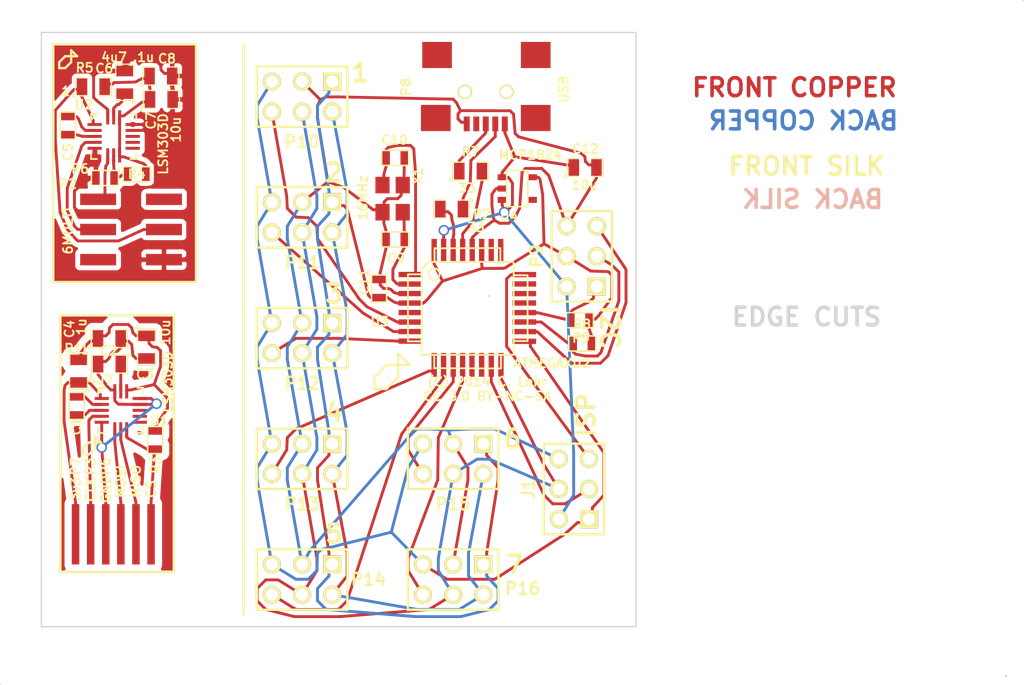
<source format=kicad_pcb>
(kicad_pcb (version 3) (host pcbnew "(2013-mar-13)-testing")

  (general
    (links 125)
    (no_connects 0)
    (area 96.5175 17.2695 182.6285 74.9325)
    (thickness 1.6)
    (drawings 64)
    (tracks 954)
    (zones 0)
    (modules 43)
    (nets 64)
  )

  (page A4)
  (layers
    (15 F.Cu signal)
    (0 B.Cu signal)
    (16 B.Adhes user)
    (17 F.Adhes user)
    (18 B.Paste user)
    (19 F.Paste user)
    (20 B.SilkS user)
    (21 F.SilkS user)
    (22 B.Mask user)
    (23 F.Mask user)
    (24 Dwgs.User user)
    (25 Cmts.User user)
    (26 Eco1.User user)
    (27 Eco2.User user)
    (28 Edge.Cuts user)
  )

  (setup
    (last_trace_width 0.2413)
    (trace_clearance 0.2413)
    (zone_clearance 0.4112)
    (zone_45_only no)
    (trace_min 0.2413)
    (segment_width 0.2)
    (edge_width 0.1)
    (via_size 0.889)
    (via_drill 0.635)
    (via_min_size 0.889)
    (via_min_drill 0.508)
    (uvia_size 0.508)
    (uvia_drill 0.127)
    (uvias_allowed no)
    (uvia_min_size 0.508)
    (uvia_min_drill 0.127)
    (pcb_text_width 0.3)
    (pcb_text_size 1.5 1.5)
    (mod_edge_width 0.1524)
    (mod_text_size 0.762 0.762)
    (mod_text_width 0.1524)
    (pad_size 0.635 5.08)
    (pad_drill 0)
    (pad_to_mask_clearance 0.09)
    (pad_to_paste_clearance -0.02)
    (aux_axis_origin 0 0)
    (visible_elements FFFFFF7F)
    (pcbplotparams
      (layerselection 284196865)
      (usegerberextensions true)
      (excludeedgelayer false)
      (linewidth 0.150000)
      (plotframeref false)
      (viasonmask false)
      (mode 1)
      (useauxorigin false)
      (hpglpennumber 1)
      (hpglpenspeed 20)
      (hpglpendiameter 15)
      (hpglpenoverlay 2)
      (psnegative false)
      (psa4output false)
      (plotreference true)
      (plotvalue true)
      (plotothertext true)
      (plotinvisibletext false)
      (padsonsilk false)
      (subtractmaskfromsilk false)
      (outputformat 1)
      (mirror false)
      (drillshape 0)
      (scaleselection 1)
      (outputdirectory gerber))
  )

  (net 0 "")
  (net 1 +3.3V)
  (net 2 +5V)
  (net 3 GND)
  (net 4 N-000001)
  (net 5 N-0000010)
  (net 6 N-0000011)
  (net 7 N-0000012)
  (net 8 N-0000013)
  (net 9 N-0000014)
  (net 10 N-0000015)
  (net 11 N-0000016)
  (net 12 N-0000017)
  (net 13 N-0000018)
  (net 14 N-0000019)
  (net 15 N-000002)
  (net 16 N-0000020)
  (net 17 N-0000021)
  (net 18 N-0000023)
  (net 19 N-0000025)
  (net 20 N-0000027)
  (net 21 N-0000028)
  (net 22 N-0000029)
  (net 23 N-000003)
  (net 24 N-0000030)
  (net 25 N-0000031)
  (net 26 N-0000032)
  (net 27 N-0000033)
  (net 28 N-0000034)
  (net 29 N-0000035)
  (net 30 N-0000036)
  (net 31 N-0000037)
  (net 32 N-0000038)
  (net 33 N-000004)
  (net 34 N-0000040)
  (net 35 N-0000041)
  (net 36 N-0000042)
  (net 37 N-0000043)
  (net 38 N-0000044)
  (net 39 N-0000045)
  (net 40 N-0000046)
  (net 41 N-0000047)
  (net 42 N-0000048)
  (net 43 N-0000049)
  (net 44 N-000005)
  (net 45 N-0000050)
  (net 46 N-0000051)
  (net 47 N-0000052)
  (net 48 N-0000053)
  (net 49 N-0000054)
  (net 50 N-0000055)
  (net 51 N-0000056)
  (net 52 N-0000057)
  (net 53 N-0000058)
  (net 54 N-0000059)
  (net 55 N-000006)
  (net 56 N-0000060)
  (net 57 N-0000061)
  (net 58 N-0000062)
  (net 59 N-0000063)
  (net 60 N-0000064)
  (net 61 N-000007)
  (net 62 N-000008)
  (net 63 N-000009)

  (net_class Default "This is the default net class."
    (clearance 0.2413)
    (trace_width 0.2413)
    (via_dia 0.889)
    (via_drill 0.635)
    (uvia_dia 0.508)
    (uvia_drill 0.127)
    (add_net "")
    (add_net +3.3V)
    (add_net +5V)
    (add_net GND)
    (add_net N-000001)
    (add_net N-0000010)
    (add_net N-0000011)
    (add_net N-0000012)
    (add_net N-0000013)
    (add_net N-0000014)
    (add_net N-0000015)
    (add_net N-0000016)
    (add_net N-0000017)
    (add_net N-0000018)
    (add_net N-0000019)
    (add_net N-000002)
    (add_net N-0000020)
    (add_net N-0000021)
    (add_net N-0000023)
    (add_net N-0000025)
    (add_net N-0000027)
    (add_net N-0000028)
    (add_net N-0000029)
    (add_net N-000003)
    (add_net N-0000030)
    (add_net N-0000031)
    (add_net N-0000032)
    (add_net N-0000033)
    (add_net N-0000034)
    (add_net N-0000035)
    (add_net N-0000036)
    (add_net N-0000037)
    (add_net N-0000038)
    (add_net N-000004)
    (add_net N-0000040)
    (add_net N-0000041)
    (add_net N-0000042)
    (add_net N-0000043)
    (add_net N-0000044)
    (add_net N-0000045)
    (add_net N-0000046)
    (add_net N-0000047)
    (add_net N-0000048)
    (add_net N-0000049)
    (add_net N-000005)
    (add_net N-0000050)
    (add_net N-0000051)
    (add_net N-0000052)
    (add_net N-0000053)
    (add_net N-0000054)
    (add_net N-0000055)
    (add_net N-0000056)
    (add_net N-0000057)
    (add_net N-0000058)
    (add_net N-0000059)
    (add_net N-000006)
    (add_net N-0000060)
    (add_net N-0000061)
    (add_net N-0000062)
    (add_net N-0000063)
    (add_net N-0000064)
    (add_net N-000007)
    (add_net N-000008)
    (add_net N-000009)
  )

  (module SM0603 (layer F.Cu) (tedit 52F9459F) (tstamp 52F91981)
    (at 102.961 51.4245 270)
    (path /52F86E2D)
    (attr smd)
    (fp_text reference C1 (at 1.725 0.0275 270) (layer F.SilkS)
      (effects (font (size 0.762 0.762) (thickness 0.1524)))
    )
    (fp_text value .22u (at 0 0 270) (layer F.SilkS) hide
      (effects (font (size 0.762 0.762) (thickness 0.1524)))
    )
    (fp_line (start -1.143 -0.635) (end 1.143 -0.635) (layer F.SilkS) (width 0.127))
    (fp_line (start 1.143 -0.635) (end 1.143 0.635) (layer F.SilkS) (width 0.127))
    (fp_line (start 1.143 0.635) (end -1.143 0.635) (layer F.SilkS) (width 0.127))
    (fp_line (start -1.143 0.635) (end -1.143 -0.635) (layer F.SilkS) (width 0.127))
    (pad 1 smd rect (at -0.762 0 270) (size 0.635 1.143)
      (layers F.Cu F.Paste F.Mask)
      (net 39 N-0000045)
    )
    (pad 2 smd rect (at 0.762 0 270) (size 0.635 1.143)
      (layers F.Cu F.Paste F.Mask)
      (net 34 N-0000040)
    )
    (model smd\resistors\R0603.wrl
      (at (xyz 0 0 0.001))
      (scale (xyz 0.5 0.5 0.5))
      (rotate (xyz 0 0 0))
    )
  )

  (module SM0805 (layer F.Cu) (tedit 52F94590) (tstamp 52F9198E)
    (at 105.72 47.9066 180)
    (path /52F86C40)
    (attr smd)
    (fp_text reference C2 (at 0.056 1.1071 180) (layer F.SilkS)
      (effects (font (size 0.762 0.762) (thickness 0.1524)))
    )
    (fp_text value 4u7 (at 0.7545 -1.3694 180) (layer F.SilkS)
      (effects (font (size 0.762 0.762) (thickness 0.1524)))
    )
    (fp_circle (center -1.651 0.762) (end -1.651 0.635) (layer F.SilkS) (width 0.09906))
    (fp_line (start -0.508 0.762) (end -1.524 0.762) (layer F.SilkS) (width 0.09906))
    (fp_line (start -1.524 0.762) (end -1.524 -0.762) (layer F.SilkS) (width 0.09906))
    (fp_line (start -1.524 -0.762) (end -0.508 -0.762) (layer F.SilkS) (width 0.09906))
    (fp_line (start 0.508 -0.762) (end 1.524 -0.762) (layer F.SilkS) (width 0.09906))
    (fp_line (start 1.524 -0.762) (end 1.524 0.762) (layer F.SilkS) (width 0.09906))
    (fp_line (start 1.524 0.762) (end 0.508 0.762) (layer F.SilkS) (width 0.09906))
    (pad 1 smd rect (at -0.9525 0 180) (size 0.889 1.397)
      (layers F.Cu F.Paste F.Mask)
      (net 46 N-0000051)
    )
    (pad 2 smd rect (at 0.9525 0 180) (size 0.889 1.397)
      (layers F.Cu F.Paste F.Mask)
      (net 47 N-0000052)
    )
    (model smd/chip_cms.wrl
      (at (xyz 0 0 0))
      (scale (xyz 0.1 0.1 0.1))
      (rotate (xyz 0 0 0))
    )
  )

  (module SM0805 (layer F.Cu) (tedit 52F95142) (tstamp 52F94E1D)
    (at 108.839 46.482 270)
    (path /52F86EA5)
    (attr smd)
    (fp_text reference C3 (at 2.286 0.127 360) (layer F.SilkS)
      (effects (font (size 0.762 0.762) (thickness 0.1524)))
    )
    (fp_text value 10u (at -1.2448 -1.594 270) (layer F.SilkS)
      (effects (font (size 0.762 0.762) (thickness 0.1524)))
    )
    (fp_circle (center -1.651 0.762) (end -1.651 0.635) (layer F.SilkS) (width 0.09906))
    (fp_line (start -0.508 0.762) (end -1.524 0.762) (layer F.SilkS) (width 0.09906))
    (fp_line (start -1.524 0.762) (end -1.524 -0.762) (layer F.SilkS) (width 0.09906))
    (fp_line (start -1.524 -0.762) (end -0.508 -0.762) (layer F.SilkS) (width 0.09906))
    (fp_line (start 0.508 -0.762) (end 1.524 -0.762) (layer F.SilkS) (width 0.09906))
    (fp_line (start 1.524 -0.762) (end 1.524 0.762) (layer F.SilkS) (width 0.09906))
    (fp_line (start 1.524 0.762) (end 0.508 0.762) (layer F.SilkS) (width 0.09906))
    (pad 1 smd rect (at -0.9525 0 270) (size 0.889 1.397)
      (layers F.Cu F.Paste F.Mask)
      (net 59 N-0000063)
    )
    (pad 2 smd rect (at 0.9525 0 270) (size 0.889 1.397)
      (layers F.Cu F.Paste F.Mask)
      (net 47 N-0000052)
    )
    (model smd/chip_cms.wrl
      (at (xyz 0 0 0))
      (scale (xyz 0.1 0.1 0.1))
      (rotate (xyz 0 0 0))
    )
  )

  (module SM0805 (layer F.Cu) (tedit 52FA4040) (tstamp 52F919A8)
    (at 105.71 45.7539)
    (path /52F86EB4)
    (attr smd)
    (fp_text reference C4 (at -3.348 -0.7959 90) (layer F.SilkS)
      (effects (font (size 0.762 0.762) (thickness 0.1524)))
    )
    (fp_text value .1u (at -2.332 -0.7959 90) (layer F.SilkS)
      (effects (font (size 0.762 0.762) (thickness 0.1524)))
    )
    (fp_circle (center -1.651 0.762) (end -1.651 0.635) (layer F.SilkS) (width 0.09906))
    (fp_line (start -0.508 0.762) (end -1.524 0.762) (layer F.SilkS) (width 0.09906))
    (fp_line (start -1.524 0.762) (end -1.524 -0.762) (layer F.SilkS) (width 0.09906))
    (fp_line (start -1.524 -0.762) (end -0.508 -0.762) (layer F.SilkS) (width 0.09906))
    (fp_line (start 0.508 -0.762) (end 1.524 -0.762) (layer F.SilkS) (width 0.09906))
    (fp_line (start 1.524 -0.762) (end 1.524 0.762) (layer F.SilkS) (width 0.09906))
    (fp_line (start 1.524 0.762) (end 0.508 0.762) (layer F.SilkS) (width 0.09906))
    (pad 1 smd rect (at -0.9525 0) (size 0.889 1.397)
      (layers F.Cu F.Paste F.Mask)
      (net 59 N-0000063)
    )
    (pad 2 smd rect (at 0.9525 0) (size 0.889 1.397)
      (layers F.Cu F.Paste F.Mask)
      (net 47 N-0000052)
    )
    (model smd/chip_cms.wrl
      (at (xyz 0 0 0))
      (scale (xyz 0.1 0.1 0.1))
      (rotate (xyz 0 0 0))
    )
  )

  (module SM0603 (layer F.Cu) (tedit 52F945C5) (tstamp 52F919B2)
    (at 102.225 27.8372 270)
    (path /52F913AE)
    (attr smd)
    (fp_text reference C5 (at 2.2458 -0.0101 270) (layer F.SilkS)
      (effects (font (size 0.762 0.762) (thickness 0.1524)))
    )
    (fp_text value .22u (at 0 0 270) (layer F.SilkS) hide
      (effects (font (size 0.762 0.762) (thickness 0.1524)))
    )
    (fp_line (start -1.143 -0.635) (end 1.143 -0.635) (layer F.SilkS) (width 0.127))
    (fp_line (start 1.143 -0.635) (end 1.143 0.635) (layer F.SilkS) (width 0.127))
    (fp_line (start 1.143 0.635) (end -1.143 0.635) (layer F.SilkS) (width 0.127))
    (fp_line (start -1.143 0.635) (end -1.143 -0.635) (layer F.SilkS) (width 0.127))
    (pad 1 smd rect (at -0.762 0 270) (size 0.635 1.143)
      (layers F.Cu F.Paste F.Mask)
      (net 35 N-0000041)
    )
    (pad 2 smd rect (at 0.762 0 270) (size 0.635 1.143)
      (layers F.Cu F.Paste F.Mask)
      (net 50 N-0000055)
    )
    (model smd\resistors\R0603.wrl
      (at (xyz 0 0 0.001))
      (scale (xyz 0.5 0.5 0.5))
      (rotate (xyz 0 0 0))
    )
  )

  (module SM0805 (layer F.Cu) (tedit 52F94764) (tstamp 52F919BF)
    (at 107.005 24.1972 90)
    (path /52F91373)
    (attr smd)
    (fp_text reference C6 (at 1.1627 -1.7219 180) (layer F.SilkS)
      (effects (font (size 0.762 0.762) (thickness 0.1524)))
    )
    (fp_text value 4u7 (at 2.1152 -0.8964 180) (layer F.SilkS)
      (effects (font (size 0.762 0.762) (thickness 0.1524)))
    )
    (fp_circle (center -1.651 0.762) (end -1.651 0.635) (layer F.SilkS) (width 0.09906))
    (fp_line (start -0.508 0.762) (end -1.524 0.762) (layer F.SilkS) (width 0.09906))
    (fp_line (start -1.524 0.762) (end -1.524 -0.762) (layer F.SilkS) (width 0.09906))
    (fp_line (start -1.524 -0.762) (end -0.508 -0.762) (layer F.SilkS) (width 0.09906))
    (fp_line (start 0.508 -0.762) (end 1.524 -0.762) (layer F.SilkS) (width 0.09906))
    (fp_line (start 1.524 -0.762) (end 1.524 0.762) (layer F.SilkS) (width 0.09906))
    (fp_line (start 1.524 0.762) (end 0.508 0.762) (layer F.SilkS) (width 0.09906))
    (pad 1 smd rect (at -0.9525 0 90) (size 0.889 1.397)
      (layers F.Cu F.Paste F.Mask)
      (net 52 N-0000057)
    )
    (pad 2 smd rect (at 0.9525 0 90) (size 0.889 1.397)
      (layers F.Cu F.Paste F.Mask)
      (net 53 N-0000058)
    )
    (model smd/chip_cms.wrl
      (at (xyz 0 0 0))
      (scale (xyz 0.1 0.1 0.1))
      (rotate (xyz 0 0 0))
    )
  )

  (module SM0805 (layer F.Cu) (tedit 52F94769) (tstamp 52F94E55)
    (at 110.085 25.6372)
    (path /52F913BA)
    (attr smd)
    (fp_text reference C7 (at -0.8649 1.7788 90) (layer F.SilkS)
      (effects (font (size 0.762 0.762) (thickness 0.1524)))
    )
    (fp_text value 10u (at 1.2306 2.5408 90) (layer F.SilkS)
      (effects (font (size 0.762 0.762) (thickness 0.1524)))
    )
    (fp_circle (center -1.651 0.762) (end -1.651 0.635) (layer F.SilkS) (width 0.09906))
    (fp_line (start -0.508 0.762) (end -1.524 0.762) (layer F.SilkS) (width 0.09906))
    (fp_line (start -1.524 0.762) (end -1.524 -0.762) (layer F.SilkS) (width 0.09906))
    (fp_line (start -1.524 -0.762) (end -0.508 -0.762) (layer F.SilkS) (width 0.09906))
    (fp_line (start 0.508 -0.762) (end 1.524 -0.762) (layer F.SilkS) (width 0.09906))
    (fp_line (start 1.524 -0.762) (end 1.524 0.762) (layer F.SilkS) (width 0.09906))
    (fp_line (start 1.524 0.762) (end 0.508 0.762) (layer F.SilkS) (width 0.09906))
    (pad 1 smd rect (at -0.9525 0) (size 0.889 1.397)
      (layers F.Cu F.Paste F.Mask)
      (net 60 N-0000064)
    )
    (pad 2 smd rect (at 0.9525 0) (size 0.889 1.397)
      (layers F.Cu F.Paste F.Mask)
      (net 53 N-0000058)
    )
    (model smd/chip_cms.wrl
      (at (xyz 0 0 0))
      (scale (xyz 0.1 0.1 0.1))
      (rotate (xyz 0 0 0))
    )
  )

  (module SM0805 (layer F.Cu) (tedit 52F94767) (tstamp 52F94E47)
    (at 110.045 23.6672)
    (path /52F913C0)
    (attr smd)
    (fp_text reference C8 (at 0.5086 -1.4582) (layer F.SilkS)
      (effects (font (size 0.762 0.762) (thickness 0.1524)))
    )
    (fp_text value .1u (at -1.4599 -1.5852) (layer F.SilkS)
      (effects (font (size 0.762 0.762) (thickness 0.1524)))
    )
    (fp_circle (center -1.651 0.762) (end -1.651 0.635) (layer F.SilkS) (width 0.09906))
    (fp_line (start -0.508 0.762) (end -1.524 0.762) (layer F.SilkS) (width 0.09906))
    (fp_line (start -1.524 0.762) (end -1.524 -0.762) (layer F.SilkS) (width 0.09906))
    (fp_line (start -1.524 -0.762) (end -0.508 -0.762) (layer F.SilkS) (width 0.09906))
    (fp_line (start 0.508 -0.762) (end 1.524 -0.762) (layer F.SilkS) (width 0.09906))
    (fp_line (start 1.524 -0.762) (end 1.524 0.762) (layer F.SilkS) (width 0.09906))
    (fp_line (start 1.524 0.762) (end 0.508 0.762) (layer F.SilkS) (width 0.09906))
    (pad 1 smd rect (at -0.9525 0) (size 0.889 1.397)
      (layers F.Cu F.Paste F.Mask)
      (net 60 N-0000064)
    )
    (pad 2 smd rect (at 0.9525 0) (size 0.889 1.397)
      (layers F.Cu F.Paste F.Mask)
      (net 53 N-0000058)
    )
    (model smd/chip_cms.wrl
      (at (xyz 0 0 0))
      (scale (xyz 0.1 0.1 0.1))
      (rotate (xyz 0 0 0))
    )
  )

  (module RIBBON6SMT (layer F.Cu) (tedit 52F945BE) (tstamp 52F919ED)
    (at 110.307 34.0416 270)
    (path /52F9134F)
    (fp_text reference P2 (at -1.2916 8.0719 360) (layer F.SilkS)
      (effects (font (size 0.762 0.762) (thickness 0.1524)))
    )
    (fp_text value 6MULTI (at 2.6454 8.0719 450) (layer F.SilkS)
      (effects (font (size 0.762 0.762) (thickness 0.1524)))
    )
    (pad 2 smd rect (at 0 0 270) (size 0.9652 3.0226)
      (layers F.Cu F.Paste F.Mask)
      (net 56 N-0000060)
    )
    (pad 4 smd rect (at 2.54 0 270) (size 0.9652 3.0226)
      (layers F.Cu F.Paste F.Mask)
      (net 58 N-0000062)
    )
    (pad 6 smd rect (at 5.08 0 270) (size 0.9652 3.0226)
      (layers F.Cu F.Paste F.Mask)
      (net 53 N-0000058)
    )
    (pad 1 smd rect (at 0 5.5372 270) (size 0.9652 3.0226)
      (layers F.Cu F.Paste F.Mask)
      (net 54 N-0000059)
    )
    (pad 3 smd rect (at 2.54 5.5372 270) (size 0.9652 3.0226)
      (layers F.Cu F.Paste F.Mask)
      (net 36 N-0000042)
    )
    (pad 5 smd rect (at 5.08 5.5372 270) (size 0.9652 3.0226)
      (layers F.Cu F.Paste F.Mask)
      (net 57 N-0000061)
    )
  )

  (module SM0805 (layer F.Cu) (tedit 52F9459B) (tstamp 52F919FA)
    (at 103.124 48.5005 90)
    (path /52F86C10)
    (attr smd)
    (fp_text reference R1 (at 1.8915 -0.4445 180) (layer F.SilkS)
      (effects (font (size 0.762 0.762) (thickness 0.1524)))
    )
    (fp_text value 1 (at 1.8915 0.508 180) (layer F.SilkS)
      (effects (font (size 0.762 0.762) (thickness 0.1524)))
    )
    (fp_circle (center -1.651 0.762) (end -1.651 0.635) (layer F.SilkS) (width 0.09906))
    (fp_line (start -0.508 0.762) (end -1.524 0.762) (layer F.SilkS) (width 0.09906))
    (fp_line (start -1.524 0.762) (end -1.524 -0.762) (layer F.SilkS) (width 0.09906))
    (fp_line (start -1.524 -0.762) (end -0.508 -0.762) (layer F.SilkS) (width 0.09906))
    (fp_line (start 0.508 -0.762) (end 1.524 -0.762) (layer F.SilkS) (width 0.09906))
    (fp_line (start 1.524 -0.762) (end 1.524 0.762) (layer F.SilkS) (width 0.09906))
    (fp_line (start 1.524 0.762) (end 0.508 0.762) (layer F.SilkS) (width 0.09906))
    (pad 1 smd rect (at -0.9525 0 90) (size 0.889 1.397)
      (layers F.Cu F.Paste F.Mask)
      (net 48 N-0000053)
    )
    (pad 2 smd rect (at 0.9525 0 90) (size 0.889 1.397)
      (layers F.Cu F.Paste F.Mask)
      (net 59 N-0000063)
    )
    (model smd/chip_cms.wrl
      (at (xyz 0 0 0))
      (scale (xyz 0.1 0.1 0.1))
      (rotate (xyz 0 0 0))
    )
  )

  (module SM0603 (layer F.Cu) (tedit 52F95136) (tstamp 52F91A0E)
    (at 109.5694 54.2998 90)
    (path /52F8706F)
    (attr smd)
    (fp_text reference R3 (at -2.0882 0.0316 270) (layer F.SilkS)
      (effects (font (size 0.762 0.762) (thickness 0.1524)))
    )
    (fp_text value 1k (at 0 0 90) (layer F.SilkS) hide
      (effects (font (size 0.762 0.762) (thickness 0.1524)))
    )
    (fp_line (start -1.143 -0.635) (end 1.143 -0.635) (layer F.SilkS) (width 0.127))
    (fp_line (start 1.143 -0.635) (end 1.143 0.635) (layer F.SilkS) (width 0.127))
    (fp_line (start 1.143 0.635) (end -1.143 0.635) (layer F.SilkS) (width 0.127))
    (fp_line (start -1.143 0.635) (end -1.143 -0.635) (layer F.SilkS) (width 0.127))
    (pad 1 smd rect (at -0.762 0 90) (size 0.635 1.143)
      (layers F.Cu F.Paste F.Mask)
      (net 41 N-0000047)
    )
    (pad 2 smd rect (at 0.762 0 90) (size 0.635 1.143)
      (layers F.Cu F.Paste F.Mask)
      (net 59 N-0000063)
    )
    (model smd\resistors\R0603.wrl
      (at (xyz 0 0 0.001))
      (scale (xyz 0.5 0.5 0.5))
      (rotate (xyz 0 0 0))
    )
  )

  (module SM0603 (layer F.Cu) (tedit 4E43A3D1) (tstamp 52F91A18)
    (at 108.015 31.9272 180)
    (path /52F91581)
    (attr smd)
    (fp_text reference R4 (at 0 0 180) (layer F.SilkS)
      (effects (font (size 0.762 0.762) (thickness 0.1524)))
    )
    (fp_text value NC (at 0 0 180) (layer F.SilkS) hide
      (effects (font (size 0.762 0.762) (thickness 0.1524)))
    )
    (fp_line (start -1.143 -0.635) (end 1.143 -0.635) (layer F.SilkS) (width 0.127))
    (fp_line (start 1.143 -0.635) (end 1.143 0.635) (layer F.SilkS) (width 0.127))
    (fp_line (start 1.143 0.635) (end -1.143 0.635) (layer F.SilkS) (width 0.127))
    (fp_line (start -1.143 0.635) (end -1.143 -0.635) (layer F.SilkS) (width 0.127))
    (pad 1 smd rect (at -0.762 0 180) (size 0.635 1.143)
      (layers F.Cu F.Paste F.Mask)
      (net 60 N-0000064)
    )
    (pad 2 smd rect (at 0.762 0 180) (size 0.635 1.143)
      (layers F.Cu F.Paste F.Mask)
      (net 49 N-0000054)
    )
    (model smd\resistors\R0603.wrl
      (at (xyz 0 0 0.001))
      (scale (xyz 0.5 0.5 0.5))
      (rotate (xyz 0 0 0))
    )
  )

  (module SM0805 (layer F.Cu) (tedit 52F9472F) (tstamp 52F91A25)
    (at 104.365 24.5672)
    (path /52F9136D)
    (attr smd)
    (fp_text reference R5 (at -0.7329 -1.5962) (layer F.SilkS)
      (effects (font (size 0.762 0.762) (thickness 0.1524)))
    )
    (fp_text value 1 (at -2.3204 0.3723) (layer F.SilkS)
      (effects (font (size 0.762 0.762) (thickness 0.1524)))
    )
    (fp_circle (center -1.651 0.762) (end -1.651 0.635) (layer F.SilkS) (width 0.09906))
    (fp_line (start -0.508 0.762) (end -1.524 0.762) (layer F.SilkS) (width 0.09906))
    (fp_line (start -1.524 0.762) (end -1.524 -0.762) (layer F.SilkS) (width 0.09906))
    (fp_line (start -1.524 -0.762) (end -0.508 -0.762) (layer F.SilkS) (width 0.09906))
    (fp_line (start 0.508 -0.762) (end 1.524 -0.762) (layer F.SilkS) (width 0.09906))
    (fp_line (start 1.524 -0.762) (end 1.524 0.762) (layer F.SilkS) (width 0.09906))
    (fp_line (start 1.524 0.762) (end 0.508 0.762) (layer F.SilkS) (width 0.09906))
    (pad 1 smd rect (at -0.9525 0) (size 0.889 1.397)
      (layers F.Cu F.Paste F.Mask)
      (net 58 N-0000062)
    )
    (pad 2 smd rect (at 0.9525 0) (size 0.889 1.397)
      (layers F.Cu F.Paste F.Mask)
      (net 60 N-0000064)
    )
    (model smd/chip_cms.wrl
      (at (xyz 0 0 0))
      (scale (xyz 0.1 0.1 0.1))
      (rotate (xyz 0 0 0))
    )
  )

  (module SM0603 (layer F.Cu) (tedit 52F945C1) (tstamp 52F91A2F)
    (at 105.345 32.2472 180)
    (path /52F91590)
    (attr smd)
    (fp_text reference R6 (at 2.0939 0.7672 180) (layer F.SilkS)
      (effects (font (size 0.762 0.762) (thickness 0.1524)))
    )
    (fp_text value 0 (at 0 0 180) (layer F.SilkS) hide
      (effects (font (size 0.762 0.762) (thickness 0.1524)))
    )
    (fp_line (start -1.143 -0.635) (end 1.143 -0.635) (layer F.SilkS) (width 0.127))
    (fp_line (start 1.143 -0.635) (end 1.143 0.635) (layer F.SilkS) (width 0.127))
    (fp_line (start 1.143 0.635) (end -1.143 0.635) (layer F.SilkS) (width 0.127))
    (fp_line (start -1.143 0.635) (end -1.143 -0.635) (layer F.SilkS) (width 0.127))
    (pad 1 smd rect (at -0.762 0 180) (size 0.635 1.143)
      (layers F.Cu F.Paste F.Mask)
      (net 49 N-0000054)
    )
    (pad 2 smd rect (at 0.762 0 180) (size 0.635 1.143)
      (layers F.Cu F.Paste F.Mask)
      (net 53 N-0000058)
    )
    (model smd\resistors\R0603.wrl
      (at (xyz 0 0 0.001))
      (scale (xyz 0.5 0.5 0.5))
      (rotate (xyz 0 0 0))
    )
  )

  (module LSM303D2 (layer F.Cu) (tedit 52F9513E) (tstamp 52F91A4C)
    (at 106.67 51.8021)
    (path /52F86B61)
    (fp_text reference U1 (at 3.2485 0.8394) (layer F.SilkS)
      (effects (font (size 0.762 0.762) (thickness 0.1524)))
    )
    (fp_text value LSM303D (at 3.947 -2.3991 90) (layer F.SilkS)
      (effects (font (size 0.762 0.762) (thickness 0.1524)))
    )
    (fp_line (start -1.9 -1.4) (end -1.4 -1.9) (layer F.SilkS) (width 0.15))
    (fp_line (start 1.4 1.9) (end 1.9 1.9) (layer F.SilkS) (width 0.15))
    (fp_line (start 1.9 1.9) (end 1.9 1.4) (layer F.SilkS) (width 0.15))
    (fp_line (start -1.9 1.4) (end -1.9 1.9) (layer F.SilkS) (width 0.15))
    (fp_line (start -1.9 1.9) (end -1.4 1.9) (layer F.SilkS) (width 0.15))
    (fp_line (start -1.4 -1.9) (end -1.9 -1.9) (layer F.SilkS) (width 0.15))
    (fp_line (start -1.9 -1.9) (end -1.9 -1.4) (layer F.SilkS) (width 0.15))
    (fp_line (start 1.4 -1.9) (end 1.9 -1.9) (layer F.SilkS) (width 0.15))
    (fp_line (start 1.9 -1.9) (end 1.9 -1.4) (layer F.SilkS) (width 0.15))
    (pad 1 smd rect (at -1.6 -1 90) (size 0.25 1.2)
      (layers F.Cu F.Paste F.Mask)
      (net 48 N-0000053)
    )
    (pad 2 smd rect (at -1.6 -0.5 90) (size 0.25 1.2)
      (layers F.Cu F.Paste F.Mask)
      (net 39 N-0000045)
    )
    (pad 3 smd rect (at -1.6 0 90) (size 0.25 1.2)
      (layers F.Cu F.Paste F.Mask)
      (net 34 N-0000040)
    )
    (pad 4 smd rect (at -1.6 0.5 90) (size 0.25 1.2)
      (layers F.Cu F.Paste F.Mask)
      (net 55 N-000006)
    )
    (pad 5 smd rect (at -1.6 1 90) (size 0.25 1.2)
      (layers F.Cu F.Paste F.Mask)
      (net 47 N-0000052)
    )
    (pad 6 smd rect (at -0.5 1.6) (size 0.25 1.2)
      (layers F.Cu F.Paste F.Mask)
      (net 61 N-000007)
    )
    (pad 7 smd rect (at 0 1.6) (size 0.25 1.2)
      (layers F.Cu F.Paste F.Mask)
      (net 40 N-0000046)
    )
    (pad 8 smd rect (at 0.5 1.6) (size 0.25 1.2)
      (layers F.Cu F.Paste F.Mask)
      (net 41 N-0000047)
    )
    (pad 9 smd rect (at 1.6 1 90) (size 0.25 1.2)
      (layers F.Cu F.Paste F.Mask)
      (net 42 N-0000048)
    )
    (pad 10 smd rect (at 1.6 0.5 90) (size 0.25 1.2)
      (layers F.Cu F.Paste F.Mask)
      (net 38 N-0000044)
    )
    (pad 11 smd rect (at 1.6 0 90) (size 0.25 1.2)
      (layers F.Cu F.Paste F.Mask)
      (net 45 N-0000050)
    )
    (pad 12 smd rect (at 1.6 -0.5 90) (size 0.25 1.2)
      (layers F.Cu F.Paste F.Mask)
      (net 47 N-0000052)
    )
    (pad 13 smd rect (at 1.6 -1 90) (size 0.25 1.2)
      (layers F.Cu F.Paste F.Mask)
      (net 47 N-0000052)
    )
    (pad 14 smd rect (at 0.5 -1.6) (size 0.25 1.2)
      (layers F.Cu F.Paste F.Mask)
      (net 59 N-0000063)
    )
    (pad 15 smd rect (at 0 -1.6) (size 0.25 1.2)
      (layers F.Cu F.Paste F.Mask)
      (net 46 N-0000051)
    )
    (pad 16 smd rect (at -0.5 -1.6) (size 0.25 1.2)
      (layers F.Cu F.Paste F.Mask)
      (net 47 N-0000052)
    )
  )

  (module LSM303D2 (layer F.Cu) (tedit 52F94721) (tstamp 52F91A69)
    (at 106.075 28.7472)
    (path /52F91349)
    (fp_text reference U2 (at -2.5064 -2.6647) (layer F.SilkS)
      (effects (font (size 0.762 0.762) (thickness 0.1524)))
    )
    (fp_text value LSM303D (at 4.1611 0.6373 90) (layer F.SilkS)
      (effects (font (size 0.762 0.762) (thickness 0.1524)))
    )
    (fp_line (start -1.9 -1.4) (end -1.4 -1.9) (layer F.SilkS) (width 0.15))
    (fp_line (start 1.4 1.9) (end 1.9 1.9) (layer F.SilkS) (width 0.15))
    (fp_line (start 1.9 1.9) (end 1.9 1.4) (layer F.SilkS) (width 0.15))
    (fp_line (start -1.9 1.4) (end -1.9 1.9) (layer F.SilkS) (width 0.15))
    (fp_line (start -1.9 1.9) (end -1.4 1.9) (layer F.SilkS) (width 0.15))
    (fp_line (start -1.4 -1.9) (end -1.9 -1.9) (layer F.SilkS) (width 0.15))
    (fp_line (start -1.9 -1.9) (end -1.9 -1.4) (layer F.SilkS) (width 0.15))
    (fp_line (start 1.4 -1.9) (end 1.9 -1.9) (layer F.SilkS) (width 0.15))
    (fp_line (start 1.9 -1.9) (end 1.9 -1.4) (layer F.SilkS) (width 0.15))
    (pad 1 smd rect (at -1.6 -1 90) (size 0.25 1.2)
      (layers F.Cu F.Paste F.Mask)
      (net 58 N-0000062)
    )
    (pad 2 smd rect (at -1.6 -0.5 90) (size 0.25 1.2)
      (layers F.Cu F.Paste F.Mask)
      (net 35 N-0000041)
    )
    (pad 3 smd rect (at -1.6 0 90) (size 0.25 1.2)
      (layers F.Cu F.Paste F.Mask)
      (net 50 N-0000055)
    )
    (pad 4 smd rect (at -1.6 0.5 90) (size 0.25 1.2)
      (layers F.Cu F.Paste F.Mask)
      (net 36 N-0000042)
    )
    (pad 5 smd rect (at -1.6 1 90) (size 0.25 1.2)
      (layers F.Cu F.Paste F.Mask)
      (net 53 N-0000058)
    )
    (pad 6 smd rect (at -0.5 1.6) (size 0.25 1.2)
      (layers F.Cu F.Paste F.Mask)
      (net 54 N-0000059)
    )
    (pad 7 smd rect (at 0 1.6) (size 0.25 1.2)
      (layers F.Cu F.Paste F.Mask)
      (net 49 N-0000054)
    )
    (pad 8 smd rect (at 0.5 1.6) (size 0.25 1.2)
      (layers F.Cu F.Paste F.Mask)
      (net 60 N-0000064)
    )
    (pad 9 smd rect (at 1.6 1 90) (size 0.25 1.2)
      (layers F.Cu F.Paste F.Mask)
      (net 37 N-0000043)
    )
    (pad 10 smd rect (at 1.6 0.5 90) (size 0.25 1.2)
      (layers F.Cu F.Paste F.Mask)
      (net 43 N-0000049)
    )
    (pad 11 smd rect (at 1.6 0 90) (size 0.25 1.2)
      (layers F.Cu F.Paste F.Mask)
      (net 51 N-0000056)
    )
    (pad 12 smd rect (at 1.6 -0.5 90) (size 0.25 1.2)
      (layers F.Cu F.Paste F.Mask)
      (net 53 N-0000058)
    )
    (pad 13 smd rect (at 1.6 -1 90) (size 0.25 1.2)
      (layers F.Cu F.Paste F.Mask)
      (net 53 N-0000058)
    )
    (pad 14 smd rect (at 0.5 -1.6) (size 0.25 1.2)
      (layers F.Cu F.Paste F.Mask)
      (net 60 N-0000064)
    )
    (pad 15 smd rect (at 0 -1.6) (size 0.25 1.2)
      (layers F.Cu F.Paste F.Mask)
      (net 52 N-0000057)
    )
    (pad 16 smd rect (at -0.5 -1.6) (size 0.25 1.2)
      (layers F.Cu F.Paste F.Mask)
      (net 53 N-0000058)
    )
  )

  (module LONGPIN (layer F.Cu) (tedit 52F947D7) (tstamp 52F9C355)
    (at 109.22 62.23 90)
    (path /52F920B8)
    (fp_text reference P1 (at 6.985 0 90) (layer F.SilkS) hide
      (effects (font (size 0.762 0.762) (thickness 0.1524)))
    )
    (fp_text value CS (at 3.81 0 90) (layer F.SilkS)
      (effects (font (size 0.762 0.762) (thickness 0.1524)))
    )
    (pad 1 smd rect (at 0 0 180) (size 0.635 5.08)
      (layers F.Cu F.Paste F.Mask)
      (net 41 N-0000047)
    )
  )

  (module LONGPIN (layer F.Cu) (tedit 52F9308C) (tstamp 52F9C1AB)
    (at 104.14 62.23 90)
    (path /52F920D1)
    (fp_text reference P3 (at 5.715 0 90) (layer F.SilkS)
      (effects (font (size 0.762 0.762) (thickness 0.1524)))
    )
    (fp_text value CLK (at 3.81 0 90) (layer F.SilkS)
      (effects (font (size 0.762 0.762) (thickness 0.1524)))
    )
    (pad 1 smd rect (at 0 0 180) (size 0.635 5.08)
      (layers F.Cu F.Paste F.Mask)
      (net 55 N-000006)
    )
  )

  (module LONGPIN (layer F.Cu) (tedit 52F947D5) (tstamp 52F9C34F)
    (at 107.95 62.23 90)
    (path /52F920D7)
    (fp_text reference P4 (at 6.985 0 90) (layer F.SilkS) hide
      (effects (font (size 0.762 0.762) (thickness 0.1524)))
    )
    (fp_text value MISO (at 4.445 0 90) (layer F.SilkS)
      (effects (font (size 0.762 0.762) (thickness 0.1524)))
    )
    (pad 1 smd rect (at 0 0 180) (size 0.635 5.08)
      (layers F.Cu F.Paste F.Mask)
      (net 40 N-0000046)
    )
  )

  (module LONGPIN (layer F.Cu) (tedit 52F947D2) (tstamp 52F9C1B5)
    (at 106.68 62.23 90)
    (path /52F920DD)
    (fp_text reference P5 (at 5.08 3.81 180) (layer F.SilkS) hide
      (effects (font (size 0.762 0.762) (thickness 0.1524)))
    )
    (fp_text value MOSI (at 4.445 0 90) (layer F.SilkS)
      (effects (font (size 0.762 0.762) (thickness 0.1524)))
    )
    (pad 1 smd rect (at 0 0 180) (size 0.635 5.08)
      (layers F.Cu F.Paste F.Mask)
      (net 61 N-000007)
    )
  )

  (module LONGPIN (layer F.Cu) (tedit 52F93092) (tstamp 52F9C1BA)
    (at 105.41 62.23 90)
    (path /52F9212B)
    (fp_text reference P6 (at 5.715 0 90) (layer F.SilkS)
      (effects (font (size 0.762 0.762) (thickness 0.1524)))
    )
    (fp_text value GND (at 3.81 0 90) (layer F.SilkS)
      (effects (font (size 0.762 0.762) (thickness 0.1524)))
    )
    (pad 1 smd rect (at 0 0 180) (size 0.635 5.08)
      (layers F.Cu F.Paste F.Mask)
      (net 47 N-0000052)
    )
  )

  (module LONGPIN (layer F.Cu) (tedit 52F9307A) (tstamp 52F9C32B)
    (at 102.87 62.23 90)
    (path /52F92131)
    (fp_text reference P7 (at 5.715 0 90) (layer F.SilkS)
      (effects (font (size 0.762 0.762) (thickness 0.1524)))
    )
    (fp_text value 3v3 (at 3.81 0 90) (layer F.SilkS)
      (effects (font (size 0.762 0.762) (thickness 0.1524)))
    )
    (pad 1 smd rect (at 0 0 180) (size 0.635 5.08)
      (layers F.Cu F.Paste F.Mask)
      (net 48 N-0000053)
    )
  )

  (module SM0603 (layer F.Cu) (tedit 52F94673) (tstamp 52F9C782)
    (at 129.747 37.4157)
    (path /52F9411C)
    (attr smd)
    (fp_text reference C9 (at 0.0635 1.5875) (layer F.SilkS)
      (effects (font (size 0.762 0.762) (thickness 0.1524)))
    )
    (fp_text value 9p (at 0 0) (layer F.SilkS) hide
      (effects (font (size 0.762 0.762) (thickness 0.1524)))
    )
    (fp_line (start -1.143 -0.635) (end 1.143 -0.635) (layer F.SilkS) (width 0.127))
    (fp_line (start 1.143 -0.635) (end 1.143 0.635) (layer F.SilkS) (width 0.127))
    (fp_line (start 1.143 0.635) (end -1.143 0.635) (layer F.SilkS) (width 0.127))
    (fp_line (start -1.143 0.635) (end -1.143 -0.635) (layer F.SilkS) (width 0.127))
    (pad 1 smd rect (at -0.762 0) (size 0.635 1.143)
      (layers F.Cu F.Paste F.Mask)
      (net 3 GND)
    )
    (pad 2 smd rect (at 0.762 0) (size 0.635 1.143)
      (layers F.Cu F.Paste F.Mask)
      (net 18 N-0000023)
    )
    (model smd\resistors\R0603.wrl
      (at (xyz 0 0 0.001))
      (scale (xyz 0.5 0.5 0.5))
      (rotate (xyz 0 0 0))
    )
  )

  (module SM0603 (layer F.Cu) (tedit 52F94671) (tstamp 52F9C78C)
    (at 129.747 30.5577 180)
    (path /52F9410D)
    (attr smd)
    (fp_text reference C10 (at 0.0635 1.524 180) (layer F.SilkS)
      (effects (font (size 0.762 0.762) (thickness 0.1524)))
    )
    (fp_text value 9p (at 0 0 180) (layer F.SilkS) hide
      (effects (font (size 0.762 0.762) (thickness 0.1524)))
    )
    (fp_line (start -1.143 -0.635) (end 1.143 -0.635) (layer F.SilkS) (width 0.127))
    (fp_line (start 1.143 -0.635) (end 1.143 0.635) (layer F.SilkS) (width 0.127))
    (fp_line (start 1.143 0.635) (end -1.143 0.635) (layer F.SilkS) (width 0.127))
    (fp_line (start -1.143 0.635) (end -1.143 -0.635) (layer F.SilkS) (width 0.127))
    (pad 1 smd rect (at -0.762 0 180) (size 0.635 1.143)
      (layers F.Cu F.Paste F.Mask)
      (net 3 GND)
    )
    (pad 2 smd rect (at 0.762 0 180) (size 0.635 1.143)
      (layers F.Cu F.Paste F.Mask)
      (net 12 N-0000017)
    )
    (model smd\resistors\R0603.wrl
      (at (xyz 0 0 0.001))
      (scale (xyz 0.5 0.5 0.5))
      (rotate (xyz 0 0 0))
    )
  )

  (module SM0603 (layer F.Cu) (tedit 52F9469A) (tstamp 52F9C796)
    (at 128.39 41.5487 270)
    (path /52F9384D)
    (attr smd)
    (fp_text reference C11 (at -0.577 1.2465 270) (layer F.SilkS)
      (effects (font (size 0.762 0.762) (thickness 0.1524)))
    )
    (fp_text value 1u (at 0 0 270) (layer F.SilkS) hide
      (effects (font (size 0.762 0.762) (thickness 0.1524)))
    )
    (fp_line (start -1.143 -0.635) (end 1.143 -0.635) (layer F.SilkS) (width 0.127))
    (fp_line (start 1.143 -0.635) (end 1.143 0.635) (layer F.SilkS) (width 0.127))
    (fp_line (start 1.143 0.635) (end -1.143 0.635) (layer F.SilkS) (width 0.127))
    (fp_line (start -1.143 0.635) (end -1.143 -0.635) (layer F.SilkS) (width 0.127))
    (pad 1 smd rect (at -0.762 0 270) (size 0.635 1.143)
      (layers F.Cu F.Paste F.Mask)
      (net 3 GND)
    )
    (pad 2 smd rect (at 0.762 0 270) (size 0.635 1.143)
      (layers F.Cu F.Paste F.Mask)
      (net 1 +3.3V)
    )
    (model smd\resistors\R0603.wrl
      (at (xyz 0 0 0.001))
      (scale (xyz 0.5 0.5 0.5))
      (rotate (xyz 0 0 0))
    )
  )

  (module USB-MiniBBig (layer F.Cu) (tedit 52F9466E) (tstamp 52F9C7B0)
    (at 137.367 25.0967 180)
    (path /52F92CE5)
    (fp_text reference P8 (at 6.70052 0.50038 270) (layer F.SilkS)
      (effects (font (size 0.762 0.762) (thickness 0.1524)))
    )
    (fp_text value USB (at -6.5405 0.3175 270) (layer F.SilkS)
      (effects (font (size 0.762 0.762) (thickness 0.1524)))
    )
    (fp_text user H2959CT-ND (at 0.29972 0.55118 180) (layer F.SilkS) hide
      (effects (font (size 0.762 0.762) (thickness 0.1524)))
    )
    (pad 9 smd rect (at 4.09956 3.2004 180) (size 2.49936 2.19964)
      (layers F.Cu F.Paste F.Mask)
    )
    (pad 8 smd rect (at -4.20116 3.2004 180) (size 2.49936 2.19964)
      (layers F.Cu F.Paste F.Mask)
    )
    (pad 7 smd rect (at 4.2037 -2.10058 180) (size 2.49936 2.19964)
      (layers F.Cu F.Paste F.Mask)
      (net 29 N-0000035)
    )
    (pad 4 smd rect (at 0.80264 -2.60096 180) (size 0.50038 1.24968)
      (layers F.Cu F.Paste F.Mask)
      (net 27 N-0000033)
    )
    (pad 3 smd rect (at 0.00254 -2.60096 180) (size 0.50038 1.24968)
      (layers F.Cu F.Paste F.Mask)
      (net 62 N-000008)
    )
    (pad 5 smd rect (at 1.60274 -2.60096 180) (size 0.50038 1.24968)
      (layers F.Cu F.Paste F.Mask)
      (net 3 GND)
    )
    (pad 2 smd rect (at -0.79756 -2.60096 180) (size 0.50038 1.24968)
      (layers F.Cu F.Paste F.Mask)
      (net 63 N-000009)
    )
    (pad 1 smd rect (at -1.59766 -2.60096 180) (size 0.50038 1.24968)
      (layers F.Cu F.Paste F.Mask)
      (net 2 +5V)
    )
    (pad 6 smd rect (at -4.19862 -2.10058 180) (size 2.49936 2.19964)
      (layers F.Cu F.Paste F.Mask)
      (net 28 N-0000034)
    )
    (pad "" thru_hole circle (at -1.75006 0.09906 180) (size 1.19888 1.19888) (drill 0.89916)
      (layers *.Cu *.Mask F.SilkS)
    )
    (pad "" thru_hole circle (at 1.75006 0.09906 180) (size 1.19888 1.19888) (drill 0.89916)
      (layers *.Cu *.Mask F.SilkS)
    )
  )

  (module SM0805 (layer F.Cu) (tedit 52F94680) (tstamp 52F9C821)
    (at 134.495 34.8662 180)
    (path /52F9315F)
    (attr smd)
    (fp_text reference R2 (at -2.5545 -0.454 180) (layer F.SilkS)
      (effects (font (size 0.762 0.762) (thickness 0.1524)))
    )
    (fp_text value 33 (at -2.0465 -1.5335 180) (layer F.SilkS)
      (effects (font (size 0.762 0.762) (thickness 0.1524)))
    )
    (fp_circle (center -1.651 0.762) (end -1.651 0.635) (layer F.SilkS) (width 0.09906))
    (fp_line (start -0.508 0.762) (end -1.524 0.762) (layer F.SilkS) (width 0.09906))
    (fp_line (start -1.524 0.762) (end -1.524 -0.762) (layer F.SilkS) (width 0.09906))
    (fp_line (start -1.524 -0.762) (end -0.508 -0.762) (layer F.SilkS) (width 0.09906))
    (fp_line (start 0.508 -0.762) (end 1.524 -0.762) (layer F.SilkS) (width 0.09906))
    (fp_line (start 1.524 -0.762) (end 1.524 0.762) (layer F.SilkS) (width 0.09906))
    (fp_line (start 1.524 0.762) (end 0.508 0.762) (layer F.SilkS) (width 0.09906))
    (pad 1 smd rect (at -0.9525 0 180) (size 0.889 1.397)
      (layers F.Cu F.Paste F.Mask)
      (net 63 N-000009)
    )
    (pad 2 smd rect (at 0.9525 0 180) (size 0.889 1.397)
      (layers F.Cu F.Paste F.Mask)
      (net 5 N-0000010)
    )
    (model smd/chip_cms.wrl
      (at (xyz 0 0 0))
      (scale (xyz 0.1 0.1 0.1))
      (rotate (xyz 0 0 0))
    )
  )

  (module SM0805 (layer F.Cu) (tedit 52F94696) (tstamp 52F9C82E)
    (at 136.09 31.6724)
    (path /52F9317D)
    (attr smd)
    (fp_text reference R7 (at 0.007 -1.6227) (layer F.SilkS)
      (effects (font (size 0.762 0.762) (thickness 0.1524)))
    )
    (fp_text value 33 (at -0.3105 1.4253) (layer F.SilkS)
      (effects (font (size 0.762 0.762) (thickness 0.1524)))
    )
    (fp_circle (center -1.651 0.762) (end -1.651 0.635) (layer F.SilkS) (width 0.09906))
    (fp_line (start -0.508 0.762) (end -1.524 0.762) (layer F.SilkS) (width 0.09906))
    (fp_line (start -1.524 0.762) (end -1.524 -0.762) (layer F.SilkS) (width 0.09906))
    (fp_line (start -1.524 -0.762) (end -0.508 -0.762) (layer F.SilkS) (width 0.09906))
    (fp_line (start 0.508 -0.762) (end 1.524 -0.762) (layer F.SilkS) (width 0.09906))
    (fp_line (start 1.524 -0.762) (end 1.524 0.762) (layer F.SilkS) (width 0.09906))
    (fp_line (start 1.524 0.762) (end 0.508 0.762) (layer F.SilkS) (width 0.09906))
    (pad 1 smd rect (at -0.9525 0) (size 0.889 1.397)
      (layers F.Cu F.Paste F.Mask)
      (net 62 N-000008)
    )
    (pad 2 smd rect (at 0.9525 0) (size 0.889 1.397)
      (layers F.Cu F.Paste F.Mask)
      (net 6 N-0000011)
    )
    (model smd/chip_cms.wrl
      (at (xyz 0 0 0))
      (scale (xyz 0.1 0.1 0.1))
      (rotate (xyz 0 0 0))
    )
  )

  (module SM0603 (layer F.Cu) (tedit 52F946F3) (tstamp 52F9C838)
    (at 145.481 46.1743 180)
    (path /52F9526F)
    (attr smd)
    (fp_text reference R8 (at 0.0201 1.6141 180) (layer F.SilkS)
      (effects (font (size 0.762 0.762) (thickness 0.1524)))
    )
    (fp_text value 1k (at 0 0 180) (layer F.SilkS) hide
      (effects (font (size 0.762 0.762) (thickness 0.1524)))
    )
    (fp_line (start -1.143 -0.635) (end 1.143 -0.635) (layer F.SilkS) (width 0.127))
    (fp_line (start 1.143 -0.635) (end 1.143 0.635) (layer F.SilkS) (width 0.127))
    (fp_line (start 1.143 0.635) (end -1.143 0.635) (layer F.SilkS) (width 0.127))
    (fp_line (start -1.143 0.635) (end -1.143 -0.635) (layer F.SilkS) (width 0.127))
    (pad 1 smd rect (at -0.762 0 180) (size 0.635 1.143)
      (layers F.Cu F.Paste F.Mask)
      (net 1 +3.3V)
    )
    (pad 2 smd rect (at 0.762 0 180) (size 0.635 1.143)
      (layers F.Cu F.Paste F.Mask)
      (net 44 N-000005)
    )
    (model smd\resistors\R0603.wrl
      (at (xyz 0 0 0.001))
      (scale (xyz 0.5 0.5 0.5))
      (rotate (xyz 0 0 0))
    )
  )

  (module SM0603 (layer F.Cu) (tedit 52F946F1) (tstamp 52F9C842)
    (at 145.285 44.2136 180)
    (path /52F9527E)
    (attr smd)
    (fp_text reference R9 (at -0.0877 -1.4959 180) (layer F.SilkS)
      (effects (font (size 0.762 0.762) (thickness 0.1524)))
    )
    (fp_text value 1k (at 0 0 180) (layer F.SilkS) hide
      (effects (font (size 0.762 0.762) (thickness 0.1524)))
    )
    (fp_line (start -1.143 -0.635) (end 1.143 -0.635) (layer F.SilkS) (width 0.127))
    (fp_line (start 1.143 -0.635) (end 1.143 0.635) (layer F.SilkS) (width 0.127))
    (fp_line (start 1.143 0.635) (end -1.143 0.635) (layer F.SilkS) (width 0.127))
    (fp_line (start -1.143 0.635) (end -1.143 -0.635) (layer F.SilkS) (width 0.127))
    (pad 1 smd rect (at -0.762 0 180) (size 0.635 1.143)
      (layers F.Cu F.Paste F.Mask)
      (net 1 +3.3V)
    )
    (pad 2 smd rect (at 0.762 0 180) (size 0.635 1.143)
      (layers F.Cu F.Paste F.Mask)
      (net 23 N-000003)
    )
    (model smd\resistors\R0603.wrl
      (at (xyz 0 0 0.001))
      (scale (xyz 0.5 0.5 0.5))
      (rotate (xyz 0 0 0))
    )
  )

  (module XTAL4P (layer F.Cu) (tedit 52F9467A) (tstamp 52F9C84A)
    (at 130.382 32.8437 270)
    (path /52F93D64)
    (fp_text reference X1 (at -0.762 -1.27 270) (layer F.SilkS)
      (effects (font (size 0.762 0.762) (thickness 0.1524)))
    )
    (fp_text value 16MHz (at 1.0795 3.3655 270) (layer F.SilkS)
      (effects (font (size 0.762 0.762) (thickness 0.1524)))
    )
    (pad 4 smd rect (at 0 0 270) (size 1.397 1.1938)
      (layers F.Cu F.Paste F.Mask)
      (net 3 GND)
    )
    (pad 1 smd rect (at 0 1.7018 270) (size 1.397 1.1938)
      (layers F.Cu F.Paste F.Mask)
      (net 12 N-0000017)
    )
    (pad 3 smd rect (at 2.286 1.7018 270) (size 1.397 1.1938)
      (layers F.Cu F.Paste F.Mask)
      (net 3 GND)
    )
    (pad 2 smd rect (at 2.286 0 270) (size 1.397 1.1938)
      (layers F.Cu F.Paste F.Mask)
      (net 18 N-0000023)
    )
  )

  (module TQFP32 (layer F.Cu) (tedit 52F948D3) (tstamp 52F9CA73)
    (at 135.849 43.1964)
    (path /52F92B92)
    (fp_text reference U3 (at -7.412 1.1353) (layer F.SilkS)
      (effects (font (size 0.762 0.762) (thickness 0.1524)))
    )
    (fp_text value ATMEGAXU2 (at 7.088 4.6353) (layer F.SilkS)
      (effects (font (size 0.762 0.762) (thickness 0.1524)))
    )
    (fp_line (start 5.0292 2.7686) (end 3.8862 2.7686) (layer F.SilkS) (width 0.1524))
    (fp_line (start 5.0292 -2.7686) (end 3.9116 -2.7686) (layer F.SilkS) (width 0.1524))
    (fp_line (start 5.0292 2.7686) (end 5.0292 -2.7686) (layer F.SilkS) (width 0.1524))
    (fp_line (start 2.794 3.9624) (end 2.794 5.0546) (layer F.SilkS) (width 0.1524))
    (fp_line (start -2.8194 3.9878) (end -2.8194 5.0546) (layer F.SilkS) (width 0.1524))
    (fp_line (start -2.8448 5.0546) (end 2.794 5.08) (layer F.SilkS) (width 0.1524))
    (fp_line (start -2.794 -5.0292) (end 2.7178 -5.0546) (layer F.SilkS) (width 0.1524))
    (fp_line (start -3.8862 -3.2766) (end -3.8862 3.9116) (layer F.SilkS) (width 0.1524))
    (fp_line (start 2.7432 -5.0292) (end 2.7432 -3.9878) (layer F.SilkS) (width 0.1524))
    (fp_line (start -3.2512 -3.8862) (end 3.81 -3.8862) (layer F.SilkS) (width 0.1524))
    (fp_line (start 3.8608 3.937) (end 3.8608 -3.7846) (layer F.SilkS) (width 0.1524))
    (fp_line (start -3.8862 3.937) (end 3.7338 3.937) (layer F.SilkS) (width 0.1524))
    (fp_line (start -5.0292 -2.8448) (end -5.0292 2.794) (layer F.SilkS) (width 0.1524))
    (fp_line (start -5.0292 2.794) (end -3.8862 2.794) (layer F.SilkS) (width 0.1524))
    (fp_line (start -3.87604 -3.302) (end -3.29184 -3.8862) (layer F.SilkS) (width 0.1524))
    (fp_line (start -5.02412 -2.8448) (end -3.87604 -2.8448) (layer F.SilkS) (width 0.1524))
    (fp_line (start -2.794 -3.8862) (end -2.794 -5.03428) (layer F.SilkS) (width 0.1524))
    (fp_circle (center -2.83972 -2.86004) (end -2.43332 -2.60604) (layer F.SilkS) (width 0.1524))
    (pad 8 smd rect (at -4.81584 2.77622) (size 1.99898 0.44958)
      (layers F.Cu F.Paste F.Mask)
      (net 16 N-0000020)
    )
    (pad 7 smd rect (at -4.81584 1.97612) (size 1.99898 0.44958)
      (layers F.Cu F.Paste F.Mask)
      (net 13 N-0000018)
    )
    (pad 6 smd rect (at -4.81584 1.17602) (size 1.99898 0.44958)
      (layers F.Cu F.Paste F.Mask)
      (net 14 N-0000019)
    )
    (pad 5 smd rect (at -4.81584 0.37592) (size 1.99898 0.44958)
      (layers F.Cu F.Paste F.Mask)
      (net 11 N-0000016)
    )
    (pad 4 smd rect (at -4.81584 -0.42418) (size 1.99898 0.44958)
      (layers F.Cu F.Paste F.Mask)
      (net 1 +3.3V)
    )
    (pad 3 smd rect (at -4.81584 -1.22428) (size 1.99898 0.44958)
      (layers F.Cu F.Paste F.Mask)
      (net 3 GND)
    )
    (pad 2 smd rect (at -4.81584 -2.02438) (size 1.99898 0.44958)
      (layers F.Cu F.Paste F.Mask)
      (net 18 N-0000023)
    )
    (pad 1 smd rect (at -4.81584 -2.82448) (size 1.99898 0.44958)
      (layers F.Cu F.Paste F.Mask)
      (net 12 N-0000017)
    )
    (pad 24 smd rect (at 4.7498 -2.8194) (size 1.99898 0.44958)
      (layers F.Cu F.Paste F.Mask)
      (net 15 N-000002)
    )
    (pad 17 smd rect (at 4.7498 2.794) (size 1.99898 0.44958)
      (layers F.Cu F.Paste F.Mask)
      (net 21 N-0000028)
    )
    (pad 18 smd rect (at 4.7498 1.9812) (size 1.99898 0.44958)
      (layers F.Cu F.Paste F.Mask)
      (net 33 N-000004)
    )
    (pad 19 smd rect (at 4.7498 1.1684) (size 1.99898 0.44958)
      (layers F.Cu F.Paste F.Mask)
      (net 44 N-000005)
    )
    (pad 20 smd rect (at 4.7498 0.381) (size 1.99898 0.44958)
      (layers F.Cu F.Paste F.Mask)
      (net 23 N-000003)
    )
    (pad 21 smd rect (at 4.7498 -0.4318) (size 1.99898 0.44958)
      (layers F.Cu F.Paste F.Mask)
      (net 30 N-0000036)
    )
    (pad 22 smd rect (at 4.7498 -1.2192) (size 1.99898 0.44958)
      (layers F.Cu F.Paste F.Mask)
      (net 31 N-0000037)
    )
    (pad 23 smd rect (at 4.7498 -2.032) (size 1.99898 0.44958)
      (layers F.Cu F.Paste F.Mask)
      (net 32 N-0000038)
    )
    (pad 32 smd rect (at -2.82448 -4.826) (size 0.44958 1.99898)
      (layers F.Cu F.Paste F.Mask)
      (net 1 +3.3V)
    )
    (pad 31 smd rect (at -2.02692 -4.826) (size 0.44958 1.99898)
      (layers F.Cu F.Paste F.Mask)
      (net 2 +5V)
    )
    (pad 30 smd rect (at -1.22428 -4.826) (size 0.44958 1.99898)
      (layers F.Cu F.Paste F.Mask)
      (net 5 N-0000010)
    )
    (pad 29 smd rect (at -0.42672 -4.826) (size 0.44958 1.99898)
      (layers F.Cu F.Paste F.Mask)
      (net 6 N-0000011)
    )
    (pad 28 smd rect (at 0.37592 -4.826) (size 0.44958 1.99898)
      (layers F.Cu F.Paste F.Mask)
      (net 3 GND)
    )
    (pad 27 smd rect (at 1.17348 -4.826) (size 0.44958 1.99898)
      (layers F.Cu F.Paste F.Mask)
      (net 1 +3.3V)
    )
    (pad 26 smd rect (at 1.97612 -4.826) (size 0.44958 1.99898)
      (layers F.Cu F.Paste F.Mask)
      (net 25 N-0000031)
    )
    (pad 25 smd rect (at 2.77368 -4.826) (size 0.44958 1.99898)
      (layers F.Cu F.Paste F.Mask)
      (net 24 N-0000030)
    )
    (pad 9 smd rect (at -2.8194 4.7752) (size 0.44958 1.99898)
      (layers F.Cu F.Paste F.Mask)
      (net 17 N-0000021)
    )
    (pad 10 smd rect (at -2.032 4.7752) (size 0.44958 1.99898)
      (layers F.Cu F.Paste F.Mask)
      (net 8 N-0000013)
    )
    (pad 11 smd rect (at -1.2192 4.7752) (size 0.44958 1.99898)
      (layers F.Cu F.Paste F.Mask)
      (net 9 N-0000014)
    )
    (pad 12 smd rect (at -0.4318 4.7752) (size 0.44958 1.99898)
      (layers F.Cu F.Paste F.Mask)
      (net 10 N-0000015)
    )
    (pad 13 smd rect (at 0.3556 4.7752) (size 0.44958 1.99898)
      (layers F.Cu F.Paste F.Mask)
      (net 7 N-0000012)
    )
    (pad 14 smd rect (at 1.1684 4.7752) (size 0.44958 1.99898)
      (layers F.Cu F.Paste F.Mask)
      (net 26 N-0000032)
    )
    (pad 15 smd rect (at 1.9812 4.7752) (size 0.44958 1.99898)
      (layers F.Cu F.Paste F.Mask)
      (net 4 N-000001)
    )
    (pad 16 smd rect (at 2.794 4.7752) (size 0.44958 1.99898)
      (layers F.Cu F.Paste F.Mask)
      (net 22 N-0000029)
    )
    (model smd/tqfp32.wrl
      (at (xyz 0 0 0))
      (scale (xyz 1 1 1))
      (rotate (xyz 0 0 0))
    )
  )

  (module SOT23-5 (layer F.Cu) (tedit 52F94691) (tstamp 52F93FD5)
    (at 140.014 33.1365 270)
    (path /52F9B5CA)
    (attr smd)
    (fp_text reference U4 (at 2.3742 0.6789 540) (layer F.SilkS)
      (effects (font (size 0.762 0.762) (thickness 0.1524)))
    )
    (fp_text value MCP1824 (at -2.8328 -1.0991 360) (layer F.SilkS)
      (effects (font (size 0.762 0.762) (thickness 0.1524)))
    )
    (fp_line (start 1.524 -0.889) (end 1.524 0.889) (layer F.SilkS) (width 0.127))
    (fp_line (start 1.524 0.889) (end -1.524 0.889) (layer F.SilkS) (width 0.127))
    (fp_line (start -1.524 0.889) (end -1.524 -0.889) (layer F.SilkS) (width 0.127))
    (fp_line (start -1.524 -0.889) (end 1.524 -0.889) (layer F.SilkS) (width 0.127))
    (pad 1 smd rect (at -0.9525 1.27 270) (size 0.508 0.762)
      (layers F.Cu F.Paste F.Mask)
      (net 2 +5V)
    )
    (pad 3 smd rect (at 0.9525 1.27 270) (size 0.508 0.762)
      (layers F.Cu F.Paste F.Mask)
      (net 2 +5V)
    )
    (pad 5 smd rect (at -0.9525 -1.27 270) (size 0.508 0.762)
      (layers F.Cu F.Paste F.Mask)
      (net 1 +3.3V)
    )
    (pad 2 smd rect (at 0 1.27 270) (size 0.508 0.762)
      (layers F.Cu F.Paste F.Mask)
      (net 3 GND)
    )
    (pad 4 smd rect (at 0.9525 -1.27 270) (size 0.508 0.762)
      (layers F.Cu F.Paste F.Mask)
      (net 19 N-0000025)
    )
    (model smd/SOT23_5.wrl
      (at (xyz 0 0 0))
      (scale (xyz 0.1 0.1 0.1))
      (rotate (xyz 0 0 0))
    )
  )

  (module SM0805 (layer F.Cu) (tedit 52F946FA) (tstamp 52F9422C)
    (at 145.723 31.3593)
    (path /52F93FD1)
    (attr smd)
    (fp_text reference C12 (at 0.0262 -1.5636) (layer F.SilkS)
      (effects (font (size 0.762 0.762) (thickness 0.1524)))
    )
    (fp_text value 10u (at -0.0373 1.4844) (layer F.SilkS)
      (effects (font (size 0.762 0.762) (thickness 0.1524)))
    )
    (fp_circle (center -1.651 0.762) (end -1.651 0.635) (layer F.SilkS) (width 0.09906))
    (fp_line (start -0.508 0.762) (end -1.524 0.762) (layer F.SilkS) (width 0.09906))
    (fp_line (start -1.524 0.762) (end -1.524 -0.762) (layer F.SilkS) (width 0.09906))
    (fp_line (start -1.524 -0.762) (end -0.508 -0.762) (layer F.SilkS) (width 0.09906))
    (fp_line (start 0.508 -0.762) (end 1.524 -0.762) (layer F.SilkS) (width 0.09906))
    (fp_line (start 1.524 -0.762) (end 1.524 0.762) (layer F.SilkS) (width 0.09906))
    (fp_line (start 1.524 0.762) (end 0.508 0.762) (layer F.SilkS) (width 0.09906))
    (pad 1 smd rect (at -0.9525 0) (size 0.889 1.397)
      (layers F.Cu F.Paste F.Mask)
      (net 2 +5V)
    )
    (pad 2 smd rect (at 0.9525 0) (size 0.889 1.397)
      (layers F.Cu F.Paste F.Mask)
      (net 3 GND)
    )
    (model smd/chip_cms.wrl
      (at (xyz 0 0 0))
      (scale (xyz 0.1 0.1 0.1))
      (rotate (xyz 0 0 0))
    )
  )

  (module pin_array_3x2 (layer F.Cu) (tedit 42931587) (tstamp 52F95CB9)
    (at 144.78 58.42 90)
    (descr "Double rangee de contacts 2 x 4 pins")
    (tags CONN)
    (path /52F94455)
    (fp_text reference J1 (at 0 -3.81 90) (layer F.SilkS)
      (effects (font (size 1.016 1.016) (thickness 0.2032)))
    )
    (fp_text value AVRISP6 (at 0 3.81 90) (layer F.SilkS) hide
      (effects (font (size 1.016 1.016) (thickness 0.2032)))
    )
    (fp_line (start 3.81 2.54) (end -3.81 2.54) (layer F.SilkS) (width 0.2032))
    (fp_line (start -3.81 -2.54) (end 3.81 -2.54) (layer F.SilkS) (width 0.2032))
    (fp_line (start 3.81 -2.54) (end 3.81 2.54) (layer F.SilkS) (width 0.2032))
    (fp_line (start -3.81 2.54) (end -3.81 -2.54) (layer F.SilkS) (width 0.2032))
    (pad 1 thru_hole rect (at -2.54 1.27 90) (size 1.524 1.524) (drill 1.016)
      (layers *.Cu *.Mask F.SilkS)
      (net 21 N-0000028)
    )
    (pad 2 thru_hole circle (at -2.54 -1.27 90) (size 1.524 1.524) (drill 1.016)
      (layers *.Cu *.Mask F.SilkS)
      (net 2 +5V)
    )
    (pad 3 thru_hole circle (at 0 1.27 90) (size 1.524 1.524) (drill 1.016)
      (layers *.Cu *.Mask F.SilkS)
      (net 4 N-000001)
    )
    (pad 4 thru_hole circle (at 0 -1.27 90) (size 1.524 1.524) (drill 1.016)
      (layers *.Cu *.Mask F.SilkS)
      (net 22 N-0000029)
    )
    (pad 5 thru_hole circle (at 2.54 1.27 90) (size 1.524 1.524) (drill 1.016)
      (layers *.Cu *.Mask F.SilkS)
      (net 15 N-000002)
    )
    (pad 6 thru_hole circle (at 2.54 -1.27 90) (size 1.524 1.524) (drill 1.016)
      (layers *.Cu *.Mask F.SilkS)
      (net 3 GND)
    )
    (model pin_array/pins_array_3x2.wrl
      (at (xyz 0 0 0))
      (scale (xyz 1 1 1))
      (rotate (xyz 0 0 0))
    )
  )

  (module pin_array_3x2 (layer F.Cu) (tedit 42931587) (tstamp 52F95CC7)
    (at 145.437 38.8317 90)
    (descr "Double rangee de contacts 2 x 4 pins")
    (tags CONN)
    (path /52F94E07)
    (fp_text reference P9 (at 0 -3.81 90) (layer F.SilkS)
      (effects (font (size 1.016 1.016) (thickness 0.2032)))
    )
    (fp_text value 6MULTI (at 0 3.81 90) (layer F.SilkS) hide
      (effects (font (size 1.016 1.016) (thickness 0.2032)))
    )
    (fp_line (start 3.81 2.54) (end -3.81 2.54) (layer F.SilkS) (width 0.2032))
    (fp_line (start -3.81 -2.54) (end 3.81 -2.54) (layer F.SilkS) (width 0.2032))
    (fp_line (start 3.81 -2.54) (end 3.81 2.54) (layer F.SilkS) (width 0.2032))
    (fp_line (start -3.81 2.54) (end -3.81 -2.54) (layer F.SilkS) (width 0.2032))
    (pad 1 thru_hole rect (at -2.54 1.27 90) (size 1.524 1.524) (drill 1.016)
      (layers *.Cu *.Mask F.SilkS)
      (net 23 N-000003)
    )
    (pad 2 thru_hole circle (at -2.54 -1.27 90) (size 1.524 1.524) (drill 1.016)
      (layers *.Cu *.Mask F.SilkS)
      (net 2 +5V)
    )
    (pad 3 thru_hole circle (at 0 1.27 90) (size 1.524 1.524) (drill 1.016)
      (layers *.Cu *.Mask F.SilkS)
      (net 44 N-000005)
    )
    (pad 4 thru_hole circle (at 0 -1.27 90) (size 1.524 1.524) (drill 1.016)
      (layers *.Cu *.Mask F.SilkS)
      (net 1 +3.3V)
    )
    (pad 5 thru_hole circle (at 2.54 1.27 90) (size 1.524 1.524) (drill 1.016)
      (layers *.Cu *.Mask F.SilkS)
      (net 33 N-000004)
    )
    (pad 6 thru_hole circle (at 2.54 -1.27 90) (size 1.524 1.524) (drill 1.016)
      (layers *.Cu *.Mask F.SilkS)
      (net 3 GND)
    )
    (model pin_array/pins_array_3x2.wrl
      (at (xyz 0 0 0))
      (scale (xyz 1 1 1))
      (rotate (xyz 0 0 0))
    )
  )

  (module pin_array_3x2 (layer F.Cu) (tedit 42931587) (tstamp 52F95CD5)
    (at 121.92 25.4 180)
    (descr "Double rangee de contacts 2 x 4 pins")
    (tags CONN)
    (path /52F95C43)
    (fp_text reference P10 (at 0 -3.81 180) (layer F.SilkS)
      (effects (font (size 1.016 1.016) (thickness 0.2032)))
    )
    (fp_text value SPI0 (at 0 3.81 180) (layer F.SilkS) hide
      (effects (font (size 1.016 1.016) (thickness 0.2032)))
    )
    (fp_line (start 3.81 2.54) (end -3.81 2.54) (layer F.SilkS) (width 0.2032))
    (fp_line (start -3.81 -2.54) (end 3.81 -2.54) (layer F.SilkS) (width 0.2032))
    (fp_line (start 3.81 -2.54) (end 3.81 2.54) (layer F.SilkS) (width 0.2032))
    (fp_line (start -3.81 2.54) (end -3.81 -2.54) (layer F.SilkS) (width 0.2032))
    (pad 1 thru_hole rect (at -2.54 1.27 180) (size 1.524 1.524) (drill 1.016)
      (layers *.Cu *.Mask F.SilkS)
      (net 1 +3.3V)
    )
    (pad 2 thru_hole circle (at -2.54 -1.27 180) (size 1.524 1.524) (drill 1.016)
      (layers *.Cu *.Mask F.SilkS)
      (net 20 N-0000027)
    )
    (pad 3 thru_hole circle (at 0 1.27 180) (size 1.524 1.524) (drill 1.016)
      (layers *.Cu *.Mask F.SilkS)
      (net 3 GND)
    )
    (pad 4 thru_hole circle (at 0 -1.27 180) (size 1.524 1.524) (drill 1.016)
      (layers *.Cu *.Mask F.SilkS)
      (net 22 N-0000029)
    )
    (pad 5 thru_hole circle (at 2.54 1.27 180) (size 1.524 1.524) (drill 1.016)
      (layers *.Cu *.Mask F.SilkS)
      (net 21 N-0000028)
    )
    (pad 6 thru_hole circle (at 2.54 -1.27 180) (size 1.524 1.524) (drill 1.016)
      (layers *.Cu *.Mask F.SilkS)
      (net 14 N-0000019)
    )
    (model pin_array/pins_array_3x2.wrl
      (at (xyz 0 0 0))
      (scale (xyz 1 1 1))
      (rotate (xyz 0 0 0))
    )
  )

  (module pin_array_3x2 (layer F.Cu) (tedit 42931587) (tstamp 52F95CE3)
    (at 121.92 35.56 180)
    (descr "Double rangee de contacts 2 x 4 pins")
    (tags CONN)
    (path /52F95C49)
    (fp_text reference P11 (at 0 -3.81 180) (layer F.SilkS)
      (effects (font (size 1.016 1.016) (thickness 0.2032)))
    )
    (fp_text value SPI1 (at 0 3.81 180) (layer F.SilkS) hide
      (effects (font (size 1.016 1.016) (thickness 0.2032)))
    )
    (fp_line (start 3.81 2.54) (end -3.81 2.54) (layer F.SilkS) (width 0.2032))
    (fp_line (start -3.81 -2.54) (end 3.81 -2.54) (layer F.SilkS) (width 0.2032))
    (fp_line (start 3.81 -2.54) (end 3.81 2.54) (layer F.SilkS) (width 0.2032))
    (fp_line (start -3.81 2.54) (end -3.81 -2.54) (layer F.SilkS) (width 0.2032))
    (pad 1 thru_hole rect (at -2.54 1.27 180) (size 1.524 1.524) (drill 1.016)
      (layers *.Cu *.Mask F.SilkS)
      (net 1 +3.3V)
    )
    (pad 2 thru_hole circle (at -2.54 -1.27 180) (size 1.524 1.524) (drill 1.016)
      (layers *.Cu *.Mask F.SilkS)
      (net 20 N-0000027)
    )
    (pad 3 thru_hole circle (at 0 1.27 180) (size 1.524 1.524) (drill 1.016)
      (layers *.Cu *.Mask F.SilkS)
      (net 3 GND)
    )
    (pad 4 thru_hole circle (at 0 -1.27 180) (size 1.524 1.524) (drill 1.016)
      (layers *.Cu *.Mask F.SilkS)
      (net 22 N-0000029)
    )
    (pad 5 thru_hole circle (at 2.54 1.27 180) (size 1.524 1.524) (drill 1.016)
      (layers *.Cu *.Mask F.SilkS)
      (net 21 N-0000028)
    )
    (pad 6 thru_hole circle (at 2.54 -1.27 180) (size 1.524 1.524) (drill 1.016)
      (layers *.Cu *.Mask F.SilkS)
      (net 13 N-0000018)
    )
    (model pin_array/pins_array_3x2.wrl
      (at (xyz 0 0 0))
      (scale (xyz 1 1 1))
      (rotate (xyz 0 0 0))
    )
  )

  (module pin_array_3x2 (layer F.Cu) (tedit 42931587) (tstamp 52F95CF1)
    (at 121.92 45.72 180)
    (descr "Double rangee de contacts 2 x 4 pins")
    (tags CONN)
    (path /52F95C37)
    (fp_text reference P12 (at 0 -3.81 180) (layer F.SilkS)
      (effects (font (size 1.016 1.016) (thickness 0.2032)))
    )
    (fp_text value SPI2 (at 0 3.81 180) (layer F.SilkS) hide
      (effects (font (size 1.016 1.016) (thickness 0.2032)))
    )
    (fp_line (start 3.81 2.54) (end -3.81 2.54) (layer F.SilkS) (width 0.2032))
    (fp_line (start -3.81 -2.54) (end 3.81 -2.54) (layer F.SilkS) (width 0.2032))
    (fp_line (start 3.81 -2.54) (end 3.81 2.54) (layer F.SilkS) (width 0.2032))
    (fp_line (start -3.81 2.54) (end -3.81 -2.54) (layer F.SilkS) (width 0.2032))
    (pad 1 thru_hole rect (at -2.54 1.27 180) (size 1.524 1.524) (drill 1.016)
      (layers *.Cu *.Mask F.SilkS)
      (net 1 +3.3V)
    )
    (pad 2 thru_hole circle (at -2.54 -1.27 180) (size 1.524 1.524) (drill 1.016)
      (layers *.Cu *.Mask F.SilkS)
      (net 20 N-0000027)
    )
    (pad 3 thru_hole circle (at 0 1.27 180) (size 1.524 1.524) (drill 1.016)
      (layers *.Cu *.Mask F.SilkS)
      (net 3 GND)
    )
    (pad 4 thru_hole circle (at 0 -1.27 180) (size 1.524 1.524) (drill 1.016)
      (layers *.Cu *.Mask F.SilkS)
      (net 22 N-0000029)
    )
    (pad 5 thru_hole circle (at 2.54 1.27 180) (size 1.524 1.524) (drill 1.016)
      (layers *.Cu *.Mask F.SilkS)
      (net 21 N-0000028)
    )
    (pad 6 thru_hole circle (at 2.54 -1.27 180) (size 1.524 1.524) (drill 1.016)
      (layers *.Cu *.Mask F.SilkS)
      (net 16 N-0000020)
    )
    (model pin_array/pins_array_3x2.wrl
      (at (xyz 0 0 0))
      (scale (xyz 1 1 1))
      (rotate (xyz 0 0 0))
    )
  )

  (module pin_array_3x2 (layer F.Cu) (tedit 42931587) (tstamp 52F95CFF)
    (at 121.92 55.88 180)
    (descr "Double rangee de contacts 2 x 4 pins")
    (tags CONN)
    (path /52F95C3D)
    (fp_text reference P13 (at 0 -3.81 180) (layer F.SilkS)
      (effects (font (size 1.016 1.016) (thickness 0.2032)))
    )
    (fp_text value SPI3 (at 0 3.81 180) (layer F.SilkS) hide
      (effects (font (size 1.016 1.016) (thickness 0.2032)))
    )
    (fp_line (start 3.81 2.54) (end -3.81 2.54) (layer F.SilkS) (width 0.2032))
    (fp_line (start -3.81 -2.54) (end 3.81 -2.54) (layer F.SilkS) (width 0.2032))
    (fp_line (start 3.81 -2.54) (end 3.81 2.54) (layer F.SilkS) (width 0.2032))
    (fp_line (start -3.81 2.54) (end -3.81 -2.54) (layer F.SilkS) (width 0.2032))
    (pad 1 thru_hole rect (at -2.54 1.27 180) (size 1.524 1.524) (drill 1.016)
      (layers *.Cu *.Mask F.SilkS)
      (net 1 +3.3V)
    )
    (pad 2 thru_hole circle (at -2.54 -1.27 180) (size 1.524 1.524) (drill 1.016)
      (layers *.Cu *.Mask F.SilkS)
      (net 20 N-0000027)
    )
    (pad 3 thru_hole circle (at 0 1.27 180) (size 1.524 1.524) (drill 1.016)
      (layers *.Cu *.Mask F.SilkS)
      (net 3 GND)
    )
    (pad 4 thru_hole circle (at 0 -1.27 180) (size 1.524 1.524) (drill 1.016)
      (layers *.Cu *.Mask F.SilkS)
      (net 22 N-0000029)
    )
    (pad 5 thru_hole circle (at 2.54 1.27 180) (size 1.524 1.524) (drill 1.016)
      (layers *.Cu *.Mask F.SilkS)
      (net 21 N-0000028)
    )
    (pad 6 thru_hole circle (at 2.54 -1.27 180) (size 1.524 1.524) (drill 1.016)
      (layers *.Cu *.Mask F.SilkS)
      (net 17 N-0000021)
    )
    (model pin_array/pins_array_3x2.wrl
      (at (xyz 0 0 0))
      (scale (xyz 1 1 1))
      (rotate (xyz 0 0 0))
    )
  )

  (module pin_array_3x2 (layer F.Cu) (tedit 52FA4024) (tstamp 52F95D0D)
    (at 121.92 66.04 180)
    (descr "Double rangee de contacts 2 x 4 pins")
    (tags CONN)
    (path /52F95C2B)
    (fp_text reference P14 (at -5.588 0 180) (layer F.SilkS)
      (effects (font (size 1.016 1.016) (thickness 0.2032)))
    )
    (fp_text value SPI4 (at 0 3.81 180) (layer F.SilkS) hide
      (effects (font (size 1.016 1.016) (thickness 0.2032)))
    )
    (fp_line (start 3.81 2.54) (end -3.81 2.54) (layer F.SilkS) (width 0.2032))
    (fp_line (start -3.81 -2.54) (end 3.81 -2.54) (layer F.SilkS) (width 0.2032))
    (fp_line (start 3.81 -2.54) (end 3.81 2.54) (layer F.SilkS) (width 0.2032))
    (fp_line (start -3.81 2.54) (end -3.81 -2.54) (layer F.SilkS) (width 0.2032))
    (pad 1 thru_hole rect (at -2.54 1.27 180) (size 1.524 1.524) (drill 1.016)
      (layers *.Cu *.Mask F.SilkS)
      (net 1 +3.3V)
    )
    (pad 2 thru_hole circle (at -2.54 -1.27 180) (size 1.524 1.524) (drill 1.016)
      (layers *.Cu *.Mask F.SilkS)
      (net 20 N-0000027)
    )
    (pad 3 thru_hole circle (at 0 1.27 180) (size 1.524 1.524) (drill 1.016)
      (layers *.Cu *.Mask F.SilkS)
      (net 3 GND)
    )
    (pad 4 thru_hole circle (at 0 -1.27 180) (size 1.524 1.524) (drill 1.016)
      (layers *.Cu *.Mask F.SilkS)
      (net 22 N-0000029)
    )
    (pad 5 thru_hole circle (at 2.54 1.27 180) (size 1.524 1.524) (drill 1.016)
      (layers *.Cu *.Mask F.SilkS)
      (net 21 N-0000028)
    )
    (pad 6 thru_hole circle (at 2.54 -1.27 180) (size 1.524 1.524) (drill 1.016)
      (layers *.Cu *.Mask F.SilkS)
      (net 8 N-0000013)
    )
    (model pin_array/pins_array_3x2.wrl
      (at (xyz 0 0 0))
      (scale (xyz 1 1 1))
      (rotate (xyz 0 0 0))
    )
  )

  (module pin_array_3x2 (layer F.Cu) (tedit 42931587) (tstamp 52F95D1B)
    (at 134.62 55.88 180)
    (descr "Double rangee de contacts 2 x 4 pins")
    (tags CONN)
    (path /52F95C31)
    (fp_text reference P15 (at 0 -3.81 180) (layer F.SilkS)
      (effects (font (size 1.016 1.016) (thickness 0.2032)))
    )
    (fp_text value SPI5 (at 0 3.81 180) (layer F.SilkS) hide
      (effects (font (size 1.016 1.016) (thickness 0.2032)))
    )
    (fp_line (start 3.81 2.54) (end -3.81 2.54) (layer F.SilkS) (width 0.2032))
    (fp_line (start -3.81 -2.54) (end 3.81 -2.54) (layer F.SilkS) (width 0.2032))
    (fp_line (start 3.81 -2.54) (end 3.81 2.54) (layer F.SilkS) (width 0.2032))
    (fp_line (start -3.81 2.54) (end -3.81 -2.54) (layer F.SilkS) (width 0.2032))
    (pad 1 thru_hole rect (at -2.54 1.27 180) (size 1.524 1.524) (drill 1.016)
      (layers *.Cu *.Mask F.SilkS)
      (net 1 +3.3V)
    )
    (pad 2 thru_hole circle (at -2.54 -1.27 180) (size 1.524 1.524) (drill 1.016)
      (layers *.Cu *.Mask F.SilkS)
      (net 20 N-0000027)
    )
    (pad 3 thru_hole circle (at 0 1.27 180) (size 1.524 1.524) (drill 1.016)
      (layers *.Cu *.Mask F.SilkS)
      (net 3 GND)
    )
    (pad 4 thru_hole circle (at 0 -1.27 180) (size 1.524 1.524) (drill 1.016)
      (layers *.Cu *.Mask F.SilkS)
      (net 22 N-0000029)
    )
    (pad 5 thru_hole circle (at 2.54 1.27 180) (size 1.524 1.524) (drill 1.016)
      (layers *.Cu *.Mask F.SilkS)
      (net 21 N-0000028)
    )
    (pad 6 thru_hole circle (at 2.54 -1.27 180) (size 1.524 1.524) (drill 1.016)
      (layers *.Cu *.Mask F.SilkS)
      (net 9 N-0000014)
    )
    (model pin_array/pins_array_3x2.wrl
      (at (xyz 0 0 0))
      (scale (xyz 1 1 1))
      (rotate (xyz 0 0 0))
    )
  )

  (module pin_array_3x2 (layer F.Cu) (tedit 52FA4026) (tstamp 52F95D29)
    (at 134.62 66.04 180)
    (descr "Double rangee de contacts 2 x 4 pins")
    (tags CONN)
    (path /52F94560)
    (fp_text reference P16 (at -5.842 -0.762 180) (layer F.SilkS)
      (effects (font (size 1.016 1.016) (thickness 0.2032)))
    )
    (fp_text value SPI6 (at 0 3.81 180) (layer F.SilkS) hide
      (effects (font (size 1.016 1.016) (thickness 0.2032)))
    )
    (fp_line (start 3.81 2.54) (end -3.81 2.54) (layer F.SilkS) (width 0.2032))
    (fp_line (start -3.81 -2.54) (end 3.81 -2.54) (layer F.SilkS) (width 0.2032))
    (fp_line (start 3.81 -2.54) (end 3.81 2.54) (layer F.SilkS) (width 0.2032))
    (fp_line (start -3.81 2.54) (end -3.81 -2.54) (layer F.SilkS) (width 0.2032))
    (pad 1 thru_hole rect (at -2.54 1.27 180) (size 1.524 1.524) (drill 1.016)
      (layers *.Cu *.Mask F.SilkS)
      (net 1 +3.3V)
    )
    (pad 2 thru_hole circle (at -2.54 -1.27 180) (size 1.524 1.524) (drill 1.016)
      (layers *.Cu *.Mask F.SilkS)
      (net 20 N-0000027)
    )
    (pad 3 thru_hole circle (at 0 1.27 180) (size 1.524 1.524) (drill 1.016)
      (layers *.Cu *.Mask F.SilkS)
      (net 3 GND)
    )
    (pad 4 thru_hole circle (at 0 -1.27 180) (size 1.524 1.524) (drill 1.016)
      (layers *.Cu *.Mask F.SilkS)
      (net 22 N-0000029)
    )
    (pad 5 thru_hole circle (at 2.54 1.27 180) (size 1.524 1.524) (drill 1.016)
      (layers *.Cu *.Mask F.SilkS)
      (net 21 N-0000028)
    )
    (pad 6 thru_hole circle (at 2.54 -1.27 180) (size 1.524 1.524) (drill 1.016)
      (layers *.Cu *.Mask F.SilkS)
      (net 10 N-0000015)
    )
    (model pin_array/pins_array_3x2.wrl
      (at (xyz 0 0 0))
      (scale (xyz 1 1 1))
      (rotate (xyz 0 0 0))
    )
  )

  (target plus (at 137.668 42.164) (size 0.005) (width 0.1) (layer Edge.Cuts))
  (target plus (at 182.626 17.272) (size 0.005) (width 0.1) (layer Edge.Cuts))
  (target plus (at 181.102 74.168) (size 0.005) (width 0.1) (layer Edge.Cuts))
  (target plus (at 96.52 74.93) (size 0.005) (width 0.1) (layer Edge.Cuts))
  (gr_text "EDGE CUTS" (at 164.338 43.942) (layer Edge.Cuts)
    (effects (font (size 1.5 1.5) (thickness 0.3)))
  )
  (gr_text "BACK MASK" (at 164.592 40.386) (layer B.Mask)
    (effects (font (size 1.5 1.5) (thickness 0.3)) (justify mirror))
  )
  (gr_text "FRONT MASK" (at 164.846 37.338) (layer F.Mask)
    (effects (font (size 1.5 1.5) (thickness 0.3)))
  )
  (gr_text "BACK SILK" (at 164.846 34.036) (layer B.SilkS)
    (effects (font (size 1.5 1.5) (thickness 0.3)) (justify mirror))
  )
  (gr_text "FRONT SILK" (at 164.338 31.242) (layer F.SilkS)
    (effects (font (size 1.5 1.5) (thickness 0.3)))
  )
  (gr_text "BACK COPPER\n" (at 164.084 27.432) (layer B.Cu)
    (effects (font (size 1.5 1.5) (thickness 0.3)) (justify mirror))
  )
  (gr_text "FRONT COPPER" (at 163.322 24.638) (layer F.Cu)
    (effects (font (size 1.5 1.5) (thickness 0.3)))
  )
  (gr_text I2C (at 147.8 44.8 270) (layer F.SilkS)
    (effects (font (size 1.5 1.5) (thickness 0.3)))
  )
  (gr_text ISP (at 145.8 52.2 90) (layer F.SilkS)
    (effects (font (size 1.5 1.5) (thickness 0.3)))
  )
  (gr_text 7 (at 139.8 64.8) (layer F.SilkS)
    (effects (font (size 1.5 1.5) (thickness 0.3)))
  )
  (gr_text 6 (at 139.6 54.2) (layer F.SilkS)
    (effects (font (size 1.5 1.5) (thickness 0.3)))
  )
  (gr_text 5 (at 124.6 62.2) (layer F.SilkS)
    (effects (font (size 1.5 1.5) (thickness 0.3)))
  )
  (gr_text 4 (at 124.6 52) (layer F.SilkS)
    (effects (font (size 1.5 1.5) (thickness 0.3)))
  )
  (gr_text 3 (at 124.6 42) (layer F.SilkS)
    (effects (font (size 1.5 1.5) (thickness 0.3)))
  )
  (gr_text 2 (at 124.6 31.8) (layer F.SilkS)
    (effects (font (size 1.5 1.5) (thickness 0.3)))
  )
  (gr_text 1 (at 126.8 23.4) (layer F.SilkS)
    (effects (font (size 1.5 1.5) (thickness 0.3)))
  )
  (gr_text "(C) 2014 C. Lohr\nCC 3.0 BY-NC-SA" (at 137.5 50) (layer F.SilkS)
    (effects (font (size 0.762 0.762) (thickness 0.1524)))
  )
  (gr_line (start 102 23) (end 101.5 23) (angle 90) (layer F.SilkS) (width 0.2))
  (gr_line (start 102.5 22.5) (end 102 23) (angle 90) (layer F.SilkS) (width 0.2))
  (gr_line (start 102.5 22) (end 102.5 22.5) (angle 90) (layer F.SilkS) (width 0.2))
  (gr_line (start 103 22) (end 102.5 22) (angle 90) (layer F.SilkS) (width 0.2))
  (gr_line (start 102.5 21.5) (end 103 22) (angle 90) (layer F.SilkS) (width 0.2))
  (gr_line (start 102.5 22) (end 102.5 21.5) (angle 90) (layer F.SilkS) (width 0.2))
  (gr_line (start 102 22) (end 102.5 22) (angle 90) (layer F.SilkS) (width 0.2))
  (gr_line (start 101.5 22.5) (end 102 22) (angle 90) (layer F.SilkS) (width 0.2))
  (gr_line (start 101.5 23) (end 101.5 22.5) (angle 90) (layer F.SilkS) (width 0.2))
  (gr_line (start 103.5 55) (end 103.5 55.5) (angle 90) (layer F.SilkS) (width 0.2))
  (gr_line (start 104 54.5) (end 103.5 55) (angle 90) (layer F.SilkS) (width 0.2))
  (gr_line (start 104.5 54.5) (end 104 54.5) (angle 90) (layer F.SilkS) (width 0.2))
  (gr_line (start 104.5 54) (end 104.5 54.5) (angle 90) (layer F.SilkS) (width 0.2))
  (gr_line (start 105 54.5) (end 104.5 54) (angle 90) (layer F.SilkS) (width 0.2))
  (gr_line (start 104.5 54.5) (end 105 54.5) (angle 90) (layer F.SilkS) (width 0.2))
  (gr_line (start 104.5 55) (end 104.5 54.5) (angle 90) (layer F.SilkS) (width 0.2))
  (gr_line (start 104 55.5) (end 104.5 55) (angle 90) (layer F.SilkS) (width 0.2))
  (gr_line (start 103.5 55.5) (end 104 55.5) (angle 90) (layer F.SilkS) (width 0.2))
  (gr_line (start 129 50) (end 128 50) (angle 90) (layer F.SilkS) (width 0.2))
  (gr_line (start 130 49) (end 129 50) (angle 90) (layer F.SilkS) (width 0.2))
  (gr_line (start 130 48) (end 130 49) (angle 90) (layer F.SilkS) (width 0.2))
  (gr_line (start 131 48) (end 130 48) (angle 90) (layer F.SilkS) (width 0.2))
  (gr_line (start 130 47) (end 131 48) (angle 90) (layer F.SilkS) (width 0.2))
  (gr_line (start 130 48) (end 130 47) (angle 90) (layer F.SilkS) (width 0.2))
  (gr_line (start 129 48) (end 130 48) (angle 90) (layer F.SilkS) (width 0.2))
  (gr_line (start 128 49) (end 129 48) (angle 90) (layer F.SilkS) (width 0.2))
  (gr_line (start 128 50) (end 128 49) (angle 90) (layer F.SilkS) (width 0.2))
  (gr_line (start 101 21) (end 101 41) (angle 90) (layer F.SilkS) (width 0.2))
  (gr_line (start 113 21) (end 101 21) (angle 90) (layer F.SilkS) (width 0.2))
  (gr_line (start 113 41) (end 113 21) (angle 90) (layer F.SilkS) (width 0.2))
  (gr_line (start 101 41) (end 113 41) (angle 90) (layer F.SilkS) (width 0.2))
  (gr_line (start 117 21) (end 117 69) (angle 90) (layer F.SilkS) (width 0.2))
  (gr_line (start 111.125 65.405) (end 111.125 48.26) (angle 90) (layer F.SilkS) (width 0.2))
  (gr_line (start 110.49 65.405) (end 111.125 65.405) (angle 90) (layer F.SilkS) (width 0.2))
  (gr_line (start 109.855 65.405) (end 110.49 65.405) (angle 90) (layer F.SilkS) (width 0.2))
  (gr_line (start 101.6 65.405) (end 109.855 65.405) (angle 90) (layer F.SilkS) (width 0.2))
  (gr_line (start 101.6 43.815) (end 101.6 65.405) (angle 90) (layer F.SilkS) (width 0.2))
  (gr_line (start 111.125 43.815) (end 101.6 43.815) (angle 90) (layer F.SilkS) (width 0.2))
  (gr_line (start 111.125 48.26) (end 111.125 43.815) (angle 90) (layer F.SilkS) (width 0.2))
  (gr_line (start 100 20) (end 100 70) (angle 90) (layer Edge.Cuts) (width 0.1))
  (gr_line (start 150 20) (end 100 20) (angle 90) (layer Edge.Cuts) (width 0.1))
  (gr_line (start 150 70) (end 150 20) (angle 90) (layer Edge.Cuts) (width 0.1))
  (gr_line (start 100 70) (end 150 70) (angle 90) (layer Edge.Cuts) (width 0.1))

  (segment (start 124.1808 33.6487) (end 124.46 34.29) (width 0.2413) (layer B.Cu) (net 1))
  (segment (start 124.1808 33.528) (end 124.1808 33.6487) (width 0.2413) (layer B.Cu) (net 1))
  (segment (start 124.1808 33.328) (end 124.1808 33.528) (width 0.2413) (layer B.Cu) (net 1))
  (segment (start 123.2152 27.1856) (end 124.1808 33.328) (width 0.2413) (layer B.Cu) (net 1))
  (segment (start 123.2152 26.1544) (end 123.2152 27.1856) (width 0.2413) (layer B.Cu) (net 1))
  (segment (start 124.1808 25.092) (end 123.2152 26.1544) (width 0.2413) (layer B.Cu) (net 1))
  (segment (start 124.1808 24.892) (end 124.1808 25.092) (width 0.2413) (layer B.Cu) (net 1))
  (segment (start 124.1808 24.7713) (end 124.1808 24.892) (width 0.2413) (layer B.Cu) (net 1))
  (segment (start 124.46 24.13) (end 124.1808 24.7713) (width 0.2413) (layer B.Cu) (net 1))
  (segment (start 124.1808 43.8087) (end 124.46 44.45) (width 0.2413) (layer B.Cu) (net 1))
  (segment (start 124.1808 43.688) (end 124.1808 43.8087) (width 0.2413) (layer B.Cu) (net 1))
  (segment (start 124.1808 43.488) (end 124.1808 43.688) (width 0.2413) (layer B.Cu) (net 1))
  (segment (start 123.2152 37.3456) (end 124.1808 43.488) (width 0.2413) (layer B.Cu) (net 1))
  (segment (start 123.2152 36.3144) (end 123.2152 37.3456) (width 0.2413) (layer B.Cu) (net 1))
  (segment (start 124.1808 35.252) (end 123.2152 36.3144) (width 0.2413) (layer B.Cu) (net 1))
  (segment (start 124.1808 35.052) (end 124.1808 35.252) (width 0.2413) (layer B.Cu) (net 1))
  (segment (start 124.1808 34.9313) (end 124.1808 35.052) (width 0.2413) (layer B.Cu) (net 1))
  (segment (start 124.46 34.29) (end 124.1808 34.9313) (width 0.2413) (layer B.Cu) (net 1))
  (segment (start 124.1808 53.9687) (end 124.46 54.61) (width 0.2413) (layer B.Cu) (net 1))
  (segment (start 124.1808 53.848) (end 124.1808 53.9687) (width 0.2413) (layer B.Cu) (net 1))
  (segment (start 124.1808 53.648) (end 124.1808 53.848) (width 0.2413) (layer B.Cu) (net 1))
  (segment (start 123.2152 47.5056) (end 124.1808 53.648) (width 0.2413) (layer B.Cu) (net 1))
  (segment (start 123.2152 46.4744) (end 123.2152 47.5056) (width 0.2413) (layer B.Cu) (net 1))
  (segment (start 124.1808 45.412) (end 123.2152 46.4744) (width 0.2413) (layer B.Cu) (net 1))
  (segment (start 124.1808 45.212) (end 124.1808 45.412) (width 0.2413) (layer B.Cu) (net 1))
  (segment (start 124.1808 45.0913) (end 124.1808 45.212) (width 0.2413) (layer B.Cu) (net 1))
  (segment (start 124.46 44.45) (end 124.1808 45.0913) (width 0.2413) (layer B.Cu) (net 1))
  (segment (start 124.1808 65.4113) (end 124.46 64.77) (width 0.2413) (layer B.Cu) (net 1))
  (segment (start 124.1808 65.532) (end 124.1808 65.4113) (width 0.2413) (layer B.Cu) (net 1))
  (segment (start 124.1808 65.732) (end 124.1808 65.532) (width 0.2413) (layer B.Cu) (net 1))
  (segment (start 123.2152 66.7944) (end 124.1808 65.732) (width 0.2413) (layer B.Cu) (net 1))
  (segment (start 123.2152 67.8256) (end 123.2152 66.7944) (width 0.2413) (layer B.Cu) (net 1))
  (segment (start 123.9444 68.5548) (end 123.2152 67.8256) (width 0.2413) (layer B.Cu) (net 1))
  (segment (start 131.4411 69.1582) (end 123.9444 68.5548) (width 0.2413) (layer B.Cu) (net 1))
  (segment (start 133.9811 69.1582) (end 131.4411 69.1582) (width 0.2413) (layer B.Cu) (net 1))
  (segment (start 135.2589 69.1582) (end 133.9811 69.1582) (width 0.2413) (layer B.Cu) (net 1))
  (segment (start 137.6756 68.5548) (end 135.2589 69.1582) (width 0.2413) (layer B.Cu) (net 1))
  (segment (start 138.4048 67.8256) (end 137.6756 68.5548) (width 0.2413) (layer B.Cu) (net 1))
  (segment (start 138.4048 66.7944) (end 138.4048 67.8256) (width 0.2413) (layer B.Cu) (net 1))
  (segment (start 137.4392 65.732) (end 138.4048 66.7944) (width 0.2413) (layer B.Cu) (net 1))
  (segment (start 137.4392 65.532) (end 137.4392 65.732) (width 0.2413) (layer B.Cu) (net 1))
  (segment (start 137.4392 65.4113) (end 137.4392 65.532) (width 0.2413) (layer B.Cu) (net 1))
  (segment (start 137.16 64.77) (end 137.4392 65.4113) (width 0.2413) (layer B.Cu) (net 1))
  (segment (start 130.1544 42.7722) (end 131.0332 42.7722) (width 0.2413) (layer F.Cu) (net 1))
  (segment (start 130.0337 42.7722) (end 130.1544 42.7722) (width 0.2413) (layer F.Cu) (net 1))
  (segment (start 129.9406 42.7722) (end 130.0337 42.7722) (width 0.2413) (layer F.Cu) (net 1))
  (segment (start 129.6475 42.6797) (end 129.9406 42.7722) (width 0.2413) (layer F.Cu) (net 1))
  (segment (start 129.093 42.3107) (end 129.6475 42.6797) (width 0.2413) (layer F.Cu) (net 1))
  (segment (start 128.9615 42.3107) (end 129.093 42.3107) (width 0.2413) (layer F.Cu) (net 1))
  (segment (start 128.8408 42.3107) (end 128.9615 42.3107) (width 0.2413) (layer F.Cu) (net 1))
  (segment (start 128.39 42.3107) (end 128.8408 42.3107) (width 0.2413) (layer F.Cu) (net 1))
  (segment (start 146.243 45.7235) (end 146.243 46.1743) (width 0.2413) (layer F.Cu) (net 1))
  (segment (start 146.243 45.6028) (end 146.243 45.7235) (width 0.2413) (layer F.Cu) (net 1))
  (segment (start 146.243 45.4713) (end 146.243 45.6028) (width 0.2413) (layer F.Cu) (net 1))
  (segment (start 146.047 44.9166) (end 146.243 45.4713) (width 0.2413) (layer F.Cu) (net 1))
  (segment (start 146.047 44.7851) (end 146.047 44.9166) (width 0.2413) (layer F.Cu) (net 1))
  (segment (start 146.047 44.6644) (end 146.047 44.7851) (width 0.2413) (layer F.Cu) (net 1))
  (segment (start 146.047 44.2136) (end 146.047 44.6644) (width 0.2413) (layer F.Cu) (net 1))
  (segment (start 146.1914 40.0765) (end 144.167 38.8317) (width 0.2413) (layer F.Cu) (net 1))
  (segment (start 147.669 40.1269) (end 146.1914 40.0765) (width 0.2413) (layer F.Cu) (net 1))
  (segment (start 147.9518 40.4097) (end 147.669 40.1269) (width 0.2413) (layer F.Cu) (net 1))
  (segment (start 147.9518 41.9337) (end 147.9518 40.4097) (width 0.2413) (layer F.Cu) (net 1))
  (segment (start 147.9518 42.3337) (end 147.9518 41.9337) (width 0.2413) (layer F.Cu) (net 1))
  (segment (start 146.8473 43.8421) (end 147.9518 42.3337) (width 0.2413) (layer F.Cu) (net 1))
  (segment (start 146.5645 44.1249) (end 146.8473 43.8421) (width 0.2413) (layer F.Cu) (net 1))
  (segment (start 146.3645 44.1249) (end 146.5645 44.1249) (width 0.2413) (layer F.Cu) (net 1))
  (segment (start 146.2438 44.1249) (end 146.3645 44.1249) (width 0.2413) (layer F.Cu) (net 1))
  (segment (start 146.047 44.2136) (end 146.2438 44.1249) (width 0.2413) (layer F.Cu) (net 1))
  (segment (start 132.5155 42.3969) (end 133.7275 40.92) (width 0.2413) (layer F.Cu) (net 1))
  (segment (start 132.2327 42.6797) (end 132.5155 42.3969) (width 0.2413) (layer F.Cu) (net 1))
  (segment (start 132.1258 42.7722) (end 132.2327 42.6797) (width 0.2413) (layer F.Cu) (net 1))
  (segment (start 132.0327 42.7722) (end 132.1258 42.7722) (width 0.2413) (layer F.Cu) (net 1))
  (segment (start 131.912 42.7722) (end 132.0327 42.7722) (width 0.2413) (layer F.Cu) (net 1))
  (segment (start 131.0332 42.7722) (end 131.912 42.7722) (width 0.2413) (layer F.Cu) (net 1))
  (segment (start 133.0245 39.463) (end 133.7275 40.92) (width 0.2413) (layer F.Cu) (net 1))
  (segment (start 133.0245 39.3699) (end 133.0245 39.463) (width 0.2413) (layer F.Cu) (net 1))
  (segment (start 133.0245 39.2492) (end 133.0245 39.3699) (width 0.2413) (layer F.Cu) (net 1))
  (segment (start 133.0245 38.3704) (end 133.0245 39.2492) (width 0.2413) (layer F.Cu) (net 1))
  (segment (start 137.0225 39.463) (end 137.06 39.86) (width 0.2413) (layer F.Cu) (net 1))
  (segment (start 137.0225 39.3699) (end 137.0225 39.463) (width 0.2413) (layer F.Cu) (net 1))
  (segment (start 137.0225 39.2492) (end 137.0225 39.3699) (width 0.2413) (layer F.Cu) (net 1))
  (segment (start 137.0225 38.3704) (end 137.0225 39.2492) (width 0.2413) (layer F.Cu) (net 1))
  (segment (start 144.167 38.8317) (end 142.26 37.79) (width 0.2413) (layer F.Cu) (net 1))
  (segment (start 127.9392 42.3107) (end 128.39 42.3107) (width 0.2413) (layer F.Cu) (net 1))
  (segment (start 127.8185 42.3107) (end 127.9392 42.3107) (width 0.2413) (layer F.Cu) (net 1))
  (segment (start 127.687 42.3107) (end 127.8185 42.3107) (width 0.2413) (layer F.Cu) (net 1))
  (segment (start 127.501 42.1247) (end 127.687 42.3107) (width 0.2413) (layer F.Cu) (net 1))
  (segment (start 125.7048 34.852) (end 127.501 42.1247) (width 0.2413) (layer F.Cu) (net 1))
  (segment (start 125.422 34.5692) (end 125.7048 34.852) (width 0.2413) (layer F.Cu) (net 1))
  (segment (start 125.222 34.5692) (end 125.422 34.5692) (width 0.2413) (layer F.Cu) (net 1))
  (segment (start 125.1013 34.5692) (end 125.222 34.5692) (width 0.2413) (layer F.Cu) (net 1))
  (segment (start 124.46 34.29) (end 125.1013 34.5692) (width 0.2413) (layer F.Cu) (net 1))
  (segment (start 124.1808 64.1287) (end 124.46 64.77) (width 0.2413) (layer F.Cu) (net 1))
  (segment (start 124.1808 64.008) (end 124.1808 64.1287) (width 0.2413) (layer F.Cu) (net 1))
  (segment (start 124.1808 63.808) (end 124.1808 64.008) (width 0.2413) (layer F.Cu) (net 1))
  (segment (start 123.2152 57.6656) (end 124.1808 63.808) (width 0.2413) (layer F.Cu) (net 1))
  (segment (start 123.2152 56.6344) (end 123.2152 57.6656) (width 0.2413) (layer F.Cu) (net 1))
  (segment (start 124.1808 55.572) (end 123.2152 56.6344) (width 0.2413) (layer F.Cu) (net 1))
  (segment (start 124.1808 55.372) (end 124.1808 55.572) (width 0.2413) (layer F.Cu) (net 1))
  (segment (start 124.1808 55.2513) (end 124.1808 55.372) (width 0.2413) (layer F.Cu) (net 1))
  (segment (start 124.46 54.61) (end 124.1808 55.2513) (width 0.2413) (layer F.Cu) (net 1))
  (segment (start 137.4392 55.2513) (end 137.16 54.61) (width 0.2413) (layer F.Cu) (net 1))
  (segment (start 137.4392 55.372) (end 137.4392 55.2513) (width 0.2413) (layer F.Cu) (net 1))
  (segment (start 137.4392 55.572) (end 137.4392 55.372) (width 0.2413) (layer F.Cu) (net 1))
  (segment (start 138.4048 56.6344) (end 137.4392 55.572) (width 0.2413) (layer F.Cu) (net 1))
  (segment (start 138.4048 57.6656) (end 138.4048 56.6344) (width 0.2413) (layer F.Cu) (net 1))
  (segment (start 137.4392 63.808) (end 138.4048 57.6656) (width 0.2413) (layer F.Cu) (net 1))
  (segment (start 137.4392 64.008) (end 137.4392 63.808) (width 0.2413) (layer F.Cu) (net 1))
  (segment (start 137.4392 64.1287) (end 137.4392 64.008) (width 0.2413) (layer F.Cu) (net 1))
  (segment (start 137.16 64.77) (end 137.4392 64.1287) (width 0.2413) (layer F.Cu) (net 1))
  (segment (start 133.7275 40.92) (end 137.06 39.86) (width 0.2413) (layer F.Cu) (net 1))
  (segment (start 139.2131 39.6694) (end 142.26 37.79) (width 0.2413) (layer F.Cu) (net 1))
  (segment (start 139.0245 39.7972) (end 139.2131 39.6694) (width 0.2413) (layer F.Cu) (net 1))
  (segment (start 138.8216 39.8502) (end 139.0245 39.7972) (width 0.2413) (layer F.Cu) (net 1))
  (segment (start 138.5979 39.8527) (end 138.8216 39.8502) (width 0.2413) (layer F.Cu) (net 1))
  (segment (start 137.06 39.86) (end 138.5979 39.8527) (width 0.2413) (layer F.Cu) (net 1))
  (segment (start 141.5443 32.184) (end 141.284 32.184) (width 0.2413) (layer F.Cu) (net 1))
  (segment (start 141.665 32.184) (end 141.5443 32.184) (width 0.2413) (layer F.Cu) (net 1))
  (segment (start 141.7702 32.184) (end 141.665 32.184) (width 0.2413) (layer F.Cu) (net 1))
  (segment (start 141.919 32.3328) (end 141.7702 32.184) (width 0.2413) (layer F.Cu) (net 1))
  (segment (start 142.1478 33.635) (end 141.919 32.3328) (width 0.2413) (layer F.Cu) (net 1))
  (segment (start 142.26 37.79) (end 142.1478 33.635) (width 0.2413) (layer F.Cu) (net 1))
  (via (at 138.92 35.13) (size 0.889) (layers F.Cu B.Cu) (net 2))
  (via (at 133.84 36.65) (size 0.889) (layers F.Cu B.Cu) (net 2))
  (segment (start 144.7548 55.3644) (end 144.167 41.3717) (width 0.2413) (layer B.Cu) (net 2))
  (segment (start 144.7548 57.9044) (end 144.7548 55.3644) (width 0.2413) (layer B.Cu) (net 2))
  (segment (start 144.7548 58.9356) (end 144.7548 57.9044) (width 0.2413) (layer B.Cu) (net 2))
  (segment (start 143.51 60.96) (end 144.7548 58.9356) (width 0.2413) (layer B.Cu) (net 2))
  (segment (start 144.167 41.3717) (end 138.92 35.13) (width 0.2413) (layer B.Cu) (net 2))
  (segment (start 133.84 36.65) (end 138.92 35.13) (width 0.2413) (layer B.Cu) (net 2))
  (segment (start 142.2534 30.8438) (end 139.81 30.47) (width 0.2413) (layer F.Cu) (net 2))
  (segment (start 144.126 31.1436) (end 142.2534 30.8438) (width 0.2413) (layer F.Cu) (net 2))
  (segment (start 144.326 31.1436) (end 144.126 31.1436) (width 0.2413) (layer F.Cu) (net 2))
  (segment (start 144.4467 31.1436) (end 144.326 31.1436) (width 0.2413) (layer F.Cu) (net 2))
  (segment (start 144.7705 31.3593) (end 144.4467 31.1436) (width 0.2413) (layer F.Cu) (net 2))
  (segment (start 133.8221 37.2778) (end 133.84 36.65) (width 0.2413) (layer F.Cu) (net 2))
  (segment (start 133.8221 37.3709) (end 133.8221 37.2778) (width 0.2413) (layer F.Cu) (net 2))
  (segment (start 133.8221 37.4916) (end 133.8221 37.3709) (width 0.2413) (layer F.Cu) (net 2))
  (segment (start 133.8221 38.3704) (end 133.8221 37.4916) (width 0.2413) (layer F.Cu) (net 2))
  (segment (start 139.325 34.8258) (end 138.92 35.13) (width 0.2413) (layer F.Cu) (net 2))
  (segment (start 139.6078 34.543) (end 139.325 34.8258) (width 0.2413) (layer F.Cu) (net 2))
  (segment (start 139.6078 34.143) (end 139.6078 34.543) (width 0.2413) (layer F.Cu) (net 2))
  (segment (start 139.6078 32.6825) (end 139.6078 34.143) (width 0.2413) (layer F.Cu) (net 2))
  (segment (start 139.379 32.3328) (end 139.6078 32.6825) (width 0.2413) (layer F.Cu) (net 2))
  (segment (start 139.2302 32.184) (end 139.379 32.3328) (width 0.2413) (layer F.Cu) (net 2))
  (segment (start 139.125 32.184) (end 139.2302 32.184) (width 0.2413) (layer F.Cu) (net 2))
  (segment (start 139.0043 32.184) (end 139.125 32.184) (width 0.2413) (layer F.Cu) (net 2))
  (segment (start 138.744 32.184) (end 139.0043 32.184) (width 0.2413) (layer F.Cu) (net 2))
  (segment (start 138.744 31.7722) (end 139.81 30.47) (width 0.2413) (layer F.Cu) (net 2))
  (segment (start 138.744 31.93) (end 138.744 31.7722) (width 0.2413) (layer F.Cu) (net 2))
  (segment (start 138.744 32.0507) (end 138.744 31.93) (width 0.2413) (layer F.Cu) (net 2))
  (segment (start 138.744 32.184) (end 138.744 32.0507) (width 0.2413) (layer F.Cu) (net 2))
  (segment (start 138.744 34.2223) (end 138.744 34.089) (width 0.2413) (layer F.Cu) (net 2))
  (segment (start 138.744 34.343) (end 138.744 34.2223) (width 0.2413) (layer F.Cu) (net 2))
  (segment (start 138.744 34.5008) (end 138.744 34.343) (width 0.2413) (layer F.Cu) (net 2))
  (segment (start 138.92 35.13) (end 138.744 34.5008) (width 0.2413) (layer F.Cu) (net 2))
  (segment (start 138.9647 28.2018) (end 138.9647 27.6977) (width 0.2413) (layer F.Cu) (net 2))
  (segment (start 138.9647 28.3225) (end 138.9647 28.2018) (width 0.2413) (layer F.Cu) (net 2))
  (segment (start 138.9647 28.4261) (end 138.9647 28.3225) (width 0.2413) (layer F.Cu) (net 2))
  (segment (start 139.81 30.47) (end 138.9647 28.4261) (width 0.2413) (layer F.Cu) (net 2))
  (segment (start 136.198 53.3652) (end 134.21 53.46) (width 0.2413) (layer B.Cu) (net 3))
  (segment (start 136.598 53.3652) (end 136.198 53.3652) (width 0.2413) (layer B.Cu) (net 3))
  (segment (start 138.122 53.3652) (end 136.598 53.3652) (width 0.2413) (layer B.Cu) (net 3))
  (segment (start 143.51 55.88) (end 138.122 53.3652) (width 0.2413) (layer B.Cu) (net 3))
  (segment (start 120.6752 47.5056) (end 121.92 54.61) (width 0.2413) (layer B.Cu) (net 3))
  (segment (start 120.6752 46.4744) (end 120.6752 47.5056) (width 0.2413) (layer B.Cu) (net 3))
  (segment (start 121.92 44.45) (end 120.6752 46.4744) (width 0.2413) (layer B.Cu) (net 3))
  (segment (start 120.6752 36.3144) (end 121.92 34.29) (width 0.2413) (layer B.Cu) (net 3))
  (segment (start 120.6752 37.3456) (end 120.6752 36.3144) (width 0.2413) (layer B.Cu) (net 3))
  (segment (start 121.92 44.45) (end 120.6752 37.3456) (width 0.2413) (layer B.Cu) (net 3))
  (segment (start 120.6752 56.6344) (end 121.92 54.61) (width 0.2413) (layer B.Cu) (net 3))
  (segment (start 120.6752 57.6656) (end 120.6752 56.6344) (width 0.2413) (layer B.Cu) (net 3))
  (segment (start 121.92 64.77) (end 120.6752 57.6656) (width 0.2413) (layer B.Cu) (net 3))
  (segment (start 134.62 54.61) (end 134.21 53.46) (width 0.2413) (layer B.Cu) (net 3))
  (segment (start 122.6118 63.5581) (end 121.92 64.77) (width 0.2413) (layer B.Cu) (net 3))
  (segment (start 130.8352 54.0944) (end 122.6118 63.5581) (width 0.2413) (layer B.Cu) (net 3))
  (segment (start 131.5644 53.3652) (end 130.8352 54.0944) (width 0.2413) (layer B.Cu) (net 3))
  (segment (start 132.5956 53.3652) (end 131.5644 53.3652) (width 0.2413) (layer B.Cu) (net 3))
  (segment (start 134.21 53.46) (end 132.5956 53.3652) (width 0.2413) (layer B.Cu) (net 3))
  (segment (start 130.4961 32.2659) (end 130.382 32.8437) (width 0.2413) (layer F.Cu) (net 3))
  (segment (start 130.4961 32.1452) (end 130.4961 32.2659) (width 0.2413) (layer F.Cu) (net 3))
  (segment (start 130.509 31.2607) (end 130.4961 32.1452) (width 0.2413) (layer F.Cu) (net 3))
  (segment (start 130.509 31.1292) (end 130.509 31.2607) (width 0.2413) (layer F.Cu) (net 3))
  (segment (start 130.509 31.0085) (end 130.509 31.1292) (width 0.2413) (layer F.Cu) (net 3))
  (segment (start 130.509 30.5577) (end 130.509 31.0085) (width 0.2413) (layer F.Cu) (net 3))
  (segment (start 128.985 37.8665) (end 128.985 37.4157) (width 0.2413) (layer F.Cu) (net 3))
  (segment (start 128.985 37.9872) (end 128.985 37.8665) (width 0.2413) (layer F.Cu) (net 3))
  (segment (start 128.985 38.1187) (end 128.985 37.9872) (width 0.2413) (layer F.Cu) (net 3))
  (segment (start 128.4787 40.2692) (end 128.985 38.1187) (width 0.2413) (layer F.Cu) (net 3))
  (segment (start 128.4787 40.4692) (end 128.4787 40.2692) (width 0.2413) (layer F.Cu) (net 3))
  (segment (start 128.4787 40.5899) (end 128.4787 40.4692) (width 0.2413) (layer F.Cu) (net 3))
  (segment (start 128.39 40.7867) (end 128.4787 40.5899) (width 0.2413) (layer F.Cu) (net 3))
  (segment (start 139.4149 26.5901) (end 135.24 26.58) (width 0.2413) (layer F.Cu) (net 3))
  (segment (start 139.6977 26.8729) (end 139.4149 26.5901) (width 0.2413) (layer F.Cu) (net 3))
  (segment (start 139.8331 28.4971) (end 139.6977 26.8729) (width 0.2413) (layer F.Cu) (net 3))
  (segment (start 140.1159 28.7799) (end 139.8331 28.4971) (width 0.2413) (layer F.Cu) (net 3))
  (segment (start 145.415 30.178) (end 140.1159 28.7799) (width 0.2413) (layer F.Cu) (net 3))
  (segment (start 145.6978 30.4608) (end 145.415 30.178) (width 0.2413) (layer F.Cu) (net 3))
  (segment (start 145.7482 30.8608) (end 145.6978 30.4608) (width 0.2413) (layer F.Cu) (net 3))
  (segment (start 146.031 31.1436) (end 145.7482 30.8608) (width 0.2413) (layer F.Cu) (net 3))
  (segment (start 146.231 31.1436) (end 146.031 31.1436) (width 0.2413) (layer F.Cu) (net 3))
  (segment (start 146.3517 31.1436) (end 146.231 31.1436) (width 0.2413) (layer F.Cu) (net 3))
  (segment (start 146.6755 31.3593) (end 146.3517 31.1436) (width 0.2413) (layer F.Cu) (net 3))
  (segment (start 135.0313 26.8729) (end 135.24 26.58) (width 0.2413) (layer F.Cu) (net 3))
  (segment (start 135.0313 27.2729) (end 135.0313 26.8729) (width 0.2413) (layer F.Cu) (net 3))
  (segment (start 135.3141 27.5557) (end 135.0313 27.2729) (width 0.2413) (layer F.Cu) (net 3))
  (segment (start 135.5141 27.5557) (end 135.3141 27.5557) (width 0.2413) (layer F.Cu) (net 3))
  (segment (start 135.6348 27.5557) (end 135.5141 27.5557) (width 0.2413) (layer F.Cu) (net 3))
  (segment (start 135.7643 27.6977) (end 135.6348 27.5557) (width 0.2413) (layer F.Cu) (net 3))
  (segment (start 128.7943 34.5519) (end 128.6802 35.1297) (width 0.2413) (layer F.Cu) (net 3))
  (segment (start 128.7943 34.4312) (end 128.7943 34.5519) (width 0.2413) (layer F.Cu) (net 3))
  (segment (start 128.8326 34.2471) (end 128.7943 34.4312) (width 0.2413) (layer F.Cu) (net 3))
  (segment (start 129.093 33.9867) (end 128.8326 34.2471) (width 0.2413) (layer F.Cu) (net 3))
  (segment (start 129.9692 33.9867) (end 129.093 33.9867) (width 0.2413) (layer F.Cu) (net 3))
  (segment (start 130.2296 33.7263) (end 129.9692 33.9867) (width 0.2413) (layer F.Cu) (net 3))
  (segment (start 130.2679 33.5422) (end 130.2296 33.7263) (width 0.2413) (layer F.Cu) (net 3))
  (segment (start 130.2679 33.4215) (end 130.2679 33.5422) (width 0.2413) (layer F.Cu) (net 3))
  (segment (start 130.382 32.8437) (end 130.2679 33.4215) (width 0.2413) (layer F.Cu) (net 3))
  (segment (start 125.422 33.0452) (end 124.09 32.57) (width 0.2413) (layer F.Cu) (net 3))
  (segment (start 127.8833 34.914) (end 125.422 33.0452) (width 0.2413) (layer F.Cu) (net 3))
  (segment (start 128.0833 34.914) (end 127.8833 34.914) (width 0.2413) (layer F.Cu) (net 3))
  (segment (start 128.204 34.914) (end 128.0833 34.914) (width 0.2413) (layer F.Cu) (net 3))
  (segment (start 128.6802 35.1297) (end 128.204 34.914) (width 0.2413) (layer F.Cu) (net 3))
  (segment (start 128.985 36.9649) (end 128.985 37.4157) (width 0.2413) (layer F.Cu) (net 3))
  (segment (start 128.985 36.8442) (end 128.985 36.9649) (width 0.2413) (layer F.Cu) (net 3))
  (segment (start 128.985 36.7127) (end 128.985 36.8442) (width 0.2413) (layer F.Cu) (net 3))
  (segment (start 128.7943 36.0282) (end 128.985 36.7127) (width 0.2413) (layer F.Cu) (net 3))
  (segment (start 128.7943 35.8282) (end 128.7943 36.0282) (width 0.2413) (layer F.Cu) (net 3))
  (segment (start 128.7943 35.7075) (end 128.7943 35.8282) (width 0.2413) (layer F.Cu) (net 3))
  (segment (start 128.6802 35.1297) (end 128.7943 35.7075) (width 0.2413) (layer F.Cu) (net 3))
  (segment (start 128.4787 40.9835) (end 128.39 40.7867) (width 0.2413) (layer F.Cu) (net 3))
  (segment (start 128.4787 41.1042) (end 128.4787 40.9835) (width 0.2413) (layer F.Cu) (net 3))
  (segment (start 128.517 41.2883) (end 128.4787 41.1042) (width 0.2413) (layer F.Cu) (net 3))
  (segment (start 128.7774 41.5487) (end 128.517 41.2883) (width 0.2413) (layer F.Cu) (net 3))
  (segment (start 129.1456 41.5487) (end 128.7774 41.5487) (width 0.2413) (layer F.Cu) (net 3))
  (segment (start 129.3817 41.6138) (end 129.1456 41.5487) (width 0.2413) (layer F.Cu) (net 3))
  (segment (start 129.6475 41.8796) (end 129.3817 41.6138) (width 0.2413) (layer F.Cu) (net 3))
  (segment (start 129.9406 41.9721) (end 129.6475 41.8796) (width 0.2413) (layer F.Cu) (net 3))
  (segment (start 130.0337 41.9721) (end 129.9406 41.9721) (width 0.2413) (layer F.Cu) (net 3))
  (segment (start 130.1544 41.9721) (end 130.0337 41.9721) (width 0.2413) (layer F.Cu) (net 3))
  (segment (start 131.0332 41.9721) (end 130.1544 41.9721) (width 0.2413) (layer F.Cu) (net 3))
  (segment (start 136.5977 36.8881) (end 138.07 35.79) (width 0.2413) (layer F.Cu) (net 3))
  (segment (start 136.3149 37.1709) (end 136.5977 36.8881) (width 0.2413) (layer F.Cu) (net 3))
  (segment (start 136.2249 37.2778) (end 136.3149 37.1709) (width 0.2413) (layer F.Cu) (net 3))
  (segment (start 136.2249 37.3709) (end 136.2249 37.2778) (width 0.2413) (layer F.Cu) (net 3))
  (segment (start 136.2249 37.4916) (end 136.2249 37.3709) (width 0.2413) (layer F.Cu) (net 3))
  (segment (start 136.2249 38.3704) (end 136.2249 37.4916) (width 0.2413) (layer F.Cu) (net 3))
  (segment (start 137.9927 35.5141) (end 138.07 35.79) (width 0.2413) (layer F.Cu) (net 3))
  (segment (start 137.8802 34.543) (end 137.9927 35.5141) (width 0.2413) (layer F.Cu) (net 3))
  (segment (start 137.8802 34.143) (end 137.8802 34.543) (width 0.2413) (layer F.Cu) (net 3))
  (segment (start 137.8802 33.635) (end 137.8802 34.143) (width 0.2413) (layer F.Cu) (net 3))
  (segment (start 138.109 33.2853) (end 137.8802 33.635) (width 0.2413) (layer F.Cu) (net 3))
  (segment (start 138.2578 33.1365) (end 138.109 33.2853) (width 0.2413) (layer F.Cu) (net 3))
  (segment (start 138.363 33.1365) (end 138.2578 33.1365) (width 0.2413) (layer F.Cu) (net 3))
  (segment (start 138.4837 33.1365) (end 138.363 33.1365) (width 0.2413) (layer F.Cu) (net 3))
  (segment (start 138.744 33.1365) (end 138.4837 33.1365) (width 0.2413) (layer F.Cu) (net 3))
  (segment (start 138.5359 36.0573) (end 138.07 35.79) (width 0.2413) (layer F.Cu) (net 3))
  (segment (start 139.3041 36.0573) (end 138.5359 36.0573) (width 0.2413) (layer F.Cu) (net 3))
  (segment (start 139.8473 35.5141) (end 139.3041 36.0573) (width 0.2413) (layer F.Cu) (net 3))
  (segment (start 140.2112 34.7929) (end 139.8473 35.5141) (width 0.2413) (layer F.Cu) (net 3))
  (segment (start 140.4202 31.73) (end 140.2112 34.7929) (width 0.2413) (layer F.Cu) (net 3))
  (segment (start 140.703 31.4472) (end 140.4202 31.73) (width 0.2413) (layer F.Cu) (net 3))
  (segment (start 141.103 31.4472) (end 140.703 31.4472) (width 0.2413) (layer F.Cu) (net 3))
  (segment (start 142.0754 31.4472) (end 141.103 31.4472) (width 0.2413) (layer F.Cu) (net 3))
  (segment (start 142.6558 32.0276) (end 142.0754 31.4472) (width 0.2413) (layer F.Cu) (net 3))
  (segment (start 144.167 36.2917) (end 142.6558 32.0276) (width 0.2413) (layer F.Cu) (net 3))
  (segment (start 146.6755 31.9371) (end 146.6755 31.3593) (width 0.2413) (layer F.Cu) (net 3))
  (segment (start 146.6755 32.0578) (end 146.6755 31.9371) (width 0.2413) (layer F.Cu) (net 3))
  (segment (start 146.6755 32.2419) (end 146.6755 32.0578) (width 0.2413) (layer F.Cu) (net 3))
  (segment (start 144.167 36.2917) (end 146.6755 32.2419) (width 0.2413) (layer F.Cu) (net 3))
  (segment (start 121.92 24.13) (end 123.45 25.66) (width 0.2413) (layer F.Cu) (net 3))
  (segment (start 121.92 34.29) (end 124.09 32.57) (width 0.2413) (layer F.Cu) (net 3))
  (segment (start 135.8648 56.6344) (end 134.62 54.61) (width 0.2413) (layer F.Cu) (net 3))
  (segment (start 135.8648 57.6656) (end 135.8648 56.6344) (width 0.2413) (layer F.Cu) (net 3))
  (segment (start 134.62 64.77) (end 135.8648 57.6656) (width 0.2413) (layer F.Cu) (net 3))
  (segment (start 123.2152 27.1856) (end 124.09 32.57) (width 0.2413) (layer F.Cu) (net 3))
  (segment (start 123.2152 26.1544) (end 123.2152 27.1856) (width 0.2413) (layer F.Cu) (net 3))
  (segment (start 123.45 25.66) (end 123.2152 26.1544) (width 0.2413) (layer F.Cu) (net 3))
  (segment (start 134.8958 25.8975) (end 135.24 26.58) (width 0.2413) (layer F.Cu) (net 3))
  (segment (start 134.613 25.6147) (end 134.8958 25.8975) (width 0.2413) (layer F.Cu) (net 3))
  (segment (start 124.9756 25.4252) (end 134.613 25.6147) (width 0.2413) (layer F.Cu) (net 3))
  (segment (start 123.9444 25.4252) (end 124.9756 25.4252) (width 0.2413) (layer F.Cu) (net 3))
  (segment (start 123.45 25.66) (end 123.9444 25.4252) (width 0.2413) (layer F.Cu) (net 3))
  (segment (start 137.8302 48.8504) (end 137.8302 47.9716) (width 0.2413) (layer F.Cu) (net 4))
  (segment (start 137.8302 48.9711) (end 137.8302 48.8504) (width 0.2413) (layer F.Cu) (net 4))
  (segment (start 137.8302 49.4009) (end 137.8302 48.9711) (width 0.2413) (layer F.Cu) (net 4))
  (segment (start 142.2652 58.9356) (end 137.8302 49.4009) (width 0.2413) (layer F.Cu) (net 4))
  (segment (start 142.9944 59.6648) (end 142.2652 58.9356) (width 0.2413) (layer F.Cu) (net 4))
  (segment (start 144.0256 59.6648) (end 142.9944 59.6648) (width 0.2413) (layer F.Cu) (net 4))
  (segment (start 146.05 58.42) (end 144.0256 59.6648) (width 0.2413) (layer F.Cu) (net 4))
  (segment (start 133.8663 35.0819) (end 133.5425 34.8662) (width 0.2413) (layer F.Cu) (net 5))
  (segment (start 133.987 35.0819) (end 133.8663 35.0819) (width 0.2413) (layer F.Cu) (net 5))
  (segment (start 134.187 35.0819) (end 133.987 35.0819) (width 0.2413) (layer F.Cu) (net 5))
  (segment (start 134.4698 35.3647) (end 134.187 35.0819) (width 0.2413) (layer F.Cu) (net 5))
  (segment (start 134.5202 35.7647) (end 134.4698 35.3647) (width 0.2413) (layer F.Cu) (net 5))
  (segment (start 134.674 36.3045) (end 134.5202 35.7647) (width 0.2413) (layer F.Cu) (net 5))
  (segment (start 134.674 36.9955) (end 134.674 36.3045) (width 0.2413) (layer F.Cu) (net 5))
  (segment (start 134.6247 37.2778) (end 134.674 36.9955) (width 0.2413) (layer F.Cu) (net 5))
  (segment (start 134.6247 37.3709) (end 134.6247 37.2778) (width 0.2413) (layer F.Cu) (net 5))
  (segment (start 134.6247 37.4916) (end 134.6247 37.3709) (width 0.2413) (layer F.Cu) (net 5))
  (segment (start 134.6247 38.3704) (end 134.6247 37.4916) (width 0.2413) (layer F.Cu) (net 5))
  (segment (start 137.0425 32.2502) (end 137.0425 31.6724) (width 0.2413) (layer F.Cu) (net 6))
  (segment (start 137.0425 32.3709) (end 137.0425 32.2502) (width 0.2413) (layer F.Cu) (net 6))
  (segment (start 137.0425 32.555) (end 137.0425 32.3709) (width 0.2413) (layer F.Cu) (net 6))
  (segment (start 136.3748 35.7647) (end 137.0425 32.555) (width 0.2413) (layer F.Cu) (net 6))
  (segment (start 135.4223 36.9453) (end 136.3748 35.7647) (width 0.2413) (layer F.Cu) (net 6))
  (segment (start 135.4223 37.3709) (end 135.4223 36.9453) (width 0.2413) (layer F.Cu) (net 6))
  (segment (start 135.4223 37.4916) (end 135.4223 37.3709) (width 0.2413) (layer F.Cu) (net 6))
  (segment (start 135.4223 38.3704) (end 135.4223 37.4916) (width 0.2413) (layer F.Cu) (net 6))
  (segment (start 121.4044 68.5548) (end 119.38 67.31) (width 0.2413) (layer F.Cu) (net 8))
  (segment (start 123.9444 68.5548) (end 121.4044 68.5548) (width 0.2413) (layer F.Cu) (net 8))
  (segment (start 124.9756 68.5548) (end 123.9444 68.5548) (width 0.2413) (layer F.Cu) (net 8))
  (segment (start 125.7048 67.8256) (end 124.9756 68.5548) (width 0.2413) (layer F.Cu) (net 8))
  (segment (start 126.3082 65.9819) (end 125.7048 67.8256) (width 0.2413) (layer F.Cu) (net 8))
  (segment (start 130.2318 53.9711) (end 126.3082 65.9819) (width 0.2413) (layer F.Cu) (net 8))
  (segment (start 130.3213 53.7549) (end 130.2318 53.9711) (width 0.2413) (layer F.Cu) (net 8))
  (segment (start 133.817 49.0642) (end 130.3213 53.7549) (width 0.2413) (layer F.Cu) (net 8))
  (segment (start 133.817 48.9711) (end 133.817 49.0642) (width 0.2413) (layer F.Cu) (net 8))
  (segment (start 133.817 48.8504) (end 133.817 48.9711) (width 0.2413) (layer F.Cu) (net 8))
  (segment (start 133.817 47.9716) (end 133.817 48.8504) (width 0.2413) (layer F.Cu) (net 8))
  (segment (start 134.6298 48.8504) (end 134.6298 47.9716) (width 0.2413) (layer F.Cu) (net 9))
  (segment (start 134.6298 48.9711) (end 134.6298 48.8504) (width 0.2413) (layer F.Cu) (net 9))
  (segment (start 134.6298 49.4009) (end 134.6298 48.9711) (width 0.2413) (layer F.Cu) (net 9))
  (segment (start 130.8352 54.0944) (end 134.6298 49.4009) (width 0.2413) (layer F.Cu) (net 9))
  (segment (start 130.8352 55.1256) (end 130.8352 54.0944) (width 0.2413) (layer F.Cu) (net 9))
  (segment (start 132.08 57.15) (end 130.8352 55.1256) (width 0.2413) (layer F.Cu) (net 9))
  (segment (start 130.8352 65.2856) (end 132.08 67.31) (width 0.2413) (layer F.Cu) (net 10))
  (segment (start 130.8352 64.2544) (end 130.8352 65.2856) (width 0.2413) (layer F.Cu) (net 10))
  (segment (start 133.3248 57.6656) (end 130.8352 64.2544) (width 0.2413) (layer F.Cu) (net 10))
  (segment (start 133.3752 54.0944) (end 133.3248 57.6656) (width 0.2413) (layer F.Cu) (net 10))
  (segment (start 135.4172 49.3904) (end 133.3752 54.0944) (width 0.2413) (layer F.Cu) (net 10))
  (segment (start 135.4172 48.9711) (end 135.4172 49.3904) (width 0.2413) (layer F.Cu) (net 10))
  (segment (start 135.4172 48.8504) (end 135.4172 48.9711) (width 0.2413) (layer F.Cu) (net 10))
  (segment (start 135.4172 47.9716) (end 135.4172 48.8504) (width 0.2413) (layer F.Cu) (net 10))
  (segment (start 128.985 31.0085) (end 128.985 30.5577) (width 0.2413) (layer F.Cu) (net 12))
  (segment (start 128.985 31.1292) (end 128.985 31.0085) (width 0.2413) (layer F.Cu) (net 12))
  (segment (start 128.985 31.2607) (end 128.985 31.1292) (width 0.2413) (layer F.Cu) (net 12))
  (segment (start 128.7943 31.9452) (end 128.985 31.2607) (width 0.2413) (layer F.Cu) (net 12))
  (segment (start 128.7943 32.1452) (end 128.7943 31.9452) (width 0.2413) (layer F.Cu) (net 12))
  (segment (start 128.7943 32.2659) (end 128.7943 32.1452) (width 0.2413) (layer F.Cu) (net 12))
  (segment (start 128.6802 32.8437) (end 128.7943 32.2659) (width 0.2413) (layer F.Cu) (net 12))
  (segment (start 128.985 30.1069) (end 128.985 30.5577) (width 0.2413) (layer F.Cu) (net 12))
  (segment (start 128.985 29.9862) (end 128.985 30.1069) (width 0.2413) (layer F.Cu) (net 12))
  (segment (start 128.985 29.8547) (end 128.985 29.9862) (width 0.2413) (layer F.Cu) (net 12))
  (segment (start 129.171 29.6687) (end 128.985 29.8547) (width 0.2413) (layer F.Cu) (net 12))
  (segment (start 129.9915 29.5034) (end 129.171 29.6687) (width 0.2413) (layer F.Cu) (net 12))
  (segment (start 130.3915 29.5034) (end 129.9915 29.5034) (width 0.2413) (layer F.Cu) (net 12))
  (segment (start 131.0265 29.5034) (end 130.3915 29.5034) (width 0.2413) (layer F.Cu) (net 12))
  (segment (start 131.3093 29.7862) (end 131.0265 29.5034) (width 0.2413) (layer F.Cu) (net 12))
  (segment (start 131.4617 31.9452) (end 131.3093 29.7862) (width 0.2413) (layer F.Cu) (net 12))
  (segment (start 131.4617 40.1471) (end 131.4617 31.9452) (width 0.2413) (layer F.Cu) (net 12))
  (segment (start 131.4617 40.2678) (end 131.4617 40.1471) (width 0.2413) (layer F.Cu) (net 12))
  (segment (start 131.0332 40.3719) (end 131.4617 40.2678) (width 0.2413) (layer F.Cu) (net 12))
  (segment (start 130.1544 45.1725) (end 131.0332 45.1725) (width 0.2413) (layer F.Cu) (net 13))
  (segment (start 130.0337 45.1725) (end 130.1544 45.1725) (width 0.2413) (layer F.Cu) (net 13))
  (segment (start 129.6092 45.1725) (end 130.0337 45.1725) (width 0.2413) (layer F.Cu) (net 13))
  (segment (start 127.0532 43.6174) (end 129.6092 45.1725) (width 0.2413) (layer F.Cu) (net 13))
  (segment (start 119.38 36.83) (end 127.0532 43.6174) (width 0.2413) (layer F.Cu) (net 13))
  (segment (start 130.1544 44.3724) (end 131.0332 44.3724) (width 0.2413) (layer F.Cu) (net 14))
  (segment (start 130.0337 44.3724) (end 130.1544 44.3724) (width 0.2413) (layer F.Cu) (net 14))
  (segment (start 129.9406 44.3724) (end 130.0337 44.3724) (width 0.2413) (layer F.Cu) (net 14))
  (segment (start 127.3686 43.0794) (end 129.9406 44.3724) (width 0.2413) (layer F.Cu) (net 14))
  (segment (start 126.7323 42.4431) (end 127.3686 43.0794) (width 0.2413) (layer F.Cu) (net 14))
  (segment (start 123.2152 37.3456) (end 126.7323 42.4431) (width 0.2413) (layer F.Cu) (net 14))
  (segment (start 123.1648 36.3144) (end 123.2152 37.3456) (width 0.2413) (layer F.Cu) (net 14))
  (segment (start 122.4356 35.5852) (end 123.1648 36.3144) (width 0.2413) (layer F.Cu) (net 14))
  (segment (start 121.4044 35.5348) (end 122.4356 35.5852) (width 0.2413) (layer F.Cu) (net 14))
  (segment (start 120.6752 34.8056) (end 121.4044 35.5348) (width 0.2413) (layer F.Cu) (net 14))
  (segment (start 120.6248 33.7744) (end 120.6752 34.8056) (width 0.2413) (layer F.Cu) (net 14))
  (segment (start 119.38 26.67) (end 120.6248 33.7744) (width 0.2413) (layer F.Cu) (net 14))
  (segment (start 139.1165 46.4152) (end 146.05 55.88) (width 0.2413) (layer F.Cu) (net 15))
  (segment (start 139.1165 46.0152) (end 139.1165 46.4152) (width 0.2413) (layer F.Cu) (net 15))
  (segment (start 139.1165 40.7396) (end 139.1165 46.0152) (width 0.2413) (layer F.Cu) (net 15))
  (segment (start 139.3993 40.4568) (end 139.1165 40.7396) (width 0.2413) (layer F.Cu) (net 15))
  (segment (start 139.5062 40.377) (end 139.3993 40.4568) (width 0.2413) (layer F.Cu) (net 15))
  (segment (start 139.5993 40.377) (end 139.5062 40.377) (width 0.2413) (layer F.Cu) (net 15))
  (segment (start 139.72 40.377) (end 139.5993 40.377) (width 0.2413) (layer F.Cu) (net 15))
  (segment (start 140.5988 40.377) (end 139.72 40.377) (width 0.2413) (layer F.Cu) (net 15))
  (segment (start 130.1544 45.9726) (end 131.0332 45.9726) (width 0.2413) (layer F.Cu) (net 16))
  (segment (start 130.0337 45.9726) (end 130.1544 45.9726) (width 0.2413) (layer F.Cu) (net 16))
  (segment (start 129.9406 45.9726) (end 130.0337 45.9726) (width 0.2413) (layer F.Cu) (net 16))
  (segment (start 124.9756 45.7452) (end 129.9406 45.9726) (width 0.2413) (layer F.Cu) (net 16))
  (segment (start 122.4356 45.7452) (end 124.9756 45.7452) (width 0.2413) (layer F.Cu) (net 16))
  (segment (start 121.4044 45.7452) (end 122.4356 45.7452) (width 0.2413) (layer F.Cu) (net 16))
  (segment (start 119.38 46.99) (end 121.4044 45.7452) (width 0.2413) (layer F.Cu) (net 16))
  (segment (start 132.9255 48.4883) (end 133.0296 47.9716) (width 0.2413) (layer F.Cu) (net 17))
  (segment (start 132.8048 48.4883) (end 132.9255 48.4883) (width 0.2413) (layer F.Cu) (net 17))
  (segment (start 132.6048 48.4883) (end 132.8048 48.4883) (width 0.2413) (layer F.Cu) (net 17))
  (segment (start 121.4044 53.3652) (end 132.6048 48.4883) (width 0.2413) (layer F.Cu) (net 17))
  (segment (start 120.6752 54.0944) (end 121.4044 53.3652) (width 0.2413) (layer F.Cu) (net 17))
  (segment (start 120.6248 55.1256) (end 120.6752 54.0944) (width 0.2413) (layer F.Cu) (net 17))
  (segment (start 119.38 57.15) (end 120.6248 55.1256) (width 0.2413) (layer F.Cu) (net 17))
  (segment (start 130.509 36.9649) (end 130.509 37.4157) (width 0.2413) (layer F.Cu) (net 18))
  (segment (start 130.509 36.8442) (end 130.509 36.9649) (width 0.2413) (layer F.Cu) (net 18))
  (segment (start 130.509 36.7127) (end 130.509 36.8442) (width 0.2413) (layer F.Cu) (net 18))
  (segment (start 130.4961 35.8282) (end 130.509 36.7127) (width 0.2413) (layer F.Cu) (net 18))
  (segment (start 130.4961 35.7075) (end 130.4961 35.8282) (width 0.2413) (layer F.Cu) (net 18))
  (segment (start 130.382 35.1297) (end 130.4961 35.7075) (width 0.2413) (layer F.Cu) (net 18))
  (segment (start 130.509 37.8665) (end 130.509 37.4157) (width 0.2413) (layer F.Cu) (net 18))
  (segment (start 130.509 37.9872) (end 130.509 37.8665) (width 0.2413) (layer F.Cu) (net 18))
  (segment (start 130.509 38.1187) (end 130.509 37.9872) (width 0.2413) (layer F.Cu) (net 18))
  (segment (start 129.5509 39.9471) (end 130.509 38.1187) (width 0.2413) (layer F.Cu) (net 18))
  (segment (start 129.5509 40.3967) (end 129.5509 39.9471) (width 0.2413) (layer F.Cu) (net 18))
  (segment (start 129.5509 40.7967) (end 129.5509 40.3967) (width 0.2413) (layer F.Cu) (net 18))
  (segment (start 129.8337 41.0795) (end 129.5509 40.7967) (width 0.2413) (layer F.Cu) (net 18))
  (segment (start 129.9406 41.172) (end 129.8337 41.0795) (width 0.2413) (layer F.Cu) (net 18))
  (segment (start 130.0337 41.172) (end 129.9406 41.172) (width 0.2413) (layer F.Cu) (net 18))
  (segment (start 130.1544 41.172) (end 130.0337 41.172) (width 0.2413) (layer F.Cu) (net 18))
  (segment (start 131.0332 41.172) (end 130.1544 41.172) (width 0.2413) (layer F.Cu) (net 18))
  (segment (start 125.7048 33.328) (end 124.46 26.67) (width 0.2413) (layer B.Cu) (net 20))
  (segment (start 125.7048 34.852) (end 125.7048 33.328) (width 0.2413) (layer B.Cu) (net 20))
  (segment (start 125.7048 35.252) (end 125.7048 34.852) (width 0.2413) (layer B.Cu) (net 20))
  (segment (start 124.46 36.83) (end 125.7048 35.252) (width 0.2413) (layer B.Cu) (net 20))
  (segment (start 125.7048 43.488) (end 124.46 36.83) (width 0.2413) (layer B.Cu) (net 20))
  (segment (start 125.7048 45.012) (end 125.7048 43.488) (width 0.2413) (layer B.Cu) (net 20))
  (segment (start 125.7048 45.412) (end 125.7048 45.012) (width 0.2413) (layer B.Cu) (net 20))
  (segment (start 124.46 46.99) (end 125.7048 45.412) (width 0.2413) (layer B.Cu) (net 20))
  (segment (start 125.7048 53.648) (end 124.46 46.99) (width 0.2413) (layer B.Cu) (net 20))
  (segment (start 125.7048 55.172) (end 125.7048 53.648) (width 0.2413) (layer B.Cu) (net 20))
  (segment (start 125.7048 55.572) (end 125.7048 55.172) (width 0.2413) (layer B.Cu) (net 20))
  (segment (start 124.46 57.15) (end 125.7048 55.572) (width 0.2413) (layer B.Cu) (net 20))
  (segment (start 135.1356 68.5548) (end 137.16 67.31) (width 0.2413) (layer B.Cu) (net 20))
  (segment (start 134.1044 68.5548) (end 135.1356 68.5548) (width 0.2413) (layer B.Cu) (net 20))
  (segment (start 131.5644 68.5548) (end 134.1044 68.5548) (width 0.2413) (layer B.Cu) (net 20))
  (segment (start 124.46 67.31) (end 131.5644 68.5548) (width 0.2413) (layer B.Cu) (net 20))
  (segment (start 135.9152 63.808) (end 137.16 57.15) (width 0.2413) (layer B.Cu) (net 20))
  (segment (start 135.9152 65.332) (end 135.9152 63.808) (width 0.2413) (layer B.Cu) (net 20))
  (segment (start 135.9152 65.732) (end 135.9152 65.332) (width 0.2413) (layer B.Cu) (net 20))
  (segment (start 137.16 67.31) (end 135.9152 65.732) (width 0.2413) (layer B.Cu) (net 20))
  (segment (start 125.7048 63.808) (end 124.46 57.15) (width 0.2413) (layer F.Cu) (net 20))
  (segment (start 125.7048 65.332) (end 125.7048 63.808) (width 0.2413) (layer F.Cu) (net 20))
  (segment (start 125.7048 65.732) (end 125.7048 65.332) (width 0.2413) (layer F.Cu) (net 20))
  (segment (start 124.46 67.31) (end 125.7048 65.732) (width 0.2413) (layer F.Cu) (net 20))
  (segment (start 118.1352 27.1856) (end 119.38 34.29) (width 0.2413) (layer B.Cu) (net 21))
  (segment (start 118.1352 26.1544) (end 118.1352 27.1856) (width 0.2413) (layer B.Cu) (net 21))
  (segment (start 119.38 24.13) (end 118.1352 26.1544) (width 0.2413) (layer B.Cu) (net 21))
  (segment (start 118.1352 37.3456) (end 119.38 44.45) (width 0.2413) (layer B.Cu) (net 21))
  (segment (start 118.1352 36.3144) (end 118.1352 37.3456) (width 0.2413) (layer B.Cu) (net 21))
  (segment (start 119.38 34.29) (end 118.1352 36.3144) (width 0.2413) (layer B.Cu) (net 21))
  (segment (start 118.1352 47.5056) (end 119.38 54.61) (width 0.2413) (layer B.Cu) (net 21))
  (segment (start 118.1352 46.4744) (end 118.1352 47.5056) (width 0.2413) (layer B.Cu) (net 21))
  (segment (start 119.38 44.45) (end 118.1352 46.4744) (width 0.2413) (layer B.Cu) (net 21))
  (segment (start 118.1352 56.6344) (end 119.38 54.61) (width 0.2413) (layer B.Cu) (net 21))
  (segment (start 118.1352 57.6656) (end 118.1352 56.6344) (width 0.2413) (layer B.Cu) (net 21))
  (segment (start 119.38 64.77) (end 118.1352 57.6656) (width 0.2413) (layer B.Cu) (net 21))
  (segment (start 123.498 63.5252) (end 129.42 62.05) (width 0.2413) (layer B.Cu) (net 21))
  (segment (start 123.2152 63.808) (end 123.498 63.5252) (width 0.2413) (layer B.Cu) (net 21))
  (segment (start 123.1648 65.2856) (end 123.2152 63.808) (width 0.2413) (layer B.Cu) (net 21))
  (segment (start 122.4356 66.0148) (end 123.1648 65.2856) (width 0.2413) (layer B.Cu) (net 21))
  (segment (start 121.4044 66.0148) (end 122.4356 66.0148) (width 0.2413) (layer B.Cu) (net 21))
  (segment (start 119.38 64.77) (end 121.4044 66.0148) (width 0.2413) (layer B.Cu) (net 21))
  (segment (start 132.08 64.77) (end 129.42 62.05) (width 0.2413) (layer B.Cu) (net 21))
  (segment (start 130.8352 56.6344) (end 132.08 54.61) (width 0.2413) (layer B.Cu) (net 21))
  (segment (start 129.42 62.05) (end 130.8352 56.6344) (width 0.2413) (layer B.Cu) (net 21))
  (segment (start 146.3292 60.3187) (end 146.05 60.96) (width 0.2413) (layer F.Cu) (net 21))
  (segment (start 146.3292 60.198) (end 146.3292 60.3187) (width 0.2413) (layer F.Cu) (net 21))
  (segment (start 146.3292 59.998) (end 146.3292 60.198) (width 0.2413) (layer F.Cu) (net 21))
  (segment (start 147.2948 58.9356) (end 146.3292 59.998) (width 0.2413) (layer F.Cu) (net 21))
  (segment (start 147.2948 57.9044) (end 147.2948 58.9356) (width 0.2413) (layer F.Cu) (net 21))
  (segment (start 147.2948 55.3644) (end 147.2948 57.9044) (width 0.2413) (layer F.Cu) (net 21))
  (segment (start 141.1155 46.4152) (end 147.2948 55.3644) (width 0.2413) (layer F.Cu) (net 21))
  (segment (start 141.1155 46.2152) (end 141.1155 46.4152) (width 0.2413) (layer F.Cu) (net 21))
  (segment (start 141.1155 46.0945) (end 141.1155 46.2152) (width 0.2413) (layer F.Cu) (net 21))
  (segment (start 140.5988 45.9904) (end 141.1155 46.0945) (width 0.2413) (layer F.Cu) (net 21))
  (segment (start 134.1044 66.0148) (end 132.08 64.77) (width 0.2413) (layer F.Cu) (net 21))
  (segment (start 137.722 66.0148) (end 134.1044 66.0148) (width 0.2413) (layer F.Cu) (net 21))
  (segment (start 138.122 66.0148) (end 137.722 66.0148) (width 0.2413) (layer F.Cu) (net 21))
  (segment (start 144.0256 62.2048) (end 138.122 66.0148) (width 0.2413) (layer F.Cu) (net 21))
  (segment (start 145.088 61.2392) (end 144.0256 62.2048) (width 0.2413) (layer F.Cu) (net 21))
  (segment (start 145.288 61.2392) (end 145.088 61.2392) (width 0.2413) (layer F.Cu) (net 21))
  (segment (start 145.4087 61.2392) (end 145.288 61.2392) (width 0.2413) (layer F.Cu) (net 21))
  (segment (start 146.05 60.96) (end 145.4087 61.2392) (width 0.2413) (layer F.Cu) (net 21))
  (segment (start 123.1648 34.8056) (end 121.92 36.83) (width 0.2413) (layer B.Cu) (net 22))
  (segment (start 123.1648 33.7744) (end 123.1648 34.8056) (width 0.2413) (layer B.Cu) (net 22))
  (segment (start 121.92 26.67) (end 123.1648 33.7744) (width 0.2413) (layer B.Cu) (net 22))
  (segment (start 123.1648 44.9656) (end 121.92 46.99) (width 0.2413) (layer B.Cu) (net 22))
  (segment (start 123.1648 43.9344) (end 123.1648 44.9656) (width 0.2413) (layer B.Cu) (net 22))
  (segment (start 121.92 36.83) (end 123.1648 43.9344) (width 0.2413) (layer B.Cu) (net 22))
  (segment (start 123.1648 54.0944) (end 121.92 46.99) (width 0.2413) (layer B.Cu) (net 22))
  (segment (start 123.1648 55.1256) (end 123.1648 54.0944) (width 0.2413) (layer B.Cu) (net 22))
  (segment (start 121.92 57.15) (end 123.1648 55.1256) (width 0.2413) (layer B.Cu) (net 22))
  (segment (start 137.6756 55.9052) (end 143.51 58.42) (width 0.2413) (layer B.Cu) (net 22))
  (segment (start 136.6444 55.9052) (end 137.6756 55.9052) (width 0.2413) (layer B.Cu) (net 22))
  (segment (start 134.62 57.15) (end 136.6444 55.9052) (width 0.2413) (layer B.Cu) (net 22))
  (segment (start 133.3752 64.2544) (end 134.62 57.15) (width 0.2413) (layer B.Cu) (net 22))
  (segment (start 133.3752 65.2856) (end 133.3752 64.2544) (width 0.2413) (layer B.Cu) (net 22))
  (segment (start 134.62 67.31) (end 133.3752 65.2856) (width 0.2413) (layer B.Cu) (net 22))
  (segment (start 138.643 48.8504) (end 138.643 47.9716) (width 0.2413) (layer F.Cu) (net 22))
  (segment (start 138.643 48.9711) (end 138.643 48.8504) (width 0.2413) (layer F.Cu) (net 22))
  (segment (start 138.643 49.0642) (end 138.643 48.9711) (width 0.2413) (layer F.Cu) (net 22))
  (segment (start 142.2652 56.3956) (end 138.643 49.0642) (width 0.2413) (layer F.Cu) (net 22))
  (segment (start 143.51 58.42) (end 142.2652 56.3956) (width 0.2413) (layer F.Cu) (net 22))
  (segment (start 123.1648 64.2544) (end 121.92 57.15) (width 0.2413) (layer F.Cu) (net 22))
  (segment (start 123.1648 65.2856) (end 123.1648 64.2544) (width 0.2413) (layer F.Cu) (net 22))
  (segment (start 121.92 67.31) (end 123.1648 65.2856) (width 0.2413) (layer F.Cu) (net 22))
  (segment (start 119.8956 66.0652) (end 121.92 67.31) (width 0.2413) (layer F.Cu) (net 22))
  (segment (start 118.8644 66.0652) (end 119.8956 66.0652) (width 0.2413) (layer F.Cu) (net 22))
  (segment (start 118.1352 66.7944) (end 118.8644 66.0652) (width 0.2413) (layer F.Cu) (net 22))
  (segment (start 118.1352 67.8256) (end 118.1352 66.7944) (width 0.2413) (layer F.Cu) (net 22))
  (segment (start 118.8644 68.5548) (end 118.1352 67.8256) (width 0.2413) (layer F.Cu) (net 22))
  (segment (start 121.2811 69.1582) (end 118.8644 68.5548) (width 0.2413) (layer F.Cu) (net 22))
  (segment (start 123.8211 69.1582) (end 121.2811 69.1582) (width 0.2413) (layer F.Cu) (net 22))
  (segment (start 125.0989 69.1582) (end 123.8211 69.1582) (width 0.2413) (layer F.Cu) (net 22))
  (segment (start 132.5956 68.5548) (end 125.0989 69.1582) (width 0.2413) (layer F.Cu) (net 22))
  (segment (start 134.62 67.31) (end 132.5956 68.5548) (width 0.2413) (layer F.Cu) (net 22))
  (segment (start 144.3262 44.1249) (end 144.523 44.2136) (width 0.2413) (layer F.Cu) (net 23))
  (segment (start 144.2055 44.1249) (end 144.3262 44.1249) (width 0.2413) (layer F.Cu) (net 23))
  (segment (start 144.0055 44.1249) (end 144.2055 44.1249) (width 0.2413) (layer F.Cu) (net 23))
  (segment (start 141.6914 43.5774) (end 144.0055 44.1249) (width 0.2413) (layer F.Cu) (net 23))
  (segment (start 141.5983 43.5774) (end 141.6914 43.5774) (width 0.2413) (layer F.Cu) (net 23))
  (segment (start 141.4776 43.5774) (end 141.5983 43.5774) (width 0.2413) (layer F.Cu) (net 23))
  (segment (start 140.5988 43.5774) (end 141.4776 43.5774) (width 0.2413) (layer F.Cu) (net 23))
  (segment (start 144.523 43.7628) (end 144.523 44.2136) (width 0.2413) (layer F.Cu) (net 23))
  (segment (start 144.523 43.6421) (end 144.523 43.7628) (width 0.2413) (layer F.Cu) (net 23))
  (segment (start 144.523 43.5106) (end 144.523 43.6421) (width 0.2413) (layer F.Cu) (net 23))
  (segment (start 144.709 43.3246) (end 144.523 43.5106) (width 0.2413) (layer F.Cu) (net 23))
  (segment (start 146.145 42.6165) (end 144.709 43.3246) (width 0.2413) (layer F.Cu) (net 23))
  (segment (start 146.4278 42.3337) (end 146.145 42.6165) (width 0.2413) (layer F.Cu) (net 23))
  (segment (start 146.4278 42.1337) (end 146.4278 42.3337) (width 0.2413) (layer F.Cu) (net 23))
  (segment (start 146.4278 42.013) (end 146.4278 42.1337) (width 0.2413) (layer F.Cu) (net 23))
  (segment (start 146.707 41.3717) (end 146.4278 42.013) (width 0.2413) (layer F.Cu) (net 23))
  (segment (start 141.4776 45.1776) (end 140.5988 45.1776) (width 0.2413) (layer F.Cu) (net 33))
  (segment (start 141.5983 45.1776) (end 141.4776 45.1776) (width 0.2413) (layer F.Cu) (net 33))
  (segment (start 141.6914 45.1776) (end 141.5983 45.1776) (width 0.2413) (layer F.Cu) (net 33))
  (segment (start 144.5866 47.832) (end 141.6914 45.1776) (width 0.2413) (layer F.Cu) (net 33))
  (segment (start 146.1106 47.832) (end 144.5866 47.832) (width 0.2413) (layer F.Cu) (net 33))
  (segment (start 147.0104 47.832) (end 146.1106 47.832) (width 0.2413) (layer F.Cu) (net 33))
  (segment (start 147.6467 47.1957) (end 147.0104 47.832) (width 0.2413) (layer F.Cu) (net 33))
  (segment (start 149.1586 42.7411) (end 147.6467 47.1957) (width 0.2413) (layer F.Cu) (net 33))
  (segment (start 149.1586 41.5263) (end 149.1586 42.7411) (width 0.2413) (layer F.Cu) (net 33))
  (segment (start 149.1586 40.0023) (end 149.1586 41.5263) (width 0.2413) (layer F.Cu) (net 33))
  (segment (start 149.0932 39.8444) (end 149.1586 40.0023) (width 0.2413) (layer F.Cu) (net 33))
  (segment (start 146.707 36.2917) (end 149.0932 39.8444) (width 0.2413) (layer F.Cu) (net 33))
  (segment (start 103.4118 52.1865) (end 102.961 52.1865) (width 0.2413) (layer F.Cu) (net 34))
  (segment (start 103.5325 52.1865) (end 103.4118 52.1865) (width 0.2413) (layer F.Cu) (net 34))
  (segment (start 103.664 52.1865) (end 103.5325 52.1865) (width 0.2413) (layer F.Cu) (net 34))
  (segment (start 104.0558 51.8021) (end 103.664 52.1865) (width 0.2413) (layer F.Cu) (net 34))
  (segment (start 104.47 51.8021) (end 104.0558 51.8021) (width 0.2413) (layer F.Cu) (net 34))
  (segment (start 104.5907 51.8021) (end 104.47 51.8021) (width 0.2413) (layer F.Cu) (net 34))
  (segment (start 105.07 51.8021) (end 104.5907 51.8021) (width 0.2413) (layer F.Cu) (net 34))
  (segment (start 102.6758 27.0752) (end 102.225 27.0752) (width 0.2413) (layer F.Cu) (net 35))
  (segment (start 102.7965 27.0752) (end 102.6758 27.0752) (width 0.2413) (layer F.Cu) (net 35))
  (segment (start 102.928 27.0752) (end 102.7965 27.0752) (width 0.2413) (layer F.Cu) (net 35))
  (segment (start 103.114 27.2612) (end 102.928 27.0752) (width 0.2413) (layer F.Cu) (net 35))
  (segment (start 103.3922 27.9472) (end 103.114 27.2612) (width 0.2413) (layer F.Cu) (net 35))
  (segment (start 103.675 28.23) (end 103.3922 27.9472) (width 0.2413) (layer F.Cu) (net 35))
  (segment (start 103.7197 28.2472) (end 103.675 28.23) (width 0.2413) (layer F.Cu) (net 35))
  (segment (start 103.875 28.2472) (end 103.7197 28.2472) (width 0.2413) (layer F.Cu) (net 35))
  (segment (start 103.9957 28.2472) (end 103.875 28.2472) (width 0.2413) (layer F.Cu) (net 35))
  (segment (start 104.475 28.2472) (end 103.9957 28.2472) (width 0.2413) (layer F.Cu) (net 35))
  (segment (start 103.3792 36.5816) (end 104.7698 36.5816) (width 0.2413) (layer F.Cu) (net 36))
  (segment (start 103.2585 36.5816) (end 103.3792 36.5816) (width 0.2413) (layer F.Cu) (net 36))
  (segment (start 103.0586 36.5816) (end 103.2585 36.5816) (width 0.2413) (layer F.Cu) (net 36))
  (segment (start 102.7759 36.2989) (end 103.0586 36.5816) (width 0.2413) (layer F.Cu) (net 36))
  (segment (start 102.1723 34.9741) (end 102.7759 36.2989) (width 0.2413) (layer F.Cu) (net 36))
  (segment (start 102.1723 34.0743) (end 102.1723 34.9741) (width 0.2413) (layer F.Cu) (net 36))
  (segment (start 102.1723 33.1091) (end 102.1723 34.0743) (width 0.2413) (layer F.Cu) (net 36))
  (segment (start 103.3922 29.5472) (end 102.1723 33.1091) (width 0.2413) (layer F.Cu) (net 36))
  (segment (start 103.675 29.2644) (end 103.3922 29.5472) (width 0.2413) (layer F.Cu) (net 36))
  (segment (start 103.7197 29.2472) (end 103.675 29.2644) (width 0.2413) (layer F.Cu) (net 36))
  (segment (start 103.875 29.2472) (end 103.7197 29.2472) (width 0.2413) (layer F.Cu) (net 36))
  (segment (start 103.9957 29.2472) (end 103.875 29.2472) (width 0.2413) (layer F.Cu) (net 36))
  (segment (start 104.475 29.2472) (end 103.9957 29.2472) (width 0.2413) (layer F.Cu) (net 36))
  (segment (start 103.4118 50.6625) (end 102.961 50.6625) (width 0.2413) (layer F.Cu) (net 39))
  (segment (start 103.5325 50.6625) (end 103.4118 50.6625) (width 0.2413) (layer F.Cu) (net 39))
  (segment (start 103.664 50.6625) (end 103.5325 50.6625) (width 0.2413) (layer F.Cu) (net 39))
  (segment (start 104.2758 51.2709) (end 103.664 50.6625) (width 0.2413) (layer F.Cu) (net 39))
  (segment (start 104.3147 51.3021) (end 104.2758 51.2709) (width 0.2413) (layer F.Cu) (net 39))
  (segment (start 104.47 51.3021) (end 104.3147 51.3021) (width 0.2413) (layer F.Cu) (net 39))
  (segment (start 104.5907 51.3021) (end 104.47 51.3021) (width 0.2413) (layer F.Cu) (net 39))
  (segment (start 105.07 51.3021) (end 104.5907 51.3021) (width 0.2413) (layer F.Cu) (net 39))
  (segment (start 106.67 53.8814) (end 106.67 53.4021) (width 0.2413) (layer F.Cu) (net 40))
  (segment (start 106.67 54.0021) (end 106.67 53.8814) (width 0.2413) (layer F.Cu) (net 40))
  (segment (start 106.67 54.261) (end 106.67 54.0021) (width 0.2413) (layer F.Cu) (net 40))
  (segment (start 107.95 59.5585) (end 106.67 54.261) (width 0.2413) (layer F.Cu) (net 40))
  (segment (start 107.95 59.69) (end 107.95 59.5585) (width 0.2413) (layer F.Cu) (net 40))
  (segment (start 107.95 59.8107) (end 107.95 59.69) (width 0.2413) (layer F.Cu) (net 40))
  (segment (start 107.95 62.23) (end 107.95 59.8107) (width 0.2413) (layer F.Cu) (net 40))
  (segment (start 109.1186 55.0618) (end 109.5694 55.0618) (width 0.2413) (layer F.Cu) (net 41))
  (segment (start 108.9979 55.0618) (end 109.1186 55.0618) (width 0.2413) (layer F.Cu) (net 41))
  (segment (start 108.8664 55.0618) (end 108.9979 55.0618) (width 0.2413) (layer F.Cu) (net 41))
  (segment (start 107.2432 54.1271) (end 108.8664 55.0618) (width 0.2413) (layer F.Cu) (net 41))
  (segment (start 107.17 54.0539) (end 107.2432 54.1271) (width 0.2413) (layer F.Cu) (net 41))
  (segment (start 107.17 54.0021) (end 107.17 54.0539) (width 0.2413) (layer F.Cu) (net 41))
  (segment (start 107.17 53.8814) (end 107.17 54.0021) (width 0.2413) (layer F.Cu) (net 41))
  (segment (start 107.17 53.4021) (end 107.17 53.8814) (width 0.2413) (layer F.Cu) (net 41))
  (segment (start 109.4807 55.2586) (end 109.5694 55.0618) (width 0.2413) (layer F.Cu) (net 41))
  (segment (start 109.4807 55.3793) (end 109.4807 55.2586) (width 0.2413) (layer F.Cu) (net 41))
  (segment (start 109.4807 55.5793) (end 109.4807 55.3793) (width 0.2413) (layer F.Cu) (net 41))
  (segment (start 109.22 59.5585) (end 109.4807 55.5793) (width 0.2413) (layer F.Cu) (net 41))
  (segment (start 109.22 59.69) (end 109.22 59.5585) (width 0.2413) (layer F.Cu) (net 41))
  (segment (start 109.22 59.8107) (end 109.22 59.69) (width 0.2413) (layer F.Cu) (net 41))
  (segment (start 109.22 62.23) (end 109.22 59.8107) (width 0.2413) (layer F.Cu) (net 41))
  (segment (start 144.5222 46.0856) (end 144.719 46.1743) (width 0.2413) (layer F.Cu) (net 44))
  (segment (start 144.4015 46.0856) (end 144.5222 46.0856) (width 0.2413) (layer F.Cu) (net 44))
  (segment (start 144.2015 46.0856) (end 144.4015 46.0856) (width 0.2413) (layer F.Cu) (net 44))
  (segment (start 142.0281 44.3648) (end 144.2015 46.0856) (width 0.2413) (layer F.Cu) (net 44))
  (segment (start 141.5983 44.3648) (end 142.0281 44.3648) (width 0.2413) (layer F.Cu) (net 44))
  (segment (start 141.4776 44.3648) (end 141.5983 44.3648) (width 0.2413) (layer F.Cu) (net 44))
  (segment (start 140.5988 44.3648) (end 141.4776 44.3648) (width 0.2413) (layer F.Cu) (net 44))
  (segment (start 144.719 46.6251) (end 144.719 46.1743) (width 0.2413) (layer F.Cu) (net 44))
  (segment (start 144.719 46.7458) (end 144.719 46.6251) (width 0.2413) (layer F.Cu) (net 44))
  (segment (start 144.719 46.8773) (end 144.719 46.7458) (width 0.2413) (layer F.Cu) (net 44))
  (segment (start 144.905 47.0633) (end 144.719 46.8773) (width 0.2413) (layer F.Cu) (net 44))
  (segment (start 145.7255 47.2286) (end 144.905 47.0633) (width 0.2413) (layer F.Cu) (net 44))
  (segment (start 146.3605 47.2286) (end 145.7255 47.2286) (width 0.2413) (layer F.Cu) (net 44))
  (segment (start 146.7605 47.2286) (end 146.3605 47.2286) (width 0.2413) (layer F.Cu) (net 44))
  (segment (start 147.0433 46.9458) (end 146.7605 47.2286) (width 0.2413) (layer F.Cu) (net 44))
  (segment (start 148.5552 42.5836) (end 147.0433 46.9458) (width 0.2413) (layer F.Cu) (net 44))
  (segment (start 148.5552 41.6838) (end 148.5552 42.5836) (width 0.2413) (layer F.Cu) (net 44))
  (segment (start 148.5552 40.1598) (end 148.5552 41.6838) (width 0.2413) (layer F.Cu) (net 44))
  (segment (start 147.9189 39.5235) (end 148.5552 40.1598) (width 0.2413) (layer F.Cu) (net 44))
  (segment (start 146.707 38.8317) (end 147.9189 39.5235) (width 0.2413) (layer F.Cu) (net 44))
  (segment (start 106.6725 48.4844) (end 106.6725 47.9066) (width 0.2413) (layer F.Cu) (net 46))
  (segment (start 106.6725 48.6051) (end 106.6725 48.4844) (width 0.2413) (layer F.Cu) (net 46))
  (segment (start 106.67 49.4468) (end 106.6725 48.6051) (width 0.2413) (layer F.Cu) (net 46))
  (segment (start 106.67 49.6021) (end 106.67 49.4468) (width 0.2413) (layer F.Cu) (net 46))
  (segment (start 106.67 49.7228) (end 106.67 49.6021) (width 0.2413) (layer F.Cu) (net 46))
  (segment (start 106.67 50.2021) (end 106.67 49.7228) (width 0.2413) (layer F.Cu) (net 46))
  (via (at 105.07 54.92) (size 0.889) (layers F.Cu B.Cu) (net 47))
  (via (at 109.68 51.24) (size 0.889) (layers F.Cu B.Cu) (net 47))
  (segment (start 105.07 54.92) (end 109.68 51.24) (width 0.2413) (layer B.Cu) (net 47))
  (segment (start 106.9863 45.9696) (end 106.6625 45.7539) (width 0.2413) (layer F.Cu) (net 47))
  (segment (start 107.107 45.9696) (end 106.9863 45.9696) (width 0.2413) (layer F.Cu) (net 47))
  (segment (start 107.307 45.9696) (end 107.107 45.9696) (width 0.2413) (layer F.Cu) (net 47))
  (segment (start 107.5898 46.2524) (end 107.307 45.9696) (width 0.2413) (layer F.Cu) (net 47))
  (segment (start 107.696 47.1741) (end 107.5898 46.2524) (width 0.2413) (layer F.Cu) (net 47))
  (segment (start 107.9564 47.4345) (end 107.696 47.1741) (width 0.2413) (layer F.Cu) (net 47))
  (segment (start 108.1405 47.4345) (end 107.9564 47.4345) (width 0.2413) (layer F.Cu) (net 47))
  (segment (start 108.2612 47.4345) (end 108.1405 47.4345) (width 0.2413) (layer F.Cu) (net 47))
  (segment (start 108.839 47.4345) (end 108.2612 47.4345) (width 0.2413) (layer F.Cu) (net 47))
  (segment (start 105.0913 47.6909) (end 104.7675 47.9066) (width 0.2413) (layer F.Cu) (net 47))
  (segment (start 105.212 47.6909) (end 105.0913 47.6909) (width 0.2413) (layer F.Cu) (net 47))
  (segment (start 105.412 47.6909) (end 105.212 47.6909) (width 0.2413) (layer F.Cu) (net 47))
  (segment (start 105.6948 47.4081) (end 105.412 47.6909) (width 0.2413) (layer F.Cu) (net 47))
  (segment (start 105.8501 47.0516) (end 105.6948 47.4081) (width 0.2413) (layer F.Cu) (net 47))
  (segment (start 106.0715 46.8302) (end 105.8501 47.0516) (width 0.2413) (layer F.Cu) (net 47))
  (segment (start 106.3745 46.8303) (end 106.0715 46.8302) (width 0.2413) (layer F.Cu) (net 47))
  (segment (start 106.5959 46.6089) (end 106.3745 46.8303) (width 0.2413) (layer F.Cu) (net 47))
  (segment (start 106.6625 46.4524) (end 106.5959 46.6089) (width 0.2413) (layer F.Cu) (net 47))
  (segment (start 106.6625 46.3317) (end 106.6625 46.4524) (width 0.2413) (layer F.Cu) (net 47))
  (segment (start 106.6625 45.7539) (end 106.6625 46.3317) (width 0.2413) (layer F.Cu) (net 47))
  (segment (start 105.07 52.9271) (end 105.07 54.92) (width 0.2413) (layer F.Cu) (net 47))
  (segment (start 105.07 52.8064) (end 105.07 52.9271) (width 0.2413) (layer F.Cu) (net 47))
  (segment (start 105.07 52.8021) (end 105.07 52.8064) (width 0.2413) (layer F.Cu) (net 47))
  (segment (start 109.1289 51.3021) (end 109.68 51.24) (width 0.2413) (layer F.Cu) (net 47))
  (segment (start 108.87 51.3021) (end 109.1289 51.3021) (width 0.2413) (layer F.Cu) (net 47))
  (segment (start 108.7493 51.3021) (end 108.87 51.3021) (width 0.2413) (layer F.Cu) (net 47))
  (segment (start 108.27 51.3021) (end 108.7493 51.3021) (width 0.2413) (layer F.Cu) (net 47))
  (segment (start 106.17 50.6814) (end 106.17 50.2021) (width 0.2413) (layer F.Cu) (net 47))
  (segment (start 106.17 50.8021) (end 106.17 50.6814) (width 0.2413) (layer F.Cu) (net 47))
  (segment (start 106.17 50.9574) (end 106.17 50.8021) (width 0.2413) (layer F.Cu) (net 47))
  (segment (start 106.1872 51.0021) (end 106.17 50.9574) (width 0.2413) (layer F.Cu) (net 47))
  (segment (start 106.47 51.2849) (end 106.1872 51.0021) (width 0.2413) (layer F.Cu) (net 47))
  (segment (start 107.5147 51.3021) (end 106.47 51.2849) (width 0.2413) (layer F.Cu) (net 47))
  (segment (start 107.67 51.3021) (end 107.5147 51.3021) (width 0.2413) (layer F.Cu) (net 47))
  (segment (start 107.7907 51.3021) (end 107.67 51.3021) (width 0.2413) (layer F.Cu) (net 47))
  (segment (start 108.27 51.3021) (end 107.7907 51.3021) (width 0.2413) (layer F.Cu) (net 47))
  (segment (start 104.7675 48.4844) (end 104.7675 47.9066) (width 0.2413) (layer F.Cu) (net 47))
  (segment (start 104.7675 48.6051) (end 104.7675 48.4844) (width 0.2413) (layer F.Cu) (net 47))
  (segment (start 104.7675 48.7892) (end 104.7675 48.6051) (width 0.2413) (layer F.Cu) (net 47))
  (segment (start 105.5622 49.8021) (end 104.7675 48.7892) (width 0.2413) (layer F.Cu) (net 47))
  (segment (start 105.845 50.0849) (end 105.5622 49.8021) (width 0.2413) (layer F.Cu) (net 47))
  (segment (start 106.045 50.0849) (end 105.845 50.0849) (width 0.2413) (layer F.Cu) (net 47))
  (segment (start 106.1657 50.0849) (end 106.045 50.0849) (width 0.2413) (layer F.Cu) (net 47))
  (segment (start 106.17 50.2021) (end 106.1657 50.0849) (width 0.2413) (layer F.Cu) (net 47))
  (segment (start 105.41 59.5585) (end 105.07 54.92) (width 0.2413) (layer F.Cu) (net 47))
  (segment (start 105.41 59.69) (end 105.41 59.5585) (width 0.2413) (layer F.Cu) (net 47))
  (segment (start 105.41 59.8107) (end 105.41 59.69) (width 0.2413) (layer F.Cu) (net 47))
  (segment (start 105.41 62.23) (end 105.41 59.8107) (width 0.2413) (layer F.Cu) (net 47))
  (segment (start 108.7493 50.8021) (end 108.27 50.8021) (width 0.2413) (layer F.Cu) (net 47))
  (segment (start 108.87 50.8021) (end 108.7493 50.8021) (width 0.2413) (layer F.Cu) (net 47))
  (segment (start 109.2324 50.8021) (end 108.87 50.8021) (width 0.2413) (layer F.Cu) (net 47))
  (segment (start 109.68 51.24) (end 109.2324 50.8021) (width 0.2413) (layer F.Cu) (net 47))
  (segment (start 104.9528 50.7978) (end 105.07 50.8021) (width 0.2413) (layer F.Cu) (net 48))
  (segment (start 104.9528 50.6771) (end 104.9528 50.7978) (width 0.2413) (layer F.Cu) (net 48))
  (segment (start 104.9528 50.4771) (end 104.9528 50.6771) (width 0.2413) (layer F.Cu) (net 48))
  (segment (start 104.267 49.7134) (end 104.9528 50.4771) (width 0.2413) (layer F.Cu) (net 48))
  (segment (start 104.0066 49.453) (end 104.267 49.7134) (width 0.2413) (layer F.Cu) (net 48))
  (segment (start 103.8225 49.453) (end 104.0066 49.453) (width 0.2413) (layer F.Cu) (net 48))
  (segment (start 103.7018 49.453) (end 103.8225 49.453) (width 0.2413) (layer F.Cu) (net 48))
  (segment (start 103.124 49.453) (end 103.7018 49.453) (width 0.2413) (layer F.Cu) (net 48))
  (segment (start 102.5462 49.453) (end 103.124 49.453) (width 0.2413) (layer F.Cu) (net 48))
  (segment (start 102.4255 49.453) (end 102.5462 49.453) (width 0.2413) (layer F.Cu) (net 48))
  (segment (start 102.2414 49.453) (end 102.4255 49.453) (width 0.2413) (layer F.Cu) (net 48))
  (segment (start 101.981 49.7134) (end 102.2414 49.453) (width 0.2413) (layer F.Cu) (net 48))
  (segment (start 101.9067 50.145) (end 101.981 49.7134) (width 0.2413) (layer F.Cu) (net 48))
  (segment (start 101.9067 52.304) (end 101.9067 50.145) (width 0.2413) (layer F.Cu) (net 48))
  (segment (start 101.9067 52.704) (end 101.9067 52.304) (width 0.2413) (layer F.Cu) (net 48))
  (segment (start 102.87 59.5585) (end 101.9067 52.704) (width 0.2413) (layer F.Cu) (net 48))
  (segment (start 102.87 59.69) (end 102.87 59.5585) (width 0.2413) (layer F.Cu) (net 48))
  (segment (start 102.87 59.8107) (end 102.87 59.69) (width 0.2413) (layer F.Cu) (net 48))
  (segment (start 102.87 62.23) (end 102.87 59.8107) (width 0.2413) (layer F.Cu) (net 48))
  (segment (start 107.0562 32.0159) (end 107.253 31.9272) (width 0.2413) (layer F.Cu) (net 49))
  (segment (start 106.9355 32.0159) (end 107.0562 32.0159) (width 0.2413) (layer F.Cu) (net 49))
  (segment (start 106.7402 32.0271) (end 106.9355 32.0159) (width 0.2413) (layer F.Cu) (net 49))
  (segment (start 106.6198 32.1473) (end 106.7402 32.0271) (width 0.2413) (layer F.Cu) (net 49))
  (segment (start 106.4245 32.1585) (end 106.6198 32.1473) (width 0.2413) (layer F.Cu) (net 49))
  (segment (start 106.3038 32.1585) (end 106.4245 32.1585) (width 0.2413) (layer F.Cu) (net 49))
  (segment (start 106.107 32.2472) (end 106.3038 32.1585) (width 0.2413) (layer F.Cu) (net 49))
  (segment (start 106.107 31.7964) (end 106.107 32.2472) (width 0.2413) (layer F.Cu) (net 49))
  (segment (start 106.107 31.6757) (end 106.107 31.7964) (width 0.2413) (layer F.Cu) (net 49))
  (segment (start 106.107 31.5442) (end 106.107 31.6757) (width 0.2413) (layer F.Cu) (net 49))
  (segment (start 106.075 31.1025) (end 106.107 31.5442) (width 0.2413) (layer F.Cu) (net 49))
  (segment (start 106.075 30.9472) (end 106.075 31.1025) (width 0.2413) (layer F.Cu) (net 49))
  (segment (start 106.075 30.8265) (end 106.075 30.9472) (width 0.2413) (layer F.Cu) (net 49))
  (segment (start 106.075 30.3472) (end 106.075 30.8265) (width 0.2413) (layer F.Cu) (net 49))
  (segment (start 102.6758 28.5992) (end 102.225 28.5992) (width 0.2413) (layer F.Cu) (net 50))
  (segment (start 102.7965 28.5992) (end 102.6758 28.5992) (width 0.2413) (layer F.Cu) (net 50))
  (segment (start 102.928 28.5992) (end 102.7965 28.5992) (width 0.2413) (layer F.Cu) (net 50))
  (segment (start 103.4608 28.7472) (end 102.928 28.5992) (width 0.2413) (layer F.Cu) (net 50))
  (segment (start 103.875 28.7472) (end 103.4608 28.7472) (width 0.2413) (layer F.Cu) (net 50))
  (segment (start 103.9957 28.7472) (end 103.875 28.7472) (width 0.2413) (layer F.Cu) (net 50))
  (segment (start 104.475 28.7472) (end 103.9957 28.7472) (width 0.2413) (layer F.Cu) (net 50))
  (segment (start 106.7893 25.4735) (end 107.005 25.1497) (width 0.2413) (layer F.Cu) (net 52))
  (segment (start 106.7893 25.5942) (end 106.7893 25.4735) (width 0.2413) (layer F.Cu) (net 52))
  (segment (start 106.783 25.7916) (end 106.7893 25.5942) (width 0.2413) (layer F.Cu) (net 52))
  (segment (start 106.5039 26.0707) (end 106.783 25.7916) (width 0.2413) (layer F.Cu) (net 52))
  (segment (start 106.3776 26.0707) (end 106.5039 26.0707) (width 0.2413) (layer F.Cu) (net 52))
  (segment (start 106.0985 26.3498) (end 106.3776 26.0707) (width 0.2413) (layer F.Cu) (net 52))
  (segment (start 106.075 26.3919) (end 106.0985 26.3498) (width 0.2413) (layer F.Cu) (net 52))
  (segment (start 106.075 26.5472) (end 106.075 26.3919) (width 0.2413) (layer F.Cu) (net 52))
  (segment (start 106.075 26.6679) (end 106.075 26.5472) (width 0.2413) (layer F.Cu) (net 52))
  (segment (start 106.075 27.1472) (end 106.075 26.6679) (width 0.2413) (layer F.Cu) (net 52))
  (segment (start 104.5922 29.7515) (end 104.475 29.7472) (width 0.2413) (layer F.Cu) (net 53))
  (segment (start 104.5922 29.8722) (end 104.5922 29.7515) (width 0.2413) (layer F.Cu) (net 53))
  (segment (start 104.583 31.5442) (end 104.5922 29.8722) (width 0.2413) (layer F.Cu) (net 53))
  (segment (start 104.583 31.6757) (end 104.583 31.5442) (width 0.2413) (layer F.Cu) (net 53))
  (segment (start 104.583 31.7964) (end 104.583 31.6757) (width 0.2413) (layer F.Cu) (net 53))
  (segment (start 104.583 32.2472) (end 104.583 31.7964) (width 0.2413) (layer F.Cu) (net 53))
  (segment (start 106.4811 35.007) (end 108.08 34.5) (width 0.2413) (layer F.Cu) (net 53))
  (segment (start 106.0811 35.007) (end 106.4811 35.007) (width 0.2413) (layer F.Cu) (net 53))
  (segment (start 103.0585 35.007) (end 106.0811 35.007) (width 0.2413) (layer F.Cu) (net 53))
  (segment (start 102.7757 34.7242) (end 103.0585 35.007) (width 0.2413) (layer F.Cu) (net 53))
  (segment (start 102.7757 34.3242) (end 102.7757 34.7242) (width 0.2413) (layer F.Cu) (net 53))
  (segment (start 102.7757 33.359) (end 102.7757 34.3242) (width 0.2413) (layer F.Cu) (net 53))
  (segment (start 103.0585 33.0762) (end 102.7757 33.359) (width 0.2413) (layer F.Cu) (net 53))
  (segment (start 104.0655 32.3359) (end 103.0585 33.0762) (width 0.2413) (layer F.Cu) (net 53))
  (segment (start 104.2655 32.3359) (end 104.0655 32.3359) (width 0.2413) (layer F.Cu) (net 53))
  (segment (start 104.3862 32.3359) (end 104.2655 32.3359) (width 0.2413) (layer F.Cu) (net 53))
  (segment (start 104.583 32.2472) (end 104.3862 32.3359) (width 0.2413) (layer F.Cu) (net 53))
  (segment (start 110.6737 23.4515) (end 110.9975 23.6672) (width 0.2413) (layer F.Cu) (net 53))
  (segment (start 110.553 23.4515) (end 110.6737 23.4515) (width 0.2413) (layer F.Cu) (net 53))
  (segment (start 110.353 23.4515) (end 110.553 23.4515) (width 0.2413) (layer F.Cu) (net 53))
  (segment (start 110.0702 23.1687) (end 110.353 23.4515) (width 0.2413) (layer F.Cu) (net 53))
  (segment (start 110.0198 22.7687) (end 110.0702 23.1687) (width 0.2413) (layer F.Cu) (net 53))
  (segment (start 109.737 22.4859) (end 110.0198 22.7687) (width 0.2413) (layer F.Cu) (net 53))
  (segment (start 107.9035 22.3174) (end 109.737 22.4859) (width 0.2413) (layer F.Cu) (net 53))
  (segment (start 107.5035 22.3174) (end 107.9035 22.3174) (width 0.2413) (layer F.Cu) (net 53))
  (segment (start 107.2207 22.6002) (end 107.5035 22.3174) (width 0.2413) (layer F.Cu) (net 53))
  (segment (start 107.2207 22.8002) (end 107.2207 22.6002) (width 0.2413) (layer F.Cu) (net 53))
  (segment (start 107.2207 22.9209) (end 107.2207 22.8002) (width 0.2413) (layer F.Cu) (net 53))
  (segment (start 107.005 23.2447) (end 107.2207 22.9209) (width 0.2413) (layer F.Cu) (net 53))
  (segment (start 110.7771 26.7802) (end 109.32 28.21) (width 0.2413) (layer F.Cu) (net 53))
  (segment (start 111.0375 26.5198) (end 110.7771 26.7802) (width 0.2413) (layer F.Cu) (net 53))
  (segment (start 111.0375 26.3357) (end 111.0375 26.5198) (width 0.2413) (layer F.Cu) (net 53))
  (segment (start 111.0375 26.215) (end 111.0375 26.3357) (width 0.2413) (layer F.Cu) (net 53))
  (segment (start 111.0375 25.6372) (end 111.0375 26.215) (width 0.2413) (layer F.Cu) (net 53))
  (segment (start 111.0375 25.0594) (end 111.0375 25.6372) (width 0.2413) (layer F.Cu) (net 53))
  (segment (start 111.0375 24.9387) (end 111.0375 25.0594) (width 0.2413) (layer F.Cu) (net 53))
  (segment (start 111.0375 24.7546) (end 111.0375 24.9387) (width 0.2413) (layer F.Cu) (net 53))
  (segment (start 110.9975 24.5498) (end 111.0375 24.7546) (width 0.2413) (layer F.Cu) (net 53))
  (segment (start 110.9975 24.3657) (end 110.9975 24.5498) (width 0.2413) (layer F.Cu) (net 53))
  (segment (start 110.9975 24.245) (end 110.9975 24.3657) (width 0.2413) (layer F.Cu) (net 53))
  (segment (start 110.9975 23.6672) (end 110.9975 24.245) (width 0.2413) (layer F.Cu) (net 53))
  (segment (start 108.5957 35.007) (end 108.08 34.5) (width 0.2413) (layer F.Cu) (net 53))
  (segment (start 112.0183 35.6162) (end 108.5957 35.007) (width 0.2413) (layer F.Cu) (net 53))
  (segment (start 112.3011 35.899) (end 112.0183 35.6162) (width 0.2413) (layer F.Cu) (net 53))
  (segment (start 112.3011 36.8642) (end 112.3011 35.899) (width 0.2413) (layer F.Cu) (net 53))
  (segment (start 112.3009 38.8389) (end 112.3011 36.8642) (width 0.2413) (layer F.Cu) (net 53))
  (segment (start 112.0182 39.1216) (end 112.3009 38.8389) (width 0.2413) (layer F.Cu) (net 53))
  (segment (start 111.8183 39.1216) (end 112.0182 39.1216) (width 0.2413) (layer F.Cu) (net 53))
  (segment (start 111.6976 39.1216) (end 111.8183 39.1216) (width 0.2413) (layer F.Cu) (net 53))
  (segment (start 110.307 39.1216) (end 111.6976 39.1216) (width 0.2413) (layer F.Cu) (net 53))
  (segment (start 108.5248 28.2252) (end 108.75 28) (width 0.2413) (layer F.Cu) (net 53))
  (segment (start 108.4303 28.2472) (end 108.5248 28.2252) (width 0.2413) (layer F.Cu) (net 53))
  (segment (start 108.275 28.2472) (end 108.4303 28.2472) (width 0.2413) (layer F.Cu) (net 53))
  (segment (start 108.1543 28.2472) (end 108.275 28.2472) (width 0.2413) (layer F.Cu) (net 53))
  (segment (start 107.675 28.2472) (end 108.1543 28.2472) (width 0.2413) (layer F.Cu) (net 53))
  (segment (start 108.5231 27.7732) (end 108.75 28) (width 0.2413) (layer F.Cu) (net 53))
  (segment (start 108.4303 27.7472) (end 108.5231 27.7732) (width 0.2413) (layer F.Cu) (net 53))
  (segment (start 108.275 27.7472) (end 108.4303 27.7472) (width 0.2413) (layer F.Cu) (net 53))
  (segment (start 108.1543 27.7472) (end 108.275 27.7472) (width 0.2413) (layer F.Cu) (net 53))
  (segment (start 107.675 27.7472) (end 108.1543 27.7472) (width 0.2413) (layer F.Cu) (net 53))
  (segment (start 106.4272 23.2447) (end 107.005 23.2447) (width 0.2413) (layer F.Cu) (net 53))
  (segment (start 106.3065 23.2447) (end 106.4272 23.2447) (width 0.2413) (layer F.Cu) (net 53))
  (segment (start 106.1224 23.2447) (end 106.3065 23.2447) (width 0.2413) (layer F.Cu) (net 53))
  (segment (start 104.673 23.3859) (end 106.1224 23.2447) (width 0.2413) (layer F.Cu) (net 53))
  (segment (start 104.3902 23.6687) (end 104.673 23.3859) (width 0.2413) (layer F.Cu) (net 53))
  (segment (start 104.3902 25.0657) (end 104.3902 23.6687) (width 0.2413) (layer F.Cu) (net 53))
  (segment (start 104.3902 25.4657) (end 104.3902 25.0657) (width 0.2413) (layer F.Cu) (net 53))
  (segment (start 104.673 25.7485) (end 104.3902 25.4657) (width 0.2413) (layer F.Cu) (net 53))
  (segment (start 105.5018 26.4222) (end 104.673 25.7485) (width 0.2413) (layer F.Cu) (net 53))
  (segment (start 105.575 26.4954) (end 105.5018 26.4222) (width 0.2413) (layer F.Cu) (net 53))
  (segment (start 105.575 26.5472) (end 105.575 26.4954) (width 0.2413) (layer F.Cu) (net 53))
  (segment (start 105.575 26.6679) (end 105.575 26.5472) (width 0.2413) (layer F.Cu) (net 53))
  (segment (start 105.575 27.1472) (end 105.575 26.6679) (width 0.2413) (layer F.Cu) (net 53))
  (segment (start 109.5773 31.1557) (end 109.32 28.21) (width 0.2413) (layer F.Cu) (net 53))
  (segment (start 109.5773 32.2987) (end 109.5773 31.1557) (width 0.2413) (layer F.Cu) (net 53))
  (segment (start 109.5773 32.6987) (end 109.5773 32.2987) (width 0.2413) (layer F.Cu) (net 53))
  (segment (start 109.2945 32.9815) (end 109.5773 32.6987) (width 0.2413) (layer F.Cu) (net 53))
  (segment (start 108.5957 33.0762) (end 109.2945 32.9815) (width 0.2413) (layer F.Cu) (net 53))
  (segment (start 108.3129 33.359) (end 108.5957 33.0762) (width 0.2413) (layer F.Cu) (net 53))
  (segment (start 108.08 34.5) (end 108.3129 33.359) (width 0.2413) (layer F.Cu) (net 53))
  (segment (start 108.75 28) (end 109.32 28.21) (width 0.2413) (layer F.Cu) (net 53))
  (segment (start 105.345 33.6797) (end 104.7698 34.0416) (width 0.2413) (layer F.Cu) (net 54))
  (segment (start 105.345 33.559) (end 105.345 33.6797) (width 0.2413) (layer F.Cu) (net 54))
  (segment (start 105.345 31.9744) (end 105.345 33.559) (width 0.2413) (layer F.Cu) (net 54))
  (segment (start 105.4119 31.2563) (end 105.345 31.9744) (width 0.2413) (layer F.Cu) (net 54))
  (segment (start 105.575 30.999) (end 105.4119 31.2563) (width 0.2413) (layer F.Cu) (net 54))
  (segment (start 105.575 30.9472) (end 105.575 30.999) (width 0.2413) (layer F.Cu) (net 54))
  (segment (start 105.575 30.8265) (end 105.575 30.9472) (width 0.2413) (layer F.Cu) (net 54))
  (segment (start 105.575 30.3472) (end 105.575 30.8265) (width 0.2413) (layer F.Cu) (net 54))
  (segment (start 104.5907 52.3021) (end 105.07 52.3021) (width 0.2413) (layer F.Cu) (net 55))
  (segment (start 104.47 52.3021) (end 104.5907 52.3021) (width 0.2413) (layer F.Cu) (net 55))
  (segment (start 104.3147 52.3021) (end 104.47 52.3021) (width 0.2413) (layer F.Cu) (net 55))
  (segment (start 104.2758 52.3333) (end 104.3147 52.3021) (width 0.2413) (layer F.Cu) (net 55))
  (segment (start 104.0012 52.6079) (end 104.2758 52.3333) (width 0.2413) (layer F.Cu) (net 55))
  (segment (start 104.0013 52.6982) (end 104.0012 52.6079) (width 0.2413) (layer F.Cu) (net 55))
  (segment (start 103.989 52.7279) (end 104.0013 52.6982) (width 0.2413) (layer F.Cu) (net 55))
  (segment (start 103.989 53.1263) (end 103.989 52.7279) (width 0.2413) (layer F.Cu) (net 55))
  (segment (start 104.14 59.5585) (end 103.989 53.1263) (width 0.2413) (layer F.Cu) (net 55))
  (segment (start 104.14 59.69) (end 104.14 59.5585) (width 0.2413) (layer F.Cu) (net 55))
  (segment (start 104.14 59.8107) (end 104.14 59.69) (width 0.2413) (layer F.Cu) (net 55))
  (segment (start 104.14 62.23) (end 104.14 59.8107) (width 0.2413) (layer F.Cu) (net 55))
  (segment (start 103.0887 24.7829) (end 103.4125 24.5672) (width 0.2413) (layer F.Cu) (net 58))
  (segment (start 102.968 24.7829) (end 103.0887 24.7829) (width 0.2413) (layer F.Cu) (net 58))
  (segment (start 102.768 24.7829) (end 102.968 24.7829) (width 0.2413) (layer F.Cu) (net 58))
  (segment (start 102.4852 25.0657) (end 102.768 24.7829) (width 0.2413) (layer F.Cu) (net 58))
  (segment (start 101.1707 26.5577) (end 102.4852 25.0657) (width 0.2413) (layer F.Cu) (net 58))
  (segment (start 101.1707 28.7167) (end 101.1707 26.5577) (width 0.2413) (layer F.Cu) (net 58))
  (segment (start 101.1707 29.1167) (end 101.1707 28.7167) (width 0.2413) (layer F.Cu) (net 58))
  (segment (start 101.5689 35.1316) (end 101.1707 29.1167) (width 0.2413) (layer F.Cu) (net 58))
  (segment (start 101.6343 35.2895) (end 101.5689 35.1316) (width 0.2413) (layer F.Cu) (net 58))
  (segment (start 102.1723 36.5489) (end 101.6343 35.2895) (width 0.2413) (layer F.Cu) (net 58))
  (segment (start 102.7757 37.2642) (end 102.1723 36.5489) (width 0.2413) (layer F.Cu) (net 58))
  (segment (start 103.0585 37.547) (end 102.7757 37.2642) (width 0.2413) (layer F.Cu) (net 58))
  (segment (start 106.0811 37.547) (end 103.0585 37.547) (width 0.2413) (layer F.Cu) (net 58))
  (segment (start 106.4811 37.547) (end 106.0811 37.547) (width 0.2413) (layer F.Cu) (net 58))
  (segment (start 108.5958 36.5816) (end 106.4811 37.547) (width 0.2413) (layer F.Cu) (net 58))
  (segment (start 108.7957 36.5816) (end 108.5958 36.5816) (width 0.2413) (layer F.Cu) (net 58))
  (segment (start 108.9164 36.5816) (end 108.7957 36.5816) (width 0.2413) (layer F.Cu) (net 58))
  (segment (start 110.307 36.5816) (end 108.9164 36.5816) (width 0.2413) (layer F.Cu) (net 58))
  (segment (start 103.4125 25.145) (end 103.4125 24.5672) (width 0.2413) (layer F.Cu) (net 58))
  (segment (start 103.4125 25.2657) (end 103.4125 25.145) (width 0.2413) (layer F.Cu) (net 58))
  (segment (start 103.4125 25.4498) (end 103.4125 25.2657) (width 0.2413) (layer F.Cu) (net 58))
  (segment (start 104.3578 27.4222) (end 103.4125 25.4498) (width 0.2413) (layer F.Cu) (net 58))
  (segment (start 104.3578 27.6222) (end 104.3578 27.4222) (width 0.2413) (layer F.Cu) (net 58))
  (segment (start 104.3578 27.7429) (end 104.3578 27.6222) (width 0.2413) (layer F.Cu) (net 58))
  (segment (start 104.475 27.7472) (end 104.3578 27.7429) (width 0.2413) (layer F.Cu) (net 58))
  (segment (start 110.4941 50.6619) (end 109.48 49.63) (width 0.2413) (layer F.Cu) (net 59))
  (segment (start 110.6073 50.8559) (end 110.4941 50.6619) (width 0.2413) (layer F.Cu) (net 59))
  (segment (start 110.6073 51.6241) (end 110.6073 50.8559) (width 0.2413) (layer F.Cu) (net 59))
  (segment (start 109.6581 53.0203) (end 110.6073 51.6241) (width 0.2413) (layer F.Cu) (net 59))
  (segment (start 109.6581 53.2203) (end 109.6581 53.0203) (width 0.2413) (layer F.Cu) (net 59))
  (segment (start 109.6581 53.341) (end 109.6581 53.2203) (width 0.2413) (layer F.Cu) (net 59))
  (segment (start 109.5694 53.5378) (end 109.6581 53.341) (width 0.2413) (layer F.Cu) (net 59))
  (segment (start 110.0203 48.079) (end 109.48 49.63) (width 0.2413) (layer F.Cu) (net 59))
  (segment (start 110.0203 47.679) (end 110.0203 48.079) (width 0.2413) (layer F.Cu) (net 59))
  (segment (start 110.0203 46.79) (end 110.0203 47.679) (width 0.2413) (layer F.Cu) (net 59))
  (segment (start 109.7375 46.5072) (end 110.0203 46.79) (width 0.2413) (layer F.Cu) (net 59))
  (segment (start 109.3375 46.4568) (end 109.7375 46.5072) (width 0.2413) (layer F.Cu) (net 59))
  (segment (start 109.0547 46.174) (end 109.3375 46.4568) (width 0.2413) (layer F.Cu) (net 59))
  (segment (start 109.0547 45.974) (end 109.0547 46.174) (width 0.2413) (layer F.Cu) (net 59))
  (segment (start 109.0547 45.8533) (end 109.0547 45.974) (width 0.2413) (layer F.Cu) (net 59))
  (segment (start 108.839 45.5295) (end 109.0547 45.8533) (width 0.2413) (layer F.Cu) (net 59))
  (segment (start 108.2612 45.5295) (end 108.839 45.5295) (width 0.2413) (layer F.Cu) (net 59))
  (segment (start 108.1405 45.5295) (end 108.2612 45.5295) (width 0.2413) (layer F.Cu) (net 59))
  (segment (start 107.9564 45.5295) (end 108.1405 45.5295) (width 0.2413) (layer F.Cu) (net 59))
  (segment (start 107.696 45.2691) (end 107.9564 45.5295) (width 0.2413) (layer F.Cu) (net 59))
  (segment (start 107.5898 44.8554) (end 107.696 45.2691) (width 0.2413) (layer F.Cu) (net 59))
  (segment (start 107.307 44.5726) (end 107.5898 44.8554) (width 0.2413) (layer F.Cu) (net 59))
  (segment (start 106.418 44.5726) (end 107.307 44.5726) (width 0.2413) (layer F.Cu) (net 59))
  (segment (start 106.018 44.5726) (end 106.418 44.5726) (width 0.2413) (layer F.Cu) (net 59))
  (segment (start 105.7352 44.8554) (end 106.018 44.5726) (width 0.2413) (layer F.Cu) (net 59))
  (segment (start 105.6848 45.2554) (end 105.7352 44.8554) (width 0.2413) (layer F.Cu) (net 59))
  (segment (start 105.402 45.5382) (end 105.6848 45.2554) (width 0.2413) (layer F.Cu) (net 59))
  (segment (start 105.202 45.5382) (end 105.402 45.5382) (width 0.2413) (layer F.Cu) (net 59))
  (segment (start 105.0813 45.5382) (end 105.202 45.5382) (width 0.2413) (layer F.Cu) (net 59))
  (segment (start 104.7575 45.7539) (end 105.0813 45.5382) (width 0.2413) (layer F.Cu) (net 59))
  (segment (start 104.4337 45.9696) (end 104.7575 45.7539) (width 0.2413) (layer F.Cu) (net 59))
  (segment (start 104.313 45.9696) (end 104.4337 45.9696) (width 0.2413) (layer F.Cu) (net 59))
  (segment (start 104.113 45.9696) (end 104.313 45.9696) (width 0.2413) (layer F.Cu) (net 59))
  (segment (start 103.8302 46.2524) (end 104.113 45.9696) (width 0.2413) (layer F.Cu) (net 59))
  (segment (start 103.3397 46.9035) (end 103.8302 46.2524) (width 0.2413) (layer F.Cu) (net 59))
  (segment (start 103.3397 47.1035) (end 103.3397 46.9035) (width 0.2413) (layer F.Cu) (net 59))
  (segment (start 103.3397 47.2242) (end 103.3397 47.1035) (width 0.2413) (layer F.Cu) (net 59))
  (segment (start 103.124 47.548) (end 103.3397 47.2242) (width 0.2413) (layer F.Cu) (net 59))
  (segment (start 107.495 50.0849) (end 109.48 49.63) (width 0.2413) (layer F.Cu) (net 59))
  (segment (start 107.295 50.0849) (end 107.495 50.0849) (width 0.2413) (layer F.Cu) (net 59))
  (segment (start 107.1743 50.0849) (end 107.295 50.0849) (width 0.2413) (layer F.Cu) (net 59))
  (segment (start 107.17 50.2021) (end 107.1743 50.0849) (width 0.2413) (layer F.Cu) (net 59))
  (segment (start 109.1325 25.0594) (end 109.1325 25.6372) (width 0.2413) (layer F.Cu) (net 60))
  (segment (start 109.1325 24.9387) (end 109.1325 25.0594) (width 0.2413) (layer F.Cu) (net 60))
  (segment (start 109.1325 24.7546) (end 109.1325 24.9387) (width 0.2413) (layer F.Cu) (net 60))
  (segment (start 109.0925 24.5498) (end 109.1325 24.7546) (width 0.2413) (layer F.Cu) (net 60))
  (segment (start 109.0925 24.3657) (end 109.0925 24.5498) (width 0.2413) (layer F.Cu) (net 60))
  (segment (start 109.0925 24.245) (end 109.0925 24.3657) (width 0.2413) (layer F.Cu) (net 60))
  (segment (start 109.0925 23.6672) (end 109.0925 24.245) (width 0.2413) (layer F.Cu) (net 60))
  (segment (start 105.6413 24.3515) (end 105.3175 24.5672) (width 0.2413) (layer F.Cu) (net 60))
  (segment (start 105.762 24.3515) (end 105.6413 24.3515) (width 0.2413) (layer F.Cu) (net 60))
  (segment (start 105.962 24.3515) (end 105.762 24.3515) (width 0.2413) (layer F.Cu) (net 60))
  (segment (start 106.1065 24.2224) (end 105.962 24.3515) (width 0.2413) (layer F.Cu) (net 60))
  (segment (start 107.9035 24.172) (end 106.1065 24.2224) (width 0.2413) (layer F.Cu) (net 60))
  (segment (start 108.448 23.8829) (end 107.9035 24.172) (width 0.2413) (layer F.Cu) (net 60))
  (segment (start 108.648 23.8829) (end 108.448 23.8829) (width 0.2413) (layer F.Cu) (net 60))
  (segment (start 108.7687 23.8829) (end 108.648 23.8829) (width 0.2413) (layer F.Cu) (net 60))
  (segment (start 109.0925 23.6672) (end 108.7687 23.8829) (width 0.2413) (layer F.Cu) (net 60))
  (segment (start 108.777 31.4764) (end 108.777 31.9272) (width 0.2413) (layer F.Cu) (net 60))
  (segment (start 108.777 31.3557) (end 108.777 31.4764) (width 0.2413) (layer F.Cu) (net 60))
  (segment (start 108.777 31.2242) (end 108.777 31.3557) (width 0.2413) (layer F.Cu) (net 60))
  (segment (start 108.591 31.0382) (end 108.777 31.2242) (width 0.2413) (layer F.Cu) (net 60))
  (segment (start 106.9 30.4644) (end 108.591 31.0382) (width 0.2413) (layer F.Cu) (net 60))
  (segment (start 106.7 30.4644) (end 106.9 30.4644) (width 0.2413) (layer F.Cu) (net 60))
  (segment (start 106.5793 30.4644) (end 106.7 30.4644) (width 0.2413) (layer F.Cu) (net 60))
  (segment (start 106.575 30.3472) (end 106.5793 30.4644) (width 0.2413) (layer F.Cu) (net 60))
  (segment (start 106.575 29.8679) (end 106.575 30.3472) (width 0.2413) (layer F.Cu) (net 60))
  (segment (start 106.575 29.7472) (end 106.575 29.8679) (width 0.2413) (layer F.Cu) (net 60))
  (segment (start 106.575 27.7472) (end 106.575 29.7472) (width 0.2413) (layer F.Cu) (net 60))
  (segment (start 106.575 27.6265) (end 106.575 27.7472) (width 0.2413) (layer F.Cu) (net 60))
  (segment (start 106.575 27.1472) (end 106.575 27.6265) (width 0.2413) (layer F.Cu) (net 60))
  (segment (start 108.8087 25.8529) (end 109.1325 25.6372) (width 0.2413) (layer F.Cu) (net 60))
  (segment (start 108.688 25.8529) (end 108.8087 25.8529) (width 0.2413) (layer F.Cu) (net 60))
  (segment (start 108.488 25.8529) (end 108.688 25.8529) (width 0.2413) (layer F.Cu) (net 60))
  (segment (start 106.9 27.03) (end 108.488 25.8529) (width 0.2413) (layer F.Cu) (net 60))
  (segment (start 106.7 27.03) (end 106.9 27.03) (width 0.2413) (layer F.Cu) (net 60))
  (segment (start 106.5793 27.03) (end 106.7 27.03) (width 0.2413) (layer F.Cu) (net 60))
  (segment (start 106.575 27.1472) (end 106.5793 27.03) (width 0.2413) (layer F.Cu) (net 60))
  (segment (start 106.17 53.8814) (end 106.17 53.4021) (width 0.2413) (layer F.Cu) (net 61))
  (segment (start 106.17 54.0021) (end 106.17 53.8814) (width 0.2413) (layer F.Cu) (net 61))
  (segment (start 106.17 54.4681) (end 106.17 54.0021) (width 0.2413) (layer F.Cu) (net 61))
  (segment (start 106.68 59.5585) (end 106.17 54.4681) (width 0.2413) (layer F.Cu) (net 61))
  (segment (start 106.68 59.69) (end 106.68 59.5585) (width 0.2413) (layer F.Cu) (net 61))
  (segment (start 106.68 59.8107) (end 106.68 59.69) (width 0.2413) (layer F.Cu) (net 61))
  (segment (start 106.68 62.23) (end 106.68 59.8107) (width 0.2413) (layer F.Cu) (net 61))
  (segment (start 135.1375 31.0946) (end 135.1375 31.6724) (width 0.2413) (layer F.Cu) (net 62))
  (segment (start 135.1375 30.9739) (end 135.1375 31.0946) (width 0.2413) (layer F.Cu) (net 62))
  (segment (start 135.1375 30.7898) (end 135.1375 30.9739) (width 0.2413) (layer F.Cu) (net 62))
  (segment (start 137.2974 28.5225) (end 135.1375 30.7898) (width 0.2413) (layer F.Cu) (net 62))
  (segment (start 137.3645 28.4261) (end 137.2974 28.5225) (width 0.2413) (layer F.Cu) (net 62))
  (segment (start 137.3645 28.3225) (end 137.3645 28.4261) (width 0.2413) (layer F.Cu) (net 62))
  (segment (start 137.3645 28.2018) (end 137.3645 28.3225) (width 0.2413) (layer F.Cu) (net 62))
  (segment (start 137.3645 27.6977) (end 137.3645 28.2018) (width 0.2413) (layer F.Cu) (net 62))
  (segment (start 135.4475 34.2884) (end 135.4475 34.8662) (width 0.2413) (layer F.Cu) (net 63))
  (segment (start 135.4475 34.1677) (end 135.4475 34.2884) (width 0.2413) (layer F.Cu) (net 63))
  (segment (start 135.4475 33.9836) (end 135.4475 34.1677) (width 0.2413) (layer F.Cu) (net 63))
  (segment (start 136.0648 32.5709) (end 135.4475 33.9836) (width 0.2413) (layer F.Cu) (net 63))
  (segment (start 136.1152 30.7739) (end 136.0648 32.5709) (width 0.2413) (layer F.Cu) (net 63))
  (segment (start 136.398 30.4911) (end 136.1152 30.7739) (width 0.2413) (layer F.Cu) (net 63))
  (segment (start 137.5493 29.3728) (end 136.398 30.4911) (width 0.2413) (layer F.Cu) (net 63))
  (segment (start 138.1646 28.7575) (end 137.5493 29.3728) (width 0.2413) (layer F.Cu) (net 63))
  (segment (start 138.1646 28.3225) (end 138.1646 28.7575) (width 0.2413) (layer F.Cu) (net 63))
  (segment (start 138.1646 28.2018) (end 138.1646 28.3225) (width 0.2413) (layer F.Cu) (net 63))
  (segment (start 138.1646 27.6977) (end 138.1646 28.2018) (width 0.2413) (layer F.Cu) (net 63))

  (zone (net 53) (net_name N-0000058) (layer F.Cu) (tstamp 52F95FA5) (hatch edge 0.508)
    (connect_pads (clearance 0.4112))
    (min_thickness 0.254)
    (fill (arc_segments 16) (thermal_gap 0.381) (thermal_bridge_width 0.381))
    (polygon
      (pts
        (xy 101 21) (xy 113 21) (xy 113 41) (xy 101 41)
      )
    )
    (filled_polygon
      (pts
        (xy 104.9118 30.814634) (xy 104.855431 30.90356) (xy 104.845895 30.928244) (xy 104.829214 30.948792) (xy 104.799869 31.047399)
        (xy 104.762802 31.143362) (xy 104.763439 31.169819) (xy 104.760074 31.181125) (xy 104.6465 31.2947) (xy 104.6465 32.1837)
        (xy 104.6665 32.1837) (xy 104.6665 32.3107) (xy 104.6465 32.3107) (xy 104.6465 32.3307) (xy 104.5195 32.3307)
        (xy 104.5195 32.3107) (xy 104.5195 32.1837) (xy 104.5195 31.2947) (xy 104.3925 31.1677) (xy 104.164453 31.1677)
        (xy 103.977742 31.245038) (xy 103.834839 31.387941) (xy 103.7575 31.574652) (xy 103.7575 31.776747) (xy 103.7575 32.0567)
        (xy 103.8845 32.1837) (xy 104.5195 32.1837) (xy 104.5195 32.3107) (xy 103.8845 32.3107) (xy 103.7575 32.4377)
        (xy 103.7575 32.717653) (xy 103.7575 32.919748) (xy 103.799357 33.0208) (xy 103.151445 33.0208) (xy 102.953634 33.102736)
        (xy 102.83115 33.22522) (xy 102.83115 33.218794) (xy 103.803328 30.3802) (xy 103.976047 30.3802) (xy 104.2845 30.3802)
        (xy 104.4115 30.2532) (xy 104.4115 29.9104) (xy 104.5385 29.9104) (xy 104.5385 30.2532) (xy 104.6655 30.3802)
        (xy 104.9118 30.3802) (xy 104.9118 30.814634)
      )
    )
    (filled_polygon
      (pts
        (xy 107.795 27.6847) (xy 107.7385 27.7412) (xy 107.7385 27.8097) (xy 107.7385 27.8307) (xy 107.6115 27.8307)
        (xy 107.6115 27.8097) (xy 107.6115 27.7412) (xy 107.5915 27.7212) (xy 107.5915 27.6847) (xy 107.6115 27.6847)
        (xy 107.6115 27.6637) (xy 107.7385 27.6637) (xy 107.7385 27.6847) (xy 107.795 27.6847)
      )
    )
    (filled_polygon
      (pts
        (xy 112.873 40.873) (xy 112.3263 40.873) (xy 112.3263 39.705247) (xy 112.3263 39.3121) (xy 112.3263 38.9311)
        (xy 112.3263 38.537953) (xy 112.248962 38.351242) (xy 112.106059 38.208339) (xy 111.919348 38.131) (xy 111.717253 38.131)
        (xy 110.4975 38.131) (xy 110.3705 38.258) (xy 110.3705 39.0581) (xy 112.1993 39.0581) (xy 112.3263 38.9311)
        (xy 112.3263 39.3121) (xy 112.1993 39.1851) (xy 110.3705 39.1851) (xy 110.3705 39.9852) (xy 110.4975 40.1122)
        (xy 111.717253 40.1122) (xy 111.919348 40.1122) (xy 112.106059 40.034861) (xy 112.248962 39.891958) (xy 112.3263 39.705247)
        (xy 112.3263 40.873) (xy 110.2435 40.873) (xy 110.2435 39.9852) (xy 110.2435 39.1851) (xy 110.2435 39.0581)
        (xy 110.2435 38.258) (xy 110.1165 38.131) (xy 108.896747 38.131) (xy 108.694652 38.131) (xy 108.507941 38.208339)
        (xy 108.365038 38.351242) (xy 108.2877 38.537953) (xy 108.2877 38.9311) (xy 108.4147 39.0581) (xy 110.2435 39.0581)
        (xy 110.2435 39.1851) (xy 108.4147 39.1851) (xy 108.2877 39.3121) (xy 108.2877 39.705247) (xy 108.365038 39.891958)
        (xy 108.507941 40.034861) (xy 108.694652 40.1122) (xy 108.896747 40.1122) (xy 110.1165 40.1122) (xy 110.2435 39.9852)
        (xy 110.2435 40.873) (xy 101.127 40.873) (xy 101.127 35.779094) (xy 101.566418 36.807725) (xy 101.621532 36.888272)
        (xy 101.6687 36.973718) (xy 102.2721 37.689018) (xy 102.294149 37.70662) (xy 102.309823 37.730077) (xy 102.592623 38.012878)
        (xy 102.806369 38.155698) (xy 102.951753 38.184616) (xy 102.802236 38.334134) (xy 102.7203 38.531946) (xy 102.7203 38.746055)
        (xy 102.7203 39.711255) (xy 102.802236 39.909066) (xy 102.953634 40.060464) (xy 103.151446 40.1424) (xy 103.365555 40.1424)
        (xy 106.388155 40.1424) (xy 106.585966 40.060464) (xy 106.737364 39.909066) (xy 106.8193 39.711254) (xy 106.8193 39.497145)
        (xy 106.8193 38.531945) (xy 106.737364 38.334134) (xy 106.588768 38.185538) (xy 106.618433 38.178532) (xy 106.733231 38.155698)
        (xy 106.743127 38.149085) (xy 106.754714 38.146349) (xy 108.376392 37.406022) (xy 108.490834 37.520464) (xy 108.688646 37.6024)
        (xy 108.902755 37.6024) (xy 111.925355 37.6024) (xy 112.123166 37.520464) (xy 112.274564 37.369066) (xy 112.3565 37.171254)
        (xy 112.3565 36.957145) (xy 112.3565 35.991945) (xy 112.274564 35.794134) (xy 112.123166 35.642736) (xy 111.925354 35.5608)
        (xy 111.711245 35.5608) (xy 108.688645 35.5608) (xy 108.490834 35.642736) (xy 108.339436 35.794134) (xy 108.2575 35.991946)
        (xy 108.2575 36.011782) (xy 106.8193 36.668346) (xy 106.8193 35.991945) (xy 106.737364 35.794134) (xy 106.585966 35.642736)
        (xy 106.388154 35.5608) (xy 106.174045 35.5608) (xy 103.163621 35.5608) (xy 102.853662 34.880492) (xy 102.953634 34.980464)
        (xy 103.151446 35.0624) (xy 103.365555 35.0624) (xy 106.388155 35.0624) (xy 106.585966 34.980464) (xy 106.737364 34.829066)
        (xy 106.8193 34.631254) (xy 106.8193 34.417145) (xy 106.8193 33.451945) (xy 106.741122 33.263207) (xy 106.880764 33.123566)
        (xy 106.916662 33.0369) (xy 107.042555 33.0369) (xy 107.677555 33.0369) (xy 107.875366 32.954964) (xy 108.015 32.81533)
        (xy 108.154634 32.954964) (xy 108.352446 33.0369) (xy 108.566555 33.0369) (xy 108.649776 33.0369) (xy 108.490834 33.102736)
        (xy 108.339436 33.254134) (xy 108.2575 33.451946) (xy 108.2575 33.666055) (xy 108.2575 34.631255) (xy 108.339436 34.829066)
        (xy 108.490834 34.980464) (xy 108.688646 35.0624) (xy 108.902755 35.0624) (xy 111.925355 35.0624) (xy 112.123166 34.980464)
        (xy 112.274564 34.829066) (xy 112.3565 34.631254) (xy 112.3565 34.417145) (xy 112.3565 33.451945) (xy 112.274564 33.254134)
        (xy 112.123166 33.102736) (xy 111.99 33.047577) (xy 111.99 26.436748) (xy 111.99 26.234653) (xy 111.99 25.8277)
        (xy 111.99 25.4467) (xy 111.99 25.039747) (xy 111.99 24.837652) (xy 111.912661 24.650941) (xy 111.885114 24.623394)
        (xy 111.95 24.466748) (xy 111.95 24.264653) (xy 111.95 23.8577) (xy 111.95 23.4767) (xy 111.95 23.069747)
        (xy 111.95 22.867652) (xy 111.872661 22.680941) (xy 111.729758 22.538038) (xy 111.543047 22.4607) (xy 111.188 22.4607)
        (xy 111.061 22.5877) (xy 111.061 23.6037) (xy 111.823 23.6037) (xy 111.95 23.4767) (xy 111.95 23.8577)
        (xy 111.823 23.7307) (xy 111.061 23.7307) (xy 111.061 24.7467) (xy 111.101 24.7867) (xy 111.101 25.5737)
        (xy 111.863 25.5737) (xy 111.99 25.4467) (xy 111.99 25.8277) (xy 111.863 25.7007) (xy 111.101 25.7007)
        (xy 111.101 26.7167) (xy 111.228 26.8437) (xy 111.583047 26.8437) (xy 111.769758 26.766362) (xy 111.912661 26.623459)
        (xy 111.99 26.436748) (xy 111.99 33.047577) (xy 111.925354 33.0208) (xy 111.711245 33.0208) (xy 109.240423 33.0208)
        (xy 109.399366 32.954964) (xy 109.550764 32.803566) (xy 109.6327 32.605754) (xy 109.6327 32.391645) (xy 109.6327 31.248645)
        (xy 109.550764 31.050834) (xy 109.399366 30.899436) (xy 109.313363 30.863812) (xy 109.242877 30.758323) (xy 109.056877 30.572323)
        (xy 109.03868 30.560164) (xy 109.025353 30.5428) (xy 108.932379 30.489136) (xy 108.843131 30.429502) (xy 108.821664 30.425232)
        (xy 108.802709 30.414291) (xy 108.566315 30.334076) (xy 108.579866 30.328464) (xy 108.731264 30.177066) (xy 108.8132 29.979254)
        (xy 108.8132 29.765145) (xy 108.8132 29.515145) (xy 108.805766 29.497199) (xy 108.8132 29.479254) (xy 108.8132 29.265145)
        (xy 108.8132 29.015145) (xy 108.805766 28.997199) (xy 108.8132 28.979254) (xy 108.8132 28.765145) (xy 108.8132 28.515145)
        (xy 108.783 28.442235) (xy 108.783 28.4367) (xy 108.779085 28.432785) (xy 108.731264 28.317334) (xy 108.639775 28.225845)
        (xy 108.705662 28.159958) (xy 108.723283 28.117416) (xy 108.783 28.0577) (xy 108.783 28.021153) (xy 108.773078 27.9972)
        (xy 108.783 27.973247) (xy 108.783 27.9367) (xy 108.723283 27.876983) (xy 108.705662 27.834442) (xy 108.562759 27.691539)
        (xy 108.546248 27.6847) (xy 108.656 27.6847) (xy 108.783 27.5577) (xy 108.783 27.521153) (xy 108.705662 27.334442)
        (xy 108.562759 27.191539) (xy 108.376048 27.1142) (xy 108.173953 27.1142) (xy 107.892807 27.1142) (xy 108.359463 26.768293)
        (xy 108.383134 26.791964) (xy 108.580946 26.8739) (xy 108.795055 26.8739) (xy 109.684055 26.8739) (xy 109.881866 26.791964)
        (xy 110.033264 26.640566) (xy 110.101343 26.476205) (xy 110.162339 26.623459) (xy 110.305242 26.766362) (xy 110.491953 26.8437)
        (xy 110.847 26.8437) (xy 110.974 26.7167) (xy 110.974 25.7007) (xy 110.954 25.7007) (xy 110.954 25.5737)
        (xy 110.974 25.5737) (xy 110.974 24.5577) (xy 110.934 24.5177) (xy 110.934 23.7307) (xy 110.914 23.7307)
        (xy 110.914 23.6037) (xy 110.934 23.6037) (xy 110.934 22.5877) (xy 110.807 22.4607) (xy 110.451953 22.4607)
        (xy 110.265242 22.538038) (xy 110.122339 22.680941) (xy 110.061344 22.828194) (xy 109.993264 22.663834) (xy 109.841866 22.512436)
        (xy 109.644054 22.4305) (xy 109.429945 22.4305) (xy 108.540945 22.4305) (xy 108.343134 22.512436) (xy 108.195366 22.660203)
        (xy 108.134162 22.512442) (xy 107.991259 22.369539) (xy 107.804548 22.2922) (xy 107.602453 22.2922) (xy 107.1955 22.2922)
        (xy 107.0685 22.4192) (xy 107.0685 23.1812) (xy 107.0885 23.1812) (xy 107.0885 23.3082) (xy 107.0685 23.3082)
        (xy 107.0685 23.3282) (xy 106.9415 23.3282) (xy 106.9415 23.3082) (xy 106.9415 23.1812) (xy 106.9415 22.4192)
        (xy 106.8145 22.2922) (xy 106.407547 22.2922) (xy 106.205452 22.2922) (xy 106.018741 22.369539) (xy 105.875838 22.512442)
        (xy 105.7985 22.699153) (xy 105.7985 23.0542) (xy 105.9255 23.1812) (xy 106.9415 23.1812) (xy 106.9415 23.3082)
        (xy 105.9255 23.3082) (xy 105.893198 23.340501) (xy 105.869054 23.3305) (xy 105.654945 23.3305) (xy 104.765945 23.3305)
        (xy 104.568134 23.412436) (xy 104.416736 23.563834) (xy 104.365 23.688736) (xy 104.313264 23.563834) (xy 104.161866 23.412436)
        (xy 103.964054 23.3305) (xy 103.749945 23.3305) (xy 102.860945 23.3305) (xy 102.663134 23.412436) (xy 102.511736 23.563834)
        (xy 102.4298 23.761646) (xy 102.4298 23.975755) (xy 102.4298 24.231711) (xy 102.302123 24.317022) (xy 102.019323 24.599823)
        (xy 102.007607 24.617356) (xy 101.990845 24.630158) (xy 101.127 25.61065) (xy 101.127 21.127) (xy 112.873 21.127)
        (xy 112.873 40.873)
      )
    )
  )
  (zone (net 0) (net_name "") (layer F.Cu) (tstamp 52F95FA9) (hatch edge 0.508)
    (connect_pads (clearance 0.6112))
    (min_thickness 0.254)
    (fill (arc_segments 16) (thermal_gap 0.381) (thermal_bridge_width 0.381))
    (polygon
      (pts
        (xy 101.6 43.815) (xy 111.125 43.815) (xy 111.125 65.278) (xy 101.6 65.278)
      )
    )
    (filled_polygon
      (pts
        (xy 101.889527 48.5005) (xy 101.799684 48.590343) (xy 101.727 48.765818) (xy 101.727 48.235181) (xy 101.799684 48.410657)
        (xy 101.889527 48.5005)
      )
    )
    (filled_polygon
      (pts
        (xy 101.958021 59.240505) (xy 101.926684 59.271843) (xy 101.8143 59.543163) (xy 101.8143 59.836837) (xy 101.8143 64.916837)
        (xy 101.911293 65.151) (xy 101.727 65.151) (xy 101.727 57.596641) (xy 101.958021 59.240505)
      )
    )
    (filled_polygon
      (pts
        (xy 103.18939 55.659846) (xy 102.849625 53.2422) (xy 103.132634 53.2422) (xy 103.18939 55.659846)
      )
    )
    (filled_polygon
      (pts
        (xy 105.445573 43.942) (xy 105.410701 43.965301) (xy 105.410698 43.965304) (xy 105.127901 44.248101) (xy 105.08173 44.3172)
        (xy 105.055163 44.3172) (xy 104.166163 44.3172) (xy 103.894843 44.429584) (xy 103.687184 44.637243) (xy 103.5748 44.908563)
        (xy 103.5748 45.202237) (xy 103.5748 45.31613) (xy 103.505701 45.362301) (xy 103.505698 45.362304) (xy 103.222901 45.645101)
        (xy 103.189315 45.695365) (xy 103.144222 45.735624) (xy 102.669861 46.3653) (xy 102.278663 46.3653) (xy 102.007343 46.477684)
        (xy 101.799684 46.685343) (xy 101.727 46.860818) (xy 101.727 43.942) (xy 105.445573 43.942)
      )
    )
    (filled_polygon
      (pts
        (xy 108.2597 53.721373) (xy 108.162322 53.6653) (xy 108.2597 53.6653) (xy 108.2597 53.721373)
      )
    )
    (filled_polygon
      (pts
        (xy 108.591784 56.010103) (xy 108.460471 58.014391) (xy 107.844312 55.464308) (xy 108.35618 55.759061) (xy 108.372084 55.797457)
        (xy 108.579743 56.005116) (xy 108.591784 56.010103)
      )
    )
    (filled_polygon
      (pts
        (xy 108.923344 48.6172) (xy 108.825196 48.898946) (xy 107.857569 49.120696) (xy 107.747887 49.011014) (xy 107.8552 48.751937)
        (xy 107.8552 48.559846) (xy 107.993663 48.6172) (xy 108.287337 48.6172) (xy 108.923344 48.6172)
      )
    )
    (filled_polygon
      (pts
        (xy 110.998 49.94934) (xy 110.466593 49.408607) (xy 110.831348 48.361534) (xy 110.851187 48.219576) (xy 110.87915 48.079)
        (xy 110.87915 47.679) (xy 110.87915 46.790005) (xy 110.87915 46.79) (xy 110.879151 46.79) (xy 110.813775 46.461333)
        (xy 110.813774 46.461332) (xy 110.751997 46.368877) (xy 110.627599 46.182702) (xy 110.627599 46.182701) (xy 110.627595 46.182698)
        (xy 110.344799 45.899901) (xy 110.2757 45.85373) (xy 110.2757 45.827163) (xy 110.2757 44.938163) (xy 110.163316 44.666843)
        (xy 109.955657 44.459184) (xy 109.684337 44.3468) (xy 109.390663 44.3468) (xy 108.280013 44.3468) (xy 108.276633 44.33976)
        (xy 108.231076 44.298952) (xy 108.197099 44.248102) (xy 107.914299 43.965301) (xy 107.879426 43.942) (xy 110.998 43.942)
        (xy 110.998 49.94934)
      )
    )
    (filled_polygon
      (pts
        (xy 110.998 65.151) (xy 110.178706 65.151) (xy 110.2757 64.916837) (xy 110.2757 64.623163) (xy 110.2757 59.543163)
        (xy 110.163316 59.271843) (xy 110.103397 59.211924) (xy 110.306644 56.109668) (xy 110.559057 56.005116) (xy 110.766716 55.797457)
        (xy 110.8791 55.526137) (xy 110.8791 55.232463) (xy 110.8791 54.597463) (xy 110.766716 54.326143) (xy 110.740373 54.2998)
        (xy 110.766716 54.273457) (xy 110.8791 54.002137) (xy 110.8791 53.708463) (xy 110.8791 53.073463) (xy 110.796333 52.873645)
        (xy 110.998 52.577008) (xy 110.998 65.151)
      )
    )
  )
)

</source>
